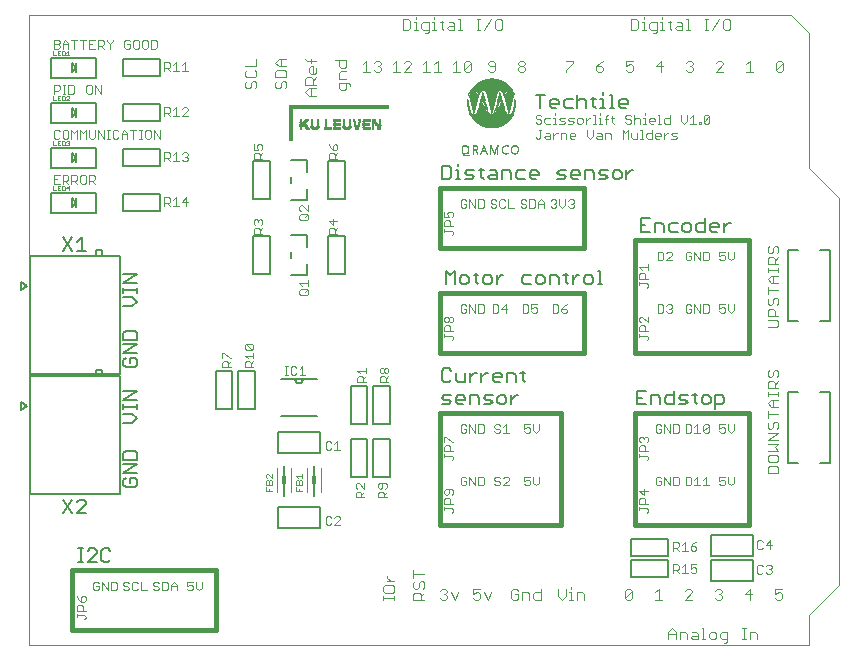
<source format=gto>
G75*
%MOIN*%
%OFA0B0*%
%FSLAX25Y25*%
%IPPOS*%
%LPD*%
%AMOC8*
5,1,8,0,0,1.08239X$1,22.5*
%
%ADD10C,0.01600*%
%ADD11C,0.00500*%
%ADD12C,0.00000*%
%ADD13C,0.00300*%
%ADD14R,0.01250X0.00050*%
%ADD15R,0.00400X0.00050*%
%ADD16R,0.01100X0.00050*%
%ADD17R,0.01000X0.00050*%
%ADD18R,0.00900X0.00050*%
%ADD19R,0.02750X0.00050*%
%ADD20R,0.01450X0.00050*%
%ADD21R,0.02450X0.00050*%
%ADD22R,0.01500X0.00050*%
%ADD23R,0.01200X0.00050*%
%ADD24R,0.00950X0.00050*%
%ADD25R,0.01150X0.00050*%
%ADD26R,0.01750X0.00050*%
%ADD27R,0.01700X0.00050*%
%ADD28R,0.01050X0.00050*%
%ADD29R,0.01950X0.00050*%
%ADD30R,0.02050X0.00050*%
%ADD31R,0.02100X0.00050*%
%ADD32R,0.02200X0.00050*%
%ADD33R,0.02350X0.00050*%
%ADD34R,0.02300X0.00050*%
%ADD35R,0.01300X0.00050*%
%ADD36R,0.02400X0.00050*%
%ADD37R,0.02500X0.00050*%
%ADD38R,0.01350X0.00050*%
%ADD39R,0.02550X0.00050*%
%ADD40R,0.02600X0.00050*%
%ADD41R,0.01400X0.00050*%
%ADD42R,0.02650X0.00050*%
%ADD43R,0.02700X0.00050*%
%ADD44R,0.02800X0.00050*%
%ADD45R,0.02850X0.00050*%
%ADD46R,0.01550X0.00050*%
%ADD47R,0.01600X0.00050*%
%ADD48R,0.01650X0.00050*%
%ADD49R,0.01800X0.00050*%
%ADD50R,0.01850X0.00050*%
%ADD51R,0.00850X0.00050*%
%ADD52R,0.00800X0.00050*%
%ADD53R,0.02250X0.00050*%
%ADD54R,0.02150X0.00050*%
%ADD55R,0.02000X0.00050*%
%ADD56R,0.33050X0.00050*%
%ADD57R,0.00420X0.00020*%
%ADD58R,0.00360X0.00020*%
%ADD59R,0.00720X0.00020*%
%ADD60R,0.00600X0.00020*%
%ADD61R,0.00920X0.00020*%
%ADD62R,0.00200X0.00020*%
%ADD63R,0.00220X0.00020*%
%ADD64R,0.00220X0.00020*%
%ADD65R,0.00240X0.00020*%
%ADD66R,0.00120X0.00020*%
%ADD67R,0.00180X0.00020*%
%ADD68R,0.00920X0.00020*%
%ADD69R,0.00760X0.00020*%
%ADD70R,0.01060X0.00020*%
%ADD71R,0.00240X0.00020*%
%ADD72R,0.00160X0.00020*%
%ADD73R,0.00900X0.00020*%
%ADD74R,0.01160X0.00020*%
%ADD75R,0.00200X0.00020*%
%ADD76R,0.00240X0.00020*%
%ADD77R,0.00220X0.00020*%
%ADD78R,0.00160X0.00020*%
%ADD79R,0.00180X0.00020*%
%ADD80R,0.01200X0.00020*%
%ADD81R,0.01000X0.00020*%
%ADD82R,0.01240X0.00020*%
%ADD83R,0.01260X0.00020*%
%ADD84R,0.01120X0.00020*%
%ADD85R,0.01300X0.00020*%
%ADD86R,0.00240X0.00020*%
%ADD87R,0.00220X0.00020*%
%ADD88R,0.01360X0.00020*%
%ADD89R,0.01340X0.00020*%
%ADD90R,0.01420X0.00020*%
%ADD91R,0.01380X0.00020*%
%ADD92R,0.01320X0.00020*%
%ADD93R,0.01460X0.00020*%
%ADD94R,0.00580X0.00020*%
%ADD95R,0.00440X0.00020*%
%ADD96R,0.01500X0.00020*%
%ADD97R,0.00260X0.00020*%
%ADD98R,0.00500X0.00020*%
%ADD99R,0.00280X0.00020*%
%ADD100R,0.00460X0.00020*%
%ADD101R,0.00280X0.00020*%
%ADD102R,0.00440X0.00020*%
%ADD103R,0.00420X0.00020*%
%ADD104R,0.00300X0.00020*%
%ADD105R,0.00420X0.00020*%
%ADD106R,0.00080X0.00020*%
%ADD107R,0.00380X0.00020*%
%ADD108R,0.00320X0.00020*%
%ADD109R,0.00340X0.00020*%
%ADD110R,0.00420X0.00020*%
%ADD111R,0.00320X0.00020*%
%ADD112R,0.00360X0.00020*%
%ADD113R,0.00320X0.00020*%
%ADD114R,0.00400X0.00020*%
%ADD115R,0.00300X0.00020*%
%ADD116R,0.00320X0.00020*%
%ADD117R,0.00260X0.00020*%
%ADD118R,0.01560X0.00020*%
%ADD119R,0.01520X0.00020*%
%ADD120R,0.01520X0.00020*%
%ADD121R,0.01500X0.00020*%
%ADD122R,0.01480X0.00020*%
%ADD123R,0.01440X0.00020*%
%ADD124R,0.01120X0.00020*%
%ADD125R,0.01100X0.00020*%
%ADD126R,0.01100X0.00020*%
%ADD127R,0.01120X0.00020*%
%ADD128R,0.01180X0.00020*%
%ADD129R,0.01220X0.00020*%
%ADD130R,0.01280X0.00020*%
%ADD131R,0.01320X0.00020*%
%ADD132R,0.01340X0.00020*%
%ADD133R,0.00440X0.00020*%
%ADD134R,0.00340X0.00020*%
%ADD135R,0.00340X0.00020*%
%ADD136R,0.00400X0.00020*%
%ADD137R,0.00020X0.00020*%
%ADD138R,0.00340X0.00020*%
%ADD139R,0.00080X0.00020*%
%ADD140R,0.00480X0.00020*%
%ADD141R,0.00380X0.00020*%
%ADD142R,0.00540X0.00020*%
%ADD143R,0.00480X0.00020*%
%ADD144R,0.00640X0.00020*%
%ADD145R,0.00600X0.00020*%
%ADD146R,0.01400X0.00020*%
%ADD147R,0.00520X0.00020*%
%ADD148R,0.00500X0.00020*%
%ADD149R,0.00560X0.00020*%
%ADD150R,0.01400X0.00020*%
%ADD151R,0.01320X0.00020*%
%ADD152R,0.01420X0.00020*%
%ADD153R,0.01320X0.00020*%
%ADD154R,0.01280X0.00020*%
%ADD155R,0.01340X0.00020*%
%ADD156R,0.01180X0.00020*%
%ADD157R,0.01200X0.00020*%
%ADD158R,0.01000X0.00020*%
%ADD159R,0.01080X0.00020*%
%ADD160R,0.00940X0.00020*%
%ADD161R,0.00900X0.00020*%
%ADD162R,0.00860X0.00020*%
%ADD163R,0.00800X0.00020*%
%ADD164R,0.00140X0.00020*%
%ADD165R,0.01060X0.00020*%
%ADD166R,0.01940X0.00020*%
%ADD167R,0.02240X0.00020*%
%ADD168R,0.02520X0.00020*%
%ADD169R,0.02760X0.00020*%
%ADD170R,0.03000X0.00020*%
%ADD171R,0.03200X0.00020*%
%ADD172R,0.03400X0.00020*%
%ADD173R,0.03580X0.00020*%
%ADD174R,0.03760X0.00020*%
%ADD175R,0.03920X0.00020*%
%ADD176R,0.04080X0.00020*%
%ADD177R,0.04220X0.00020*%
%ADD178R,0.04380X0.00020*%
%ADD179R,0.04520X0.00020*%
%ADD180R,0.04640X0.00020*%
%ADD181R,0.04780X0.00020*%
%ADD182R,0.04920X0.00020*%
%ADD183R,0.05040X0.00020*%
%ADD184R,0.05160X0.00020*%
%ADD185R,0.05280X0.00020*%
%ADD186R,0.05400X0.00020*%
%ADD187R,0.05500X0.00020*%
%ADD188R,0.05620X0.00020*%
%ADD189R,0.05720X0.00020*%
%ADD190R,0.05840X0.00020*%
%ADD191R,0.05940X0.00020*%
%ADD192R,0.06040X0.00020*%
%ADD193R,0.06140X0.00020*%
%ADD194R,0.06240X0.00020*%
%ADD195R,0.06340X0.00020*%
%ADD196R,0.06420X0.00020*%
%ADD197R,0.06520X0.00020*%
%ADD198R,0.06620X0.00020*%
%ADD199R,0.06700X0.00020*%
%ADD200R,0.06800X0.00020*%
%ADD201R,0.06880X0.00020*%
%ADD202R,0.06960X0.00020*%
%ADD203R,0.07040X0.00020*%
%ADD204R,0.07140X0.00020*%
%ADD205R,0.07220X0.00020*%
%ADD206R,0.07300X0.00020*%
%ADD207R,0.07380X0.00020*%
%ADD208R,0.07460X0.00020*%
%ADD209R,0.07520X0.00020*%
%ADD210R,0.07600X0.00020*%
%ADD211R,0.07680X0.00020*%
%ADD212R,0.07760X0.00020*%
%ADD213R,0.07840X0.00020*%
%ADD214R,0.07900X0.00020*%
%ADD215R,0.07980X0.00020*%
%ADD216R,0.08060X0.00020*%
%ADD217R,0.08120X0.00020*%
%ADD218R,0.08180X0.00020*%
%ADD219R,0.08260X0.00020*%
%ADD220R,0.08320X0.00020*%
%ADD221R,0.08400X0.00020*%
%ADD222R,0.08460X0.00020*%
%ADD223R,0.08520X0.00020*%
%ADD224R,0.08600X0.00020*%
%ADD225R,0.08660X0.00020*%
%ADD226R,0.08720X0.00020*%
%ADD227R,0.08780X0.00020*%
%ADD228R,0.08840X0.00020*%
%ADD229R,0.08900X0.00020*%
%ADD230R,0.08960X0.00020*%
%ADD231R,0.09020X0.00020*%
%ADD232R,0.09100X0.00020*%
%ADD233R,0.09140X0.00020*%
%ADD234R,0.09200X0.00020*%
%ADD235R,0.09260X0.00020*%
%ADD236R,0.09320X0.00020*%
%ADD237R,0.09380X0.00020*%
%ADD238R,0.09440X0.00020*%
%ADD239R,0.09500X0.00020*%
%ADD240R,0.09560X0.00020*%
%ADD241R,0.09600X0.00020*%
%ADD242R,0.09660X0.00020*%
%ADD243R,0.09720X0.00020*%
%ADD244R,0.09780X0.00020*%
%ADD245R,0.09820X0.00020*%
%ADD246R,0.09880X0.00020*%
%ADD247R,0.09920X0.00020*%
%ADD248R,0.09980X0.00020*%
%ADD249R,0.10040X0.00020*%
%ADD250R,0.10080X0.00020*%
%ADD251R,0.10140X0.00020*%
%ADD252R,0.10180X0.00020*%
%ADD253R,0.10240X0.00020*%
%ADD254R,0.10280X0.00020*%
%ADD255R,0.10340X0.00020*%
%ADD256R,0.10380X0.00020*%
%ADD257R,0.10440X0.00020*%
%ADD258R,0.10480X0.00020*%
%ADD259R,0.10520X0.00020*%
%ADD260R,0.10580X0.00020*%
%ADD261R,0.10620X0.00020*%
%ADD262R,0.10660X0.00020*%
%ADD263R,0.10720X0.00020*%
%ADD264R,0.10760X0.00020*%
%ADD265R,0.10800X0.00020*%
%ADD266R,0.10860X0.00020*%
%ADD267R,0.10900X0.00020*%
%ADD268R,0.10940X0.00020*%
%ADD269R,0.10980X0.00020*%
%ADD270R,0.11040X0.00020*%
%ADD271R,0.11080X0.00020*%
%ADD272R,0.11120X0.00020*%
%ADD273R,0.11160X0.00020*%
%ADD274R,0.11200X0.00020*%
%ADD275R,0.11240X0.00020*%
%ADD276R,0.11300X0.00020*%
%ADD277R,0.11340X0.00020*%
%ADD278R,0.11380X0.00020*%
%ADD279R,0.11420X0.00020*%
%ADD280R,0.11460X0.00020*%
%ADD281R,0.11500X0.00020*%
%ADD282R,0.11540X0.00020*%
%ADD283R,0.11580X0.00020*%
%ADD284R,0.11620X0.00020*%
%ADD285R,0.11660X0.00020*%
%ADD286R,0.11700X0.00020*%
%ADD287R,0.11740X0.00020*%
%ADD288R,0.11780X0.00020*%
%ADD289R,0.11820X0.00020*%
%ADD290R,0.11860X0.00020*%
%ADD291R,0.11880X0.00020*%
%ADD292R,0.11920X0.00020*%
%ADD293R,0.11960X0.00020*%
%ADD294R,0.12000X0.00020*%
%ADD295R,0.12040X0.00020*%
%ADD296R,0.12080X0.00020*%
%ADD297R,0.12100X0.00020*%
%ADD298R,0.12140X0.00020*%
%ADD299R,0.12180X0.00020*%
%ADD300R,0.12220X0.00020*%
%ADD301R,0.12260X0.00020*%
%ADD302R,0.12280X0.00020*%
%ADD303R,0.12320X0.00020*%
%ADD304R,0.12360X0.00020*%
%ADD305R,0.12400X0.00020*%
%ADD306R,0.12420X0.00020*%
%ADD307R,0.12460X0.00020*%
%ADD308R,0.12500X0.00020*%
%ADD309R,0.12540X0.00020*%
%ADD310R,0.12560X0.00020*%
%ADD311R,0.12600X0.00020*%
%ADD312R,0.12620X0.00020*%
%ADD313R,0.12660X0.00020*%
%ADD314R,0.12700X0.00020*%
%ADD315R,0.12720X0.00020*%
%ADD316R,0.12760X0.00020*%
%ADD317R,0.12780X0.00020*%
%ADD318R,0.12820X0.00020*%
%ADD319R,0.12860X0.00020*%
%ADD320R,0.12880X0.00020*%
%ADD321R,0.12920X0.00020*%
%ADD322R,0.12940X0.00020*%
%ADD323R,0.12980X0.00020*%
%ADD324R,0.13020X0.00020*%
%ADD325R,0.13040X0.00020*%
%ADD326R,0.13060X0.00020*%
%ADD327R,0.13100X0.00020*%
%ADD328R,0.13140X0.00020*%
%ADD329R,0.13160X0.00020*%
%ADD330R,0.13180X0.00020*%
%ADD331R,0.13220X0.00020*%
%ADD332R,0.13260X0.00020*%
%ADD333R,0.13280X0.00020*%
%ADD334R,0.13300X0.00020*%
%ADD335R,0.13340X0.00020*%
%ADD336R,0.13360X0.00020*%
%ADD337R,0.13400X0.00020*%
%ADD338R,0.13420X0.00020*%
%ADD339R,0.13440X0.00020*%
%ADD340R,0.13480X0.00020*%
%ADD341R,0.13500X0.00020*%
%ADD342R,0.13540X0.00020*%
%ADD343R,0.13560X0.00020*%
%ADD344R,0.13580X0.00020*%
%ADD345R,0.13620X0.00020*%
%ADD346R,0.13640X0.00020*%
%ADD347R,0.13660X0.00020*%
%ADD348R,0.13700X0.00020*%
%ADD349R,0.13720X0.00020*%
%ADD350R,0.13740X0.00020*%
%ADD351R,0.13780X0.00020*%
%ADD352R,0.13800X0.00020*%
%ADD353R,0.13820X0.00020*%
%ADD354R,0.13840X0.00020*%
%ADD355R,0.13860X0.00020*%
%ADD356R,0.13900X0.00020*%
%ADD357R,0.13920X0.00020*%
%ADD358R,0.13940X0.00020*%
%ADD359R,0.13980X0.00020*%
%ADD360R,0.14000X0.00020*%
%ADD361R,0.14020X0.00020*%
%ADD362R,0.14040X0.00020*%
%ADD363R,0.14060X0.00020*%
%ADD364R,0.14100X0.00020*%
%ADD365R,0.14120X0.00020*%
%ADD366R,0.14140X0.00020*%
%ADD367R,0.14160X0.00020*%
%ADD368R,0.14180X0.00020*%
%ADD369R,0.14200X0.00020*%
%ADD370R,0.14220X0.00020*%
%ADD371R,0.14260X0.00020*%
%ADD372R,0.14280X0.00020*%
%ADD373R,0.14300X0.00020*%
%ADD374R,0.14320X0.00020*%
%ADD375R,0.14340X0.00020*%
%ADD376R,0.14360X0.00020*%
%ADD377R,0.14380X0.00020*%
%ADD378R,0.14400X0.00020*%
%ADD379R,0.14420X0.00020*%
%ADD380R,0.14460X0.00020*%
%ADD381R,0.01340X0.00020*%
%ADD382R,0.05480X0.00020*%
%ADD383R,0.01360X0.00020*%
%ADD384R,0.01240X0.00020*%
%ADD385R,0.05260X0.00020*%
%ADD386R,0.05100X0.00020*%
%ADD387R,0.05000X0.00020*%
%ADD388R,0.01160X0.00020*%
%ADD389R,0.04920X0.00020*%
%ADD390R,0.04900X0.00020*%
%ADD391R,0.04840X0.00020*%
%ADD392R,0.04840X0.00020*%
%ADD393R,0.01020X0.00020*%
%ADD394R,0.04740X0.00020*%
%ADD395R,0.04720X0.00020*%
%ADD396R,0.01020X0.00020*%
%ADD397R,0.04680X0.00020*%
%ADD398R,0.04660X0.00020*%
%ADD399R,0.01040X0.00020*%
%ADD400R,0.04620X0.00020*%
%ADD401R,0.01020X0.00020*%
%ADD402R,0.04580X0.00020*%
%ADD403R,0.00980X0.00020*%
%ADD404R,0.04540X0.00020*%
%ADD405R,0.04540X0.00020*%
%ADD406R,0.00980X0.00020*%
%ADD407R,0.04500X0.00020*%
%ADD408R,0.00960X0.00020*%
%ADD409R,0.04480X0.00020*%
%ADD410R,0.04460X0.00020*%
%ADD411R,0.04420X0.00020*%
%ADD412R,0.04400X0.00020*%
%ADD413R,0.00960X0.00020*%
%ADD414R,0.04380X0.00020*%
%ADD415R,0.04320X0.00020*%
%ADD416R,0.04320X0.00020*%
%ADD417R,0.04300X0.00020*%
%ADD418R,0.04280X0.00020*%
%ADD419R,0.04240X0.00020*%
%ADD420R,0.04220X0.00020*%
%ADD421R,0.00940X0.00020*%
%ADD422R,0.04200X0.00020*%
%ADD423R,0.00920X0.00020*%
%ADD424R,0.04180X0.00020*%
%ADD425R,0.04160X0.00020*%
%ADD426R,0.00940X0.00020*%
%ADD427R,0.04120X0.00020*%
%ADD428R,0.04080X0.00020*%
%ADD429R,0.04060X0.00020*%
%ADD430R,0.04040X0.00020*%
%ADD431R,0.04020X0.00020*%
%ADD432R,0.04020X0.00020*%
%ADD433R,0.04000X0.00020*%
%ADD434R,0.03980X0.00020*%
%ADD435R,0.00940X0.00020*%
%ADD436R,0.03960X0.00020*%
%ADD437R,0.00920X0.00020*%
%ADD438R,0.00020X0.00020*%
%ADD439R,0.03940X0.00020*%
%ADD440R,0.03920X0.00020*%
%ADD441R,0.00020X0.00020*%
%ADD442R,0.00040X0.00020*%
%ADD443R,0.03900X0.00020*%
%ADD444R,0.00060X0.00020*%
%ADD445R,0.03880X0.00020*%
%ADD446R,0.03860X0.00020*%
%ADD447R,0.03820X0.00020*%
%ADD448R,0.03840X0.00020*%
%ADD449R,0.00100X0.00020*%
%ADD450R,0.03820X0.00020*%
%ADD451R,0.03800X0.00020*%
%ADD452R,0.00120X0.00020*%
%ADD453R,0.03780X0.00020*%
%ADD454R,0.00120X0.00020*%
%ADD455R,0.00140X0.00020*%
%ADD456R,0.03760X0.00020*%
%ADD457R,0.03740X0.00020*%
%ADD458R,0.03720X0.00020*%
%ADD459R,0.03720X0.00020*%
%ADD460R,0.03700X0.00020*%
%ADD461R,0.03680X0.00020*%
%ADD462R,0.03660X0.00020*%
%ADD463R,0.03640X0.00020*%
%ADD464R,0.03620X0.00020*%
%ADD465R,0.03600X0.00020*%
%ADD466R,0.03560X0.00020*%
%ADD467R,0.03540X0.00020*%
%ADD468R,0.03520X0.00020*%
%ADD469R,0.03500X0.00020*%
%ADD470R,0.03480X0.00020*%
%ADD471R,0.03460X0.00020*%
%ADD472R,0.03440X0.00020*%
%ADD473R,0.03420X0.00020*%
%ADD474R,0.03420X0.00020*%
%ADD475R,0.03420X0.00020*%
%ADD476R,0.03380X0.00020*%
%ADD477R,0.03360X0.00020*%
%ADD478R,0.00020X0.00020*%
%ADD479R,0.03340X0.00020*%
%ADD480R,0.00040X0.00020*%
%ADD481R,0.03340X0.00020*%
%ADD482R,0.03340X0.00020*%
%ADD483R,0.00040X0.00020*%
%ADD484R,0.03320X0.00020*%
%ADD485R,0.03300X0.00020*%
%ADD486R,0.00460X0.00020*%
%ADD487R,0.03280X0.00020*%
%ADD488R,0.00060X0.00020*%
%ADD489R,0.03260X0.00020*%
%ADD490R,0.03260X0.00020*%
%ADD491R,0.03240X0.00020*%
%ADD492R,0.03220X0.00020*%
%ADD493R,0.03200X0.00020*%
%ADD494R,0.00520X0.00020*%
%ADD495R,0.03180X0.00020*%
%ADD496R,0.00520X0.00020*%
%ADD497R,0.00540X0.00020*%
%ADD498R,0.03160X0.00020*%
%ADD499R,0.00100X0.00020*%
%ADD500R,0.03180X0.00020*%
%ADD501R,0.03160X0.00020*%
%ADD502R,0.03140X0.00020*%
%ADD503R,0.00580X0.00020*%
%ADD504R,0.03120X0.00020*%
%ADD505R,0.03120X0.00020*%
%ADD506R,0.03100X0.00020*%
%ADD507R,0.03100X0.00020*%
%ADD508R,0.00120X0.00020*%
%ADD509R,0.03080X0.00020*%
%ADD510R,0.00620X0.00020*%
%ADD511R,0.03060X0.00020*%
%ADD512R,0.00620X0.00020*%
%ADD513R,0.03040X0.00020*%
%ADD514R,0.03040X0.00020*%
%ADD515R,0.00620X0.00020*%
%ADD516R,0.03020X0.00020*%
%ADD517R,0.00660X0.00020*%
%ADD518R,0.03000X0.00020*%
%ADD519R,0.00140X0.00020*%
%ADD520R,0.00640X0.00020*%
%ADD521R,0.00660X0.00020*%
%ADD522R,0.02980X0.00020*%
%ADD523R,0.00680X0.00020*%
%ADD524R,0.02980X0.00020*%
%ADD525R,0.02960X0.00020*%
%ADD526R,0.00700X0.00020*%
%ADD527R,0.02940X0.00020*%
%ADD528R,0.00680X0.00020*%
%ADD529R,0.02920X0.00020*%
%ADD530R,0.00720X0.00020*%
%ADD531R,0.02920X0.00020*%
%ADD532R,0.02900X0.00020*%
%ADD533R,0.00740X0.00020*%
%ADD534R,0.02880X0.00020*%
%ADD535R,0.00720X0.00020*%
%ADD536R,0.00740X0.00020*%
%ADD537R,0.02860X0.00020*%
%ADD538R,0.02880X0.00020*%
%ADD539R,0.00880X0.00020*%
%ADD540R,0.02860X0.00020*%
%ADD541R,0.02840X0.00020*%
%ADD542R,0.00780X0.00020*%
%ADD543R,0.02820X0.00020*%
%ADD544R,0.02820X0.00020*%
%ADD545R,0.00780X0.00020*%
%ADD546R,0.02820X0.00020*%
%ADD547R,0.02820X0.00020*%
%ADD548R,0.02800X0.00020*%
%ADD549R,0.02780X0.00020*%
%ADD550R,0.00800X0.00020*%
%ADD551R,0.02780X0.00020*%
%ADD552R,0.00820X0.00020*%
%ADD553R,0.02760X0.00020*%
%ADD554R,0.00820X0.00020*%
%ADD555R,0.02740X0.00020*%
%ADD556R,0.00840X0.00020*%
%ADD557R,0.02720X0.00020*%
%ADD558R,0.00880X0.00020*%
%ADD559R,0.00840X0.00020*%
%ADD560R,0.02720X0.00020*%
%ADD561R,0.02700X0.00020*%
%ADD562R,0.00860X0.00020*%
%ADD563R,0.02680X0.00020*%
%ADD564R,0.02680X0.00020*%
%ADD565R,0.02660X0.00020*%
%ADD566R,0.02640X0.00020*%
%ADD567R,0.02620X0.00020*%
%ADD568R,0.02640X0.00020*%
%ADD569R,0.02620X0.00020*%
%ADD570R,0.02600X0.00020*%
%ADD571R,0.02600X0.00020*%
%ADD572R,0.02580X0.00020*%
%ADD573R,0.02580X0.00020*%
%ADD574R,0.02560X0.00020*%
%ADD575R,0.02560X0.00020*%
%ADD576R,0.02540X0.00020*%
%ADD577R,0.02520X0.00020*%
%ADD578R,0.02500X0.00020*%
%ADD579R,0.02520X0.00020*%
%ADD580R,0.02500X0.00020*%
%ADD581R,0.02480X0.00020*%
%ADD582R,0.02460X0.00020*%
%ADD583R,0.02460X0.00020*%
%ADD584R,0.01020X0.00020*%
%ADD585R,0.02440X0.00020*%
%ADD586R,0.02440X0.00020*%
%ADD587R,0.01040X0.00020*%
%ADD588R,0.02440X0.00020*%
%ADD589R,0.02420X0.00020*%
%ADD590R,0.02400X0.00020*%
%ADD591R,0.02380X0.00020*%
%ADD592R,0.02380X0.00020*%
%ADD593R,0.02360X0.00020*%
%ADD594R,0.02360X0.00020*%
%ADD595R,0.01080X0.00020*%
%ADD596R,0.02340X0.00020*%
%ADD597R,0.02340X0.00020*%
%ADD598R,0.02320X0.00020*%
%ADD599R,0.02300X0.00020*%
%ADD600R,0.01140X0.00020*%
%ADD601R,0.02280X0.00020*%
%ADD602R,0.01140X0.00020*%
%ADD603R,0.02280X0.00020*%
%ADD604R,0.02260X0.00020*%
%ADD605R,0.02260X0.00020*%
%ADD606R,0.02240X0.00020*%
%ADD607R,0.02220X0.00020*%
%ADD608R,0.02220X0.00020*%
%ADD609R,0.02200X0.00020*%
%ADD610R,0.02220X0.00020*%
%ADD611R,0.02200X0.00020*%
%ADD612R,0.02180X0.00020*%
%ADD613R,0.01220X0.00020*%
%ADD614R,0.02180X0.00020*%
%ADD615R,0.02160X0.00020*%
%ADD616R,0.00440X0.00020*%
%ADD617R,0.01220X0.00020*%
%ADD618R,0.02140X0.00020*%
%ADD619R,0.02140X0.00020*%
%ADD620R,0.01240X0.00020*%
%ADD621R,0.02140X0.00020*%
%ADD622R,0.02120X0.00020*%
%ADD623R,0.02120X0.00020*%
%ADD624R,0.02100X0.00020*%
%ADD625R,0.01260X0.00020*%
%ADD626R,0.02100X0.00020*%
%ADD627R,0.02080X0.00020*%
%ADD628R,0.00840X0.00020*%
%ADD629R,0.02060X0.00020*%
%ADD630R,0.02040X0.00020*%
%ADD631R,0.01300X0.00020*%
%ADD632R,0.02040X0.00020*%
%ADD633R,0.02020X0.00020*%
%ADD634R,0.02020X0.00020*%
%ADD635R,0.02000X0.00020*%
%ADD636R,0.01980X0.00020*%
%ADD637R,0.01980X0.00020*%
%ADD638R,0.01960X0.00020*%
%ADD639R,0.01960X0.00020*%
%ADD640R,0.00520X0.00020*%
%ADD641R,0.01940X0.00020*%
%ADD642R,0.01920X0.00020*%
%ADD643R,0.01920X0.00020*%
%ADD644R,0.01900X0.00020*%
%ADD645R,0.01880X0.00020*%
%ADD646R,0.01900X0.00020*%
%ADD647R,0.01880X0.00020*%
%ADD648R,0.00820X0.00020*%
%ADD649R,0.01420X0.00020*%
%ADD650R,0.01860X0.00020*%
%ADD651R,0.00540X0.00020*%
%ADD652R,0.01420X0.00020*%
%ADD653R,0.01860X0.00020*%
%ADD654R,0.00540X0.00020*%
%ADD655R,0.01440X0.00020*%
%ADD656R,0.01840X0.00020*%
%ADD657R,0.01820X0.00020*%
%ADD658R,0.00820X0.00020*%
%ADD659R,0.01840X0.00020*%
%ADD660R,0.00560X0.00020*%
%ADD661R,0.01820X0.00020*%
%ADD662R,0.01460X0.00020*%
%ADD663R,0.01800X0.00020*%
%ADD664R,0.01800X0.00020*%
%ADD665R,0.01780X0.00020*%
%ADD666R,0.01760X0.00020*%
%ADD667R,0.01740X0.00020*%
%ADD668R,0.01740X0.00020*%
%ADD669R,0.01720X0.00020*%
%ADD670R,0.01520X0.00020*%
%ADD671R,0.01700X0.00020*%
%ADD672R,0.01720X0.00020*%
%ADD673R,0.01520X0.00020*%
%ADD674R,0.01700X0.00020*%
%ADD675R,0.01540X0.00020*%
%ADD676R,0.01680X0.00020*%
%ADD677R,0.01540X0.00020*%
%ADD678R,0.01680X0.00020*%
%ADD679R,0.01660X0.00020*%
%ADD680R,0.01640X0.00020*%
%ADD681R,0.01560X0.00020*%
%ADD682R,0.01660X0.00020*%
%ADD683R,0.00620X0.00020*%
%ADD684R,0.01640X0.00020*%
%ADD685R,0.01580X0.00020*%
%ADD686R,0.01620X0.00020*%
%ADD687R,0.01620X0.00020*%
%ADD688R,0.01600X0.00020*%
%ADD689R,0.01600X0.00020*%
%ADD690R,0.01620X0.00020*%
%ADD691R,0.00640X0.00020*%
%ADD692R,0.01620X0.00020*%
%ADD693R,0.00640X0.00020*%
%ADD694R,0.01540X0.00020*%
%ADD695R,0.00760X0.00020*%
%ADD696R,0.01540X0.00020*%
%ADD697R,0.00740X0.00020*%
%ADD698R,0.00700X0.00020*%
%ADD699R,0.01720X0.00020*%
%ADD700R,0.01380X0.00020*%
%ADD701R,0.01760X0.00020*%
%ADD702R,0.00720X0.00020*%
%ADD703R,0.01780X0.00020*%
%ADD704R,0.00740X0.00020*%
%ADD705R,0.01820X0.00020*%
%ADD706R,0.01820X0.00020*%
%ADD707R,0.01840X0.00020*%
%ADD708R,0.01840X0.00020*%
%ADD709R,0.01240X0.00020*%
%ADD710R,0.01220X0.00020*%
%ADD711R,0.01920X0.00020*%
%ADD712R,0.02000X0.00020*%
%ADD713R,0.02020X0.00020*%
%ADD714R,0.00840X0.00020*%
%ADD715R,0.02060X0.00020*%
%ADD716R,0.02080X0.00020*%
%ADD717R,0.02120X0.00020*%
%ADD718R,0.02120X0.00020*%
%ADD719R,0.02140X0.00020*%
%ADD720R,0.02160X0.00020*%
%ADD721R,0.02220X0.00020*%
%ADD722R,0.02320X0.00020*%
%ADD723R,0.02320X0.00020*%
%ADD724R,0.02320X0.00020*%
%ADD725R,0.02420X0.00020*%
%ADD726R,0.02400X0.00020*%
%ADD727R,0.02420X0.00020*%
%ADD728R,0.01040X0.00020*%
%ADD729R,0.02420X0.00020*%
%ADD730R,0.01040X0.00020*%
%ADD731R,0.02440X0.00020*%
%ADD732R,0.02480X0.00020*%
%ADD733R,0.02520X0.00020*%
%ADD734R,0.02540X0.00020*%
%ADD735R,0.01120X0.00020*%
%ADD736R,0.01140X0.00020*%
%ADD737R,0.01140X0.00020*%
%ADD738R,0.02620X0.00020*%
%ADD739R,0.02660X0.00020*%
%ADD740R,0.02700X0.00020*%
%ADD741R,0.02720X0.00020*%
%ADD742R,0.02720X0.00020*%
%ADD743R,0.02740X0.00020*%
%ADD744R,0.02800X0.00020*%
%ADD745R,0.02900X0.00020*%
%ADD746R,0.02920X0.00020*%
%ADD747R,0.02940X0.00020*%
%ADD748R,0.02960X0.00020*%
%ADD749R,0.03020X0.00020*%
%ADD750R,0.03020X0.00020*%
%ADD751R,0.03020X0.00020*%
%ADD752R,0.03040X0.00020*%
%ADD753R,0.03060X0.00020*%
%ADD754R,0.03080X0.00020*%
%ADD755R,0.03120X0.00020*%
%ADD756R,0.03120X0.00020*%
%ADD757R,0.03140X0.00020*%
%ADD758R,0.03220X0.00020*%
%ADD759R,0.03240X0.00020*%
%ADD760R,0.03280X0.00020*%
%ADD761R,0.03300X0.00020*%
%ADD762R,0.03320X0.00020*%
%ADD763R,0.02920X0.00020*%
%ADD764R,0.03320X0.00020*%
%ADD765R,0.02840X0.00020*%
%ADD766R,0.03360X0.00020*%
%ADD767R,0.03380X0.00020*%
%ADD768R,0.03400X0.00020*%
%ADD769R,0.03420X0.00020*%
%ADD770R,0.03440X0.00020*%
%ADD771R,0.00040X0.00020*%
%ADD772R,0.02620X0.00020*%
%ADD773R,0.03480X0.00020*%
%ADD774R,0.03500X0.00020*%
%ADD775R,0.00140X0.00020*%
%ADD776R,0.03520X0.00020*%
%ADD777R,0.03560X0.00020*%
%ADD778R,0.03580X0.00020*%
%ADD779R,0.03620X0.00020*%
%ADD780R,0.02300X0.00020*%
%ADD781R,0.03620X0.00020*%
%ADD782R,0.03640X0.00020*%
%ADD783R,0.03660X0.00020*%
%ADD784R,0.03680X0.00020*%
%ADD785R,0.03720X0.00020*%
%ADD786R,0.03780X0.00020*%
%ADD787R,0.03800X0.00020*%
%ADD788R,0.03840X0.00020*%
%ADD789R,0.03860X0.00020*%
%ADD790R,0.03880X0.00020*%
%ADD791R,0.03920X0.00020*%
%ADD792R,0.03940X0.00020*%
%ADD793R,0.01580X0.00020*%
%ADD794R,0.04000X0.00020*%
%ADD795R,0.01480X0.00020*%
%ADD796R,0.04020X0.00020*%
%ADD797R,0.04060X0.00020*%
%ADD798R,0.04100X0.00020*%
%ADD799R,0.04140X0.00020*%
%ADD800R,0.04160X0.00020*%
%ADD801R,0.04220X0.00020*%
%ADD802R,0.04240X0.00020*%
%ADD803R,0.04260X0.00020*%
%ADD804R,0.04340X0.00020*%
%ADD805R,0.04440X0.00020*%
%ADD806R,0.04500X0.00020*%
%ADD807R,0.04540X0.00020*%
%ADD808R,0.04580X0.00020*%
%ADD809R,0.04620X0.00020*%
%ADD810R,0.04700X0.00020*%
%ADD811R,0.04760X0.00020*%
%ADD812R,0.04820X0.00020*%
%ADD813R,0.02340X0.00020*%
%ADD814R,0.04900X0.00020*%
%ADD815R,0.04980X0.00020*%
%ADD816R,0.03820X0.00020*%
%ADD817R,0.05080X0.00020*%
%ADD818R,0.05200X0.00020*%
%ADD819R,0.03940X0.00020*%
%ADD820R,0.03980X0.00020*%
%ADD821R,0.14020X0.00020*%
%ADD822R,0.13980X0.00020*%
%ADD823R,0.13940X0.00020*%
%ADD824R,0.13920X0.00020*%
%ADD825R,0.13900X0.00020*%
%ADD826R,0.13880X0.00020*%
%ADD827R,0.13820X0.00020*%
%ADD828R,0.13800X0.00020*%
%ADD829R,0.13780X0.00020*%
%ADD830R,0.13720X0.00020*%
%ADD831R,0.13700X0.00020*%
%ADD832R,0.13660X0.00020*%
%ADD833R,0.13640X0.00020*%
%ADD834R,0.13580X0.00020*%
%ADD835R,0.13560X0.00020*%
%ADD836R,0.13540X0.00020*%
%ADD837R,0.13500X0.00020*%
%ADD838R,0.13460X0.00020*%
%ADD839R,0.13420X0.00020*%
%ADD840R,0.13400X0.00020*%
%ADD841R,0.13380X0.00020*%
%ADD842R,0.13300X0.00020*%
%ADD843R,0.13280X0.00020*%
%ADD844R,0.13260X0.00020*%
%ADD845R,0.13220X0.00020*%
%ADD846R,0.13200X0.00020*%
%ADD847R,0.13160X0.00020*%
%ADD848R,0.13140X0.00020*%
%ADD849R,0.13100X0.00020*%
%ADD850R,0.13080X0.00020*%
%ADD851R,0.13020X0.00020*%
%ADD852R,0.12980X0.00020*%
%ADD853R,0.12960X0.00020*%
%ADD854R,0.12920X0.00020*%
%ADD855R,0.12900X0.00020*%
%ADD856R,0.12860X0.00020*%
%ADD857R,0.12820X0.00020*%
%ADD858R,0.12800X0.00020*%
%ADD859R,0.12760X0.00020*%
%ADD860R,0.12740X0.00020*%
%ADD861R,0.12700X0.00020*%
%ADD862R,0.12660X0.00020*%
%ADD863R,0.12640X0.00020*%
%ADD864R,0.12600X0.00020*%
%ADD865R,0.12580X0.00020*%
%ADD866R,0.12540X0.00020*%
%ADD867R,0.12500X0.00020*%
%ADD868R,0.12460X0.00020*%
%ADD869R,0.12440X0.00020*%
%ADD870R,0.12380X0.00020*%
%ADD871R,0.12340X0.00020*%
%ADD872R,0.12300X0.00020*%
%ADD873R,0.12260X0.00020*%
%ADD874R,0.12180X0.00020*%
%ADD875R,0.12160X0.00020*%
%ADD876R,0.12120X0.00020*%
%ADD877R,0.12080X0.00020*%
%ADD878R,0.12020X0.00020*%
%ADD879R,0.11980X0.00020*%
%ADD880R,0.11940X0.00020*%
%ADD881R,0.11900X0.00020*%
%ADD882R,0.11820X0.00020*%
%ADD883R,0.11780X0.00020*%
%ADD884R,0.11740X0.00020*%
%ADD885R,0.11700X0.00020*%
%ADD886R,0.11620X0.00020*%
%ADD887R,0.11580X0.00020*%
%ADD888R,0.11540X0.00020*%
%ADD889R,0.11500X0.00020*%
%ADD890R,0.11420X0.00020*%
%ADD891R,0.11380X0.00020*%
%ADD892R,0.11340X0.00020*%
%ADD893R,0.11300X0.00020*%
%ADD894R,0.11260X0.00020*%
%ADD895R,0.11220X0.00020*%
%ADD896R,0.11180X0.00020*%
%ADD897R,0.11140X0.00020*%
%ADD898R,0.11100X0.00020*%
%ADD899R,0.11000X0.00020*%
%ADD900R,0.10960X0.00020*%
%ADD901R,0.10920X0.00020*%
%ADD902R,0.10860X0.00020*%
%ADD903R,0.10820X0.00020*%
%ADD904R,0.10780X0.00020*%
%ADD905R,0.10740X0.00020*%
%ADD906R,0.10680X0.00020*%
%ADD907R,0.10640X0.00020*%
%ADD908R,0.10600X0.00020*%
%ADD909R,0.10540X0.00020*%
%ADD910R,0.10500X0.00020*%
%ADD911R,0.10440X0.00020*%
%ADD912R,0.10400X0.00020*%
%ADD913R,0.10360X0.00020*%
%ADD914R,0.10300X0.00020*%
%ADD915R,0.10260X0.00020*%
%ADD916R,0.10200X0.00020*%
%ADD917R,0.10160X0.00020*%
%ADD918R,0.10100X0.00020*%
%ADD919R,0.10060X0.00020*%
%ADD920R,0.10000X0.00020*%
%ADD921R,0.09940X0.00020*%
%ADD922R,0.09900X0.00020*%
%ADD923R,0.09840X0.00020*%
%ADD924R,0.09780X0.00020*%
%ADD925R,0.09740X0.00020*%
%ADD926R,0.09680X0.00020*%
%ADD927R,0.09620X0.00020*%
%ADD928R,0.09580X0.00020*%
%ADD929R,0.09520X0.00020*%
%ADD930R,0.09460X0.00020*%
%ADD931R,0.09400X0.00020*%
%ADD932R,0.09340X0.00020*%
%ADD933R,0.09280X0.00020*%
%ADD934R,0.09240X0.00020*%
%ADD935R,0.09180X0.00020*%
%ADD936R,0.09120X0.00020*%
%ADD937R,0.09060X0.00020*%
%ADD938R,0.09000X0.00020*%
%ADD939R,0.08920X0.00020*%
%ADD940R,0.08860X0.00020*%
%ADD941R,0.08800X0.00020*%
%ADD942R,0.08740X0.00020*%
%ADD943R,0.08680X0.00020*%
%ADD944R,0.08620X0.00020*%
%ADD945R,0.08560X0.00020*%
%ADD946R,0.08480X0.00020*%
%ADD947R,0.08420X0.00020*%
%ADD948R,0.08360X0.00020*%
%ADD949R,0.08280X0.00020*%
%ADD950R,0.08220X0.00020*%
%ADD951R,0.08160X0.00020*%
%ADD952R,0.08080X0.00020*%
%ADD953R,0.08000X0.00020*%
%ADD954R,0.07940X0.00020*%
%ADD955R,0.07860X0.00020*%
%ADD956R,0.07780X0.00020*%
%ADD957R,0.07720X0.00020*%
%ADD958R,0.07640X0.00020*%
%ADD959R,0.07580X0.00020*%
%ADD960R,0.07480X0.00020*%
%ADD961R,0.07400X0.00020*%
%ADD962R,0.07320X0.00020*%
%ADD963R,0.07240X0.00020*%
%ADD964R,0.07160X0.00020*%
%ADD965R,0.07080X0.00020*%
%ADD966R,0.07000X0.00020*%
%ADD967R,0.06920X0.00020*%
%ADD968R,0.06840X0.00020*%
%ADD969R,0.06740X0.00020*%
%ADD970R,0.06660X0.00020*%
%ADD971R,0.06560X0.00020*%
%ADD972R,0.06480X0.00020*%
%ADD973R,0.06380X0.00020*%
%ADD974R,0.06280X0.00020*%
%ADD975R,0.06180X0.00020*%
%ADD976R,0.06080X0.00020*%
%ADD977R,0.05980X0.00020*%
%ADD978R,0.05880X0.00020*%
%ADD979R,0.05780X0.00020*%
%ADD980R,0.05680X0.00020*%
%ADD981R,0.05560X0.00020*%
%ADD982R,0.05460X0.00020*%
%ADD983R,0.05340X0.00020*%
%ADD984R,0.05220X0.00020*%
%ADD985R,0.04860X0.00020*%
%ADD986R,0.04720X0.00020*%
%ADD987R,0.04300X0.00020*%
%ADD988C,0.00800*%
%ADD989C,0.00276*%
%ADD990R,0.01181X0.02756*%
%ADD991C,0.00200*%
%ADD992C,0.00600*%
%ADD993C,0.00400*%
D10*
X0063675Y0081800D02*
X0111800Y0081800D01*
X0111800Y0101800D01*
X0063675Y0101800D01*
X0063675Y0081800D01*
X0186175Y0116800D02*
X0186175Y0154300D01*
X0226800Y0154300D01*
X0226800Y0116800D01*
X0186175Y0116800D01*
X0186175Y0174300D02*
X0186175Y0194300D01*
X0234300Y0194300D01*
X0234300Y0174300D01*
X0186175Y0174300D01*
X0186175Y0209300D02*
X0186175Y0229300D01*
X0234300Y0229300D01*
X0234300Y0209300D01*
X0186175Y0209300D01*
X0251175Y0211800D02*
X0251175Y0174300D01*
X0289300Y0174300D01*
X0289300Y0211800D01*
X0251175Y0211800D01*
X0251175Y0154300D02*
X0289300Y0154300D01*
X0289300Y0116800D01*
X0251175Y0116800D01*
X0251175Y0154300D01*
D11*
X0252050Y0157050D02*
X0255053Y0157050D01*
X0256654Y0157050D02*
X0256654Y0160053D01*
X0258906Y0160053D01*
X0259656Y0159302D01*
X0259656Y0157050D01*
X0261258Y0157801D02*
X0261258Y0159302D01*
X0262008Y0160053D01*
X0264260Y0160053D01*
X0264260Y0161554D02*
X0264260Y0157050D01*
X0262008Y0157050D01*
X0261258Y0157801D01*
X0253551Y0159302D02*
X0252050Y0159302D01*
X0252050Y0161554D02*
X0252050Y0157050D01*
X0252050Y0161554D02*
X0255053Y0161554D01*
X0265862Y0159302D02*
X0266612Y0160053D01*
X0268864Y0160053D01*
X0270466Y0160053D02*
X0271967Y0160053D01*
X0271216Y0160803D02*
X0271216Y0157801D01*
X0271967Y0157050D01*
X0273535Y0157801D02*
X0273535Y0159302D01*
X0274286Y0160053D01*
X0275787Y0160053D01*
X0276538Y0159302D01*
X0276538Y0157801D01*
X0275787Y0157050D01*
X0274286Y0157050D01*
X0273535Y0157801D01*
X0278139Y0157050D02*
X0280391Y0157050D01*
X0281141Y0157801D01*
X0281141Y0159302D01*
X0280391Y0160053D01*
X0278139Y0160053D01*
X0278139Y0155549D01*
X0268864Y0157801D02*
X0268114Y0158551D01*
X0266612Y0158551D01*
X0265862Y0159302D01*
X0265862Y0157050D02*
X0268114Y0157050D01*
X0268864Y0157801D01*
X0302410Y0161111D02*
X0302410Y0137489D01*
X0305520Y0137489D01*
X0313040Y0137489D02*
X0316150Y0137489D01*
X0316190Y0137489D02*
X0316190Y0161111D01*
X0313080Y0161111D01*
X0305560Y0161111D02*
X0302450Y0161111D01*
X0302410Y0184989D02*
X0305520Y0184989D01*
X0302410Y0184989D02*
X0302410Y0208611D01*
X0302450Y0208611D02*
X0305560Y0208611D01*
X0313080Y0208611D02*
X0316190Y0208611D01*
X0316190Y0184989D01*
X0316150Y0184989D02*
X0313040Y0184989D01*
X0280924Y0214550D02*
X0280924Y0217553D01*
X0282425Y0217553D02*
X0280924Y0216051D01*
X0279322Y0216051D02*
X0276320Y0216051D01*
X0276320Y0215301D02*
X0276320Y0216802D01*
X0277070Y0217553D01*
X0278572Y0217553D01*
X0279322Y0216802D01*
X0279322Y0216051D01*
X0278572Y0214550D02*
X0277070Y0214550D01*
X0276320Y0215301D01*
X0274718Y0214550D02*
X0272466Y0214550D01*
X0271716Y0215301D01*
X0271716Y0216802D01*
X0272466Y0217553D01*
X0274718Y0217553D01*
X0274718Y0219054D02*
X0274718Y0214550D01*
X0270114Y0215301D02*
X0270114Y0216802D01*
X0269364Y0217553D01*
X0267862Y0217553D01*
X0267112Y0216802D01*
X0267112Y0215301D01*
X0267862Y0214550D01*
X0269364Y0214550D01*
X0270114Y0215301D01*
X0265510Y0214550D02*
X0263258Y0214550D01*
X0262508Y0215301D01*
X0262508Y0216802D01*
X0263258Y0217553D01*
X0265510Y0217553D01*
X0260906Y0216802D02*
X0260906Y0214550D01*
X0260906Y0216802D02*
X0260156Y0217553D01*
X0257904Y0217553D01*
X0257904Y0214550D01*
X0256303Y0214550D02*
X0253300Y0214550D01*
X0253300Y0219054D01*
X0256303Y0219054D01*
X0254801Y0216802D02*
X0253300Y0216802D01*
X0239694Y0201554D02*
X0239694Y0197050D01*
X0240444Y0197050D02*
X0238943Y0197050D01*
X0237342Y0197801D02*
X0237342Y0199302D01*
X0236591Y0200053D01*
X0235090Y0200053D01*
X0234339Y0199302D01*
X0234339Y0197801D01*
X0235090Y0197050D01*
X0236591Y0197050D01*
X0237342Y0197801D01*
X0238943Y0201554D02*
X0239694Y0201554D01*
X0232755Y0200053D02*
X0232004Y0200053D01*
X0230503Y0198551D01*
X0230503Y0197050D02*
X0230503Y0200053D01*
X0228935Y0200053D02*
X0227433Y0200053D01*
X0228184Y0200803D02*
X0228184Y0197801D01*
X0228935Y0197050D01*
X0225832Y0197050D02*
X0225832Y0199302D01*
X0225081Y0200053D01*
X0222829Y0200053D01*
X0222829Y0197050D01*
X0221228Y0197801D02*
X0221228Y0199302D01*
X0220477Y0200053D01*
X0218976Y0200053D01*
X0218226Y0199302D01*
X0218226Y0197801D01*
X0218976Y0197050D01*
X0220477Y0197050D01*
X0221228Y0197801D01*
X0216624Y0197050D02*
X0214372Y0197050D01*
X0213622Y0197801D01*
X0213622Y0199302D01*
X0214372Y0200053D01*
X0216624Y0200053D01*
X0207433Y0200053D02*
X0206682Y0200053D01*
X0205181Y0198551D01*
X0205181Y0197050D02*
X0205181Y0200053D01*
X0203580Y0199302D02*
X0202829Y0200053D01*
X0201328Y0200053D01*
X0200577Y0199302D01*
X0200577Y0197801D01*
X0201328Y0197050D01*
X0202829Y0197050D01*
X0203580Y0197801D01*
X0203580Y0199302D01*
X0199009Y0200053D02*
X0197508Y0200053D01*
X0198258Y0200803D02*
X0198258Y0197801D01*
X0199009Y0197050D01*
X0195906Y0197801D02*
X0195906Y0199302D01*
X0195156Y0200053D01*
X0193655Y0200053D01*
X0192904Y0199302D01*
X0192904Y0197801D01*
X0193655Y0197050D01*
X0195156Y0197050D01*
X0195906Y0197801D01*
X0191303Y0197050D02*
X0191303Y0201554D01*
X0189801Y0200053D01*
X0188300Y0201554D01*
X0188300Y0197050D01*
X0187801Y0169054D02*
X0187050Y0168303D01*
X0187050Y0165301D01*
X0187801Y0164550D01*
X0189302Y0164550D01*
X0190053Y0165301D01*
X0191654Y0165301D02*
X0192405Y0164550D01*
X0194656Y0164550D01*
X0194656Y0167553D01*
X0196258Y0167553D02*
X0196258Y0164550D01*
X0196258Y0166051D02*
X0197759Y0167553D01*
X0198510Y0167553D01*
X0200094Y0167553D02*
X0200094Y0164550D01*
X0200094Y0166051D02*
X0201596Y0167553D01*
X0202346Y0167553D01*
X0203931Y0166802D02*
X0204682Y0167553D01*
X0206183Y0167553D01*
X0206934Y0166802D01*
X0206934Y0166051D01*
X0203931Y0166051D01*
X0203931Y0165301D02*
X0203931Y0166802D01*
X0203931Y0165301D02*
X0204682Y0164550D01*
X0206183Y0164550D01*
X0208535Y0164550D02*
X0208535Y0167553D01*
X0210787Y0167553D01*
X0211538Y0166802D01*
X0211538Y0164550D01*
X0213890Y0165301D02*
X0214640Y0164550D01*
X0213890Y0165301D02*
X0213890Y0168303D01*
X0214640Y0167553D02*
X0213139Y0167553D01*
X0212322Y0160053D02*
X0211571Y0160053D01*
X0210070Y0158551D01*
X0210070Y0157050D02*
X0210070Y0160053D01*
X0208468Y0159302D02*
X0208468Y0157801D01*
X0207718Y0157050D01*
X0206216Y0157050D01*
X0205466Y0157801D01*
X0205466Y0159302D01*
X0206216Y0160053D01*
X0207718Y0160053D01*
X0208468Y0159302D01*
X0203864Y0160053D02*
X0201612Y0160053D01*
X0200862Y0159302D01*
X0201612Y0158551D01*
X0203114Y0158551D01*
X0203864Y0157801D01*
X0203114Y0157050D01*
X0200862Y0157050D01*
X0199260Y0157050D02*
X0199260Y0159302D01*
X0198510Y0160053D01*
X0196258Y0160053D01*
X0196258Y0157050D01*
X0194656Y0158551D02*
X0191654Y0158551D01*
X0191654Y0157801D02*
X0191654Y0159302D01*
X0192405Y0160053D01*
X0193906Y0160053D01*
X0194656Y0159302D01*
X0194656Y0158551D01*
X0193906Y0157050D02*
X0192405Y0157050D01*
X0191654Y0157801D01*
X0190053Y0157801D02*
X0189302Y0158551D01*
X0187801Y0158551D01*
X0187050Y0159302D01*
X0187801Y0160053D01*
X0190053Y0160053D01*
X0190053Y0157801D02*
X0189302Y0157050D01*
X0187050Y0157050D01*
X0191654Y0165301D02*
X0191654Y0167553D01*
X0190053Y0168303D02*
X0189302Y0169054D01*
X0187801Y0169054D01*
X0144300Y0136524D02*
X0144300Y0126682D01*
X0134300Y0126682D02*
X0134300Y0136524D01*
X0085300Y0137095D02*
X0080796Y0137095D01*
X0080796Y0138696D02*
X0080796Y0140948D01*
X0081547Y0141699D01*
X0084549Y0141699D01*
X0085300Y0140948D01*
X0085300Y0138696D01*
X0080796Y0138696D01*
X0080796Y0134092D02*
X0085300Y0137095D01*
X0085300Y0134092D02*
X0080796Y0134092D01*
X0081547Y0132491D02*
X0080796Y0131740D01*
X0080796Y0130239D01*
X0081547Y0129488D01*
X0084549Y0129488D01*
X0085300Y0130239D01*
X0085300Y0131740D01*
X0084549Y0132491D01*
X0083048Y0132491D01*
X0083048Y0130989D01*
X0079517Y0127115D02*
X0049595Y0127115D01*
X0049595Y0166485D01*
X0071643Y0166485D01*
X0071643Y0168454D01*
X0073611Y0168454D01*
X0073611Y0166485D01*
X0079517Y0166485D01*
X0079517Y0127115D01*
X0068406Y0124553D02*
X0067656Y0125304D01*
X0066155Y0125304D01*
X0065404Y0124553D01*
X0063803Y0125304D02*
X0060800Y0120800D01*
X0063803Y0120800D02*
X0060800Y0125304D01*
X0065404Y0120800D02*
X0068406Y0123803D01*
X0068406Y0124553D01*
X0068406Y0120800D02*
X0065404Y0120800D01*
X0065800Y0109054D02*
X0067301Y0109054D01*
X0066551Y0109054D02*
X0066551Y0104550D01*
X0067301Y0104550D02*
X0065800Y0104550D01*
X0068869Y0104550D02*
X0071872Y0107553D01*
X0071872Y0108303D01*
X0071121Y0109054D01*
X0069620Y0109054D01*
X0068869Y0108303D01*
X0068869Y0104550D02*
X0071872Y0104550D01*
X0073473Y0105301D02*
X0074224Y0104550D01*
X0075725Y0104550D01*
X0076476Y0105301D01*
X0076476Y0108303D02*
X0075725Y0109054D01*
X0074224Y0109054D01*
X0073473Y0108303D01*
X0073473Y0105301D01*
X0080796Y0151023D02*
X0083799Y0151023D01*
X0085300Y0152524D01*
X0083799Y0154025D01*
X0080796Y0154025D01*
X0080796Y0155627D02*
X0080796Y0157128D01*
X0080796Y0156377D02*
X0085300Y0156377D01*
X0085300Y0155627D02*
X0085300Y0157128D01*
X0085300Y0158696D02*
X0080796Y0158696D01*
X0085300Y0161699D01*
X0080796Y0161699D01*
X0079517Y0167115D02*
X0049595Y0167115D01*
X0049595Y0206485D01*
X0071643Y0206485D01*
X0071643Y0208454D01*
X0073611Y0208454D01*
X0073611Y0206485D01*
X0079517Y0206485D01*
X0079517Y0167115D01*
X0081547Y0169488D02*
X0084549Y0169488D01*
X0085300Y0170239D01*
X0085300Y0171740D01*
X0084549Y0172491D01*
X0083048Y0172491D01*
X0083048Y0170989D01*
X0081547Y0169488D02*
X0080796Y0170239D01*
X0080796Y0171740D01*
X0081547Y0172491D01*
X0080796Y0174092D02*
X0085300Y0177095D01*
X0080796Y0177095D01*
X0080796Y0178696D02*
X0080796Y0180948D01*
X0081547Y0181699D01*
X0084549Y0181699D01*
X0085300Y0180948D01*
X0085300Y0178696D01*
X0080796Y0178696D01*
X0080796Y0174092D02*
X0085300Y0174092D01*
X0073611Y0166485D02*
X0071643Y0166485D01*
X0048606Y0156628D02*
X0046731Y0155378D01*
X0046731Y0157878D01*
X0048606Y0156628D01*
X0080796Y0189773D02*
X0083799Y0189773D01*
X0085300Y0191274D01*
X0083799Y0192775D01*
X0080796Y0192775D01*
X0080796Y0194377D02*
X0080796Y0195878D01*
X0080796Y0195127D02*
X0085300Y0195127D01*
X0085300Y0194377D02*
X0085300Y0195878D01*
X0085300Y0197446D02*
X0080796Y0197446D01*
X0085300Y0200449D01*
X0080796Y0200449D01*
X0073611Y0206485D02*
X0071643Y0206485D01*
X0068406Y0208300D02*
X0065404Y0208300D01*
X0066905Y0208300D02*
X0066905Y0212804D01*
X0065404Y0211303D01*
X0063803Y0212804D02*
X0060800Y0208300D01*
X0063803Y0208300D02*
X0060800Y0212804D01*
X0048606Y0196628D02*
X0046731Y0197878D01*
X0046731Y0195378D01*
X0048606Y0196628D01*
X0187050Y0232050D02*
X0189302Y0232050D01*
X0190053Y0232801D01*
X0190053Y0235803D01*
X0189302Y0236554D01*
X0187050Y0236554D01*
X0187050Y0232050D01*
X0191654Y0232050D02*
X0193155Y0232050D01*
X0192405Y0232050D02*
X0192405Y0235053D01*
X0191654Y0235053D01*
X0192405Y0236554D02*
X0192405Y0237304D01*
X0194723Y0234302D02*
X0195474Y0235053D01*
X0197726Y0235053D01*
X0199327Y0235053D02*
X0200828Y0235053D01*
X0200078Y0235803D02*
X0200078Y0232801D01*
X0200828Y0232050D01*
X0202396Y0232801D02*
X0203147Y0233551D01*
X0205399Y0233551D01*
X0205399Y0234302D02*
X0205399Y0232050D01*
X0203147Y0232050D01*
X0202396Y0232801D01*
X0203147Y0235053D02*
X0204648Y0235053D01*
X0205399Y0234302D01*
X0207000Y0235053D02*
X0209252Y0235053D01*
X0210003Y0234302D01*
X0210003Y0232050D01*
X0211604Y0232801D02*
X0212355Y0232050D01*
X0214607Y0232050D01*
X0216208Y0232801D02*
X0216208Y0234302D01*
X0216959Y0235053D01*
X0218460Y0235053D01*
X0219211Y0234302D01*
X0219211Y0233551D01*
X0216208Y0233551D01*
X0216208Y0232801D02*
X0216959Y0232050D01*
X0218460Y0232050D01*
X0214607Y0235053D02*
X0212355Y0235053D01*
X0211604Y0234302D01*
X0211604Y0232801D01*
X0207000Y0232050D02*
X0207000Y0235053D01*
X0197726Y0232801D02*
X0196975Y0233551D01*
X0195474Y0233551D01*
X0194723Y0234302D01*
X0194723Y0232050D02*
X0196975Y0232050D01*
X0197726Y0232801D01*
X0219801Y0255800D02*
X0219801Y0260304D01*
X0218300Y0260304D02*
X0221303Y0260304D01*
X0222904Y0258052D02*
X0223655Y0258803D01*
X0225156Y0258803D01*
X0225906Y0258052D01*
X0225906Y0257301D01*
X0222904Y0257301D01*
X0222904Y0256551D02*
X0222904Y0258052D01*
X0222904Y0256551D02*
X0223655Y0255800D01*
X0225156Y0255800D01*
X0227508Y0256551D02*
X0228258Y0255800D01*
X0230510Y0255800D01*
X0232112Y0255800D02*
X0232112Y0260304D01*
X0232862Y0258803D02*
X0234364Y0258803D01*
X0235114Y0258052D01*
X0235114Y0255800D01*
X0237466Y0256551D02*
X0238217Y0255800D01*
X0237466Y0256551D02*
X0237466Y0259553D01*
X0236716Y0258803D02*
X0238217Y0258803D01*
X0239785Y0258803D02*
X0240536Y0258803D01*
X0240536Y0255800D01*
X0241286Y0255800D02*
X0239785Y0255800D01*
X0242854Y0255800D02*
X0244356Y0255800D01*
X0243605Y0255800D02*
X0243605Y0260304D01*
X0242854Y0260304D01*
X0240536Y0260304D02*
X0240536Y0261054D01*
X0245924Y0258052D02*
X0246674Y0258803D01*
X0248175Y0258803D01*
X0248926Y0258052D01*
X0248926Y0257301D01*
X0245924Y0257301D01*
X0245924Y0256551D02*
X0245924Y0258052D01*
X0245924Y0256551D02*
X0246674Y0255800D01*
X0248175Y0255800D01*
X0232862Y0258803D02*
X0232112Y0258052D01*
X0230510Y0258803D02*
X0228258Y0258803D01*
X0227508Y0258052D01*
X0227508Y0256551D01*
X0228419Y0235053D02*
X0226167Y0235053D01*
X0225416Y0234302D01*
X0226167Y0233551D01*
X0227668Y0233551D01*
X0228419Y0232801D01*
X0227668Y0232050D01*
X0225416Y0232050D01*
X0230020Y0232801D02*
X0230020Y0234302D01*
X0230771Y0235053D01*
X0232272Y0235053D01*
X0233023Y0234302D01*
X0233023Y0233551D01*
X0230020Y0233551D01*
X0230020Y0232801D02*
X0230771Y0232050D01*
X0232272Y0232050D01*
X0234624Y0232050D02*
X0234624Y0235053D01*
X0236876Y0235053D01*
X0237626Y0234302D01*
X0237626Y0232050D01*
X0239228Y0232050D02*
X0241480Y0232050D01*
X0242230Y0232801D01*
X0241480Y0233551D01*
X0239978Y0233551D01*
X0239228Y0234302D01*
X0239978Y0235053D01*
X0242230Y0235053D01*
X0243832Y0234302D02*
X0243832Y0232801D01*
X0244582Y0232050D01*
X0246084Y0232050D01*
X0246834Y0232801D01*
X0246834Y0234302D01*
X0246084Y0235053D01*
X0244582Y0235053D01*
X0243832Y0234302D01*
X0248436Y0235053D02*
X0248436Y0232050D01*
X0248436Y0233551D02*
X0249937Y0235053D01*
X0250688Y0235053D01*
X0282425Y0217553D02*
X0283175Y0217553D01*
D12*
X0049300Y0286800D02*
X0049300Y0076800D01*
X0309300Y0076800D01*
X0309300Y0086800D01*
X0319300Y0096800D01*
X0319300Y0225800D01*
X0309300Y0235800D01*
X0309300Y0280800D01*
X0303300Y0286800D01*
X0049300Y0286800D01*
X0194040Y0240273D02*
X0194040Y0240247D01*
X0194047Y0240240D01*
X0194060Y0240240D01*
X0194067Y0240247D01*
X0194077Y0240247D02*
X0194077Y0240240D01*
X0194083Y0240240D01*
X0194083Y0240247D01*
X0194077Y0240247D01*
X0194077Y0240260D02*
X0194077Y0240267D01*
X0194083Y0240267D01*
X0194083Y0240260D01*
X0194077Y0240260D01*
X0194067Y0240273D02*
X0194060Y0240280D01*
X0194047Y0240280D01*
X0194040Y0240273D01*
X0194095Y0240240D02*
X0194122Y0240280D01*
X0194132Y0240280D02*
X0194132Y0240247D01*
X0194139Y0240240D01*
X0194152Y0240240D01*
X0194159Y0240247D01*
X0194159Y0240280D01*
X0194176Y0240267D02*
X0194196Y0240267D01*
X0194206Y0240260D02*
X0194212Y0240267D01*
X0194226Y0240267D01*
X0194232Y0240260D01*
X0194232Y0240253D01*
X0194206Y0240253D01*
X0194206Y0240247D02*
X0194206Y0240260D01*
X0194206Y0240247D02*
X0194212Y0240240D01*
X0194226Y0240240D01*
X0194243Y0240240D02*
X0194243Y0240267D01*
X0194256Y0240267D02*
X0194263Y0240267D01*
X0194256Y0240267D02*
X0194243Y0240253D01*
X0194273Y0240260D02*
X0194280Y0240267D01*
X0194300Y0240267D01*
X0194293Y0240253D02*
X0194280Y0240253D01*
X0194273Y0240260D01*
X0194273Y0240240D02*
X0194293Y0240240D01*
X0194300Y0240247D01*
X0194293Y0240253D01*
X0194310Y0240240D02*
X0194337Y0240280D01*
X0194360Y0240280D02*
X0194374Y0240280D01*
X0194367Y0240280D02*
X0194367Y0240247D01*
X0194360Y0240240D01*
X0194354Y0240240D01*
X0194347Y0240247D01*
X0194384Y0240247D02*
X0194390Y0240253D01*
X0194410Y0240253D01*
X0194410Y0240260D02*
X0194410Y0240240D01*
X0194390Y0240240D01*
X0194384Y0240247D01*
X0194390Y0240267D02*
X0194404Y0240267D01*
X0194410Y0240260D01*
X0194420Y0240253D02*
X0194434Y0240267D01*
X0194441Y0240267D01*
X0194451Y0240267D02*
X0194471Y0240267D01*
X0194478Y0240260D01*
X0194478Y0240240D01*
X0194488Y0240247D02*
X0194488Y0240260D01*
X0194495Y0240267D01*
X0194508Y0240267D01*
X0194515Y0240260D01*
X0194515Y0240253D01*
X0194488Y0240253D01*
X0194488Y0240247D02*
X0194495Y0240240D01*
X0194508Y0240240D01*
X0194525Y0240240D02*
X0194552Y0240280D01*
X0194562Y0240280D02*
X0194582Y0240280D01*
X0194588Y0240273D01*
X0194588Y0240267D01*
X0194582Y0240260D01*
X0194562Y0240260D01*
X0194582Y0240260D02*
X0194588Y0240253D01*
X0194588Y0240247D01*
X0194582Y0240240D01*
X0194562Y0240240D01*
X0194562Y0240280D01*
X0194598Y0240260D02*
X0194598Y0240247D01*
X0194605Y0240240D01*
X0194618Y0240240D01*
X0194625Y0240247D01*
X0194625Y0240260D01*
X0194618Y0240267D01*
X0194605Y0240267D01*
X0194598Y0240260D01*
X0194635Y0240267D02*
X0194662Y0240240D01*
X0194672Y0240240D02*
X0194699Y0240280D01*
X0194709Y0240280D02*
X0194709Y0240240D01*
X0194722Y0240253D01*
X0194736Y0240240D01*
X0194736Y0240280D01*
X0194752Y0240267D02*
X0194766Y0240267D01*
X0194772Y0240260D01*
X0194772Y0240253D01*
X0194746Y0240253D01*
X0194746Y0240247D02*
X0194746Y0240260D01*
X0194752Y0240267D01*
X0194746Y0240247D02*
X0194752Y0240240D01*
X0194766Y0240240D01*
X0194783Y0240240D02*
X0194783Y0240267D01*
X0194796Y0240267D02*
X0194803Y0240267D01*
X0194796Y0240267D02*
X0194783Y0240253D01*
X0194813Y0240253D02*
X0194833Y0240267D01*
X0194813Y0240280D02*
X0194813Y0240240D01*
X0194813Y0240253D02*
X0194833Y0240240D01*
X0194844Y0240240D02*
X0194871Y0240280D01*
X0194881Y0240280D02*
X0194907Y0240280D01*
X0194894Y0240280D02*
X0194894Y0240240D01*
X0194918Y0240247D02*
X0194918Y0240260D01*
X0194924Y0240267D01*
X0194938Y0240267D01*
X0194944Y0240260D01*
X0194944Y0240253D01*
X0194918Y0240253D01*
X0194918Y0240247D02*
X0194924Y0240240D01*
X0194938Y0240240D01*
X0194954Y0240240D02*
X0194954Y0240267D01*
X0194961Y0240267D01*
X0194968Y0240260D01*
X0194974Y0240267D01*
X0194981Y0240260D01*
X0194981Y0240240D01*
X0194991Y0240240D02*
X0195011Y0240240D01*
X0195018Y0240247D01*
X0195018Y0240260D01*
X0195011Y0240267D01*
X0194991Y0240267D01*
X0194991Y0240227D01*
X0194968Y0240240D02*
X0194968Y0240260D01*
X0195028Y0240240D02*
X0195041Y0240240D01*
X0195035Y0240240D02*
X0195035Y0240280D01*
X0195028Y0240280D01*
X0195059Y0240267D02*
X0195073Y0240267D01*
X0195079Y0240260D01*
X0195079Y0240240D01*
X0195059Y0240240D01*
X0195053Y0240247D01*
X0195059Y0240253D01*
X0195079Y0240253D01*
X0195089Y0240267D02*
X0195103Y0240267D01*
X0195096Y0240273D02*
X0195096Y0240247D01*
X0195103Y0240240D01*
X0195114Y0240247D02*
X0195114Y0240260D01*
X0195121Y0240267D01*
X0195134Y0240267D01*
X0195141Y0240260D01*
X0195141Y0240253D01*
X0195114Y0240253D01*
X0195114Y0240247D02*
X0195121Y0240240D01*
X0195134Y0240240D01*
X0195151Y0240240D02*
X0195171Y0240240D01*
X0195177Y0240247D01*
X0195171Y0240253D01*
X0195157Y0240253D01*
X0195151Y0240260D01*
X0195157Y0240267D01*
X0195177Y0240267D01*
X0195188Y0240240D02*
X0195214Y0240280D01*
X0195224Y0240280D02*
X0195231Y0240280D01*
X0195231Y0240240D01*
X0195224Y0240240D02*
X0195238Y0240240D01*
X0195249Y0240247D02*
X0195256Y0240240D01*
X0195269Y0240240D01*
X0195276Y0240247D01*
X0195276Y0240260D01*
X0195269Y0240267D01*
X0195256Y0240267D01*
X0195249Y0240260D01*
X0195249Y0240247D01*
X0195286Y0240247D02*
X0195292Y0240240D01*
X0195313Y0240240D01*
X0195313Y0240233D02*
X0195313Y0240267D01*
X0195292Y0240267D01*
X0195286Y0240260D01*
X0195286Y0240247D01*
X0195299Y0240227D02*
X0195306Y0240227D01*
X0195313Y0240233D01*
X0195323Y0240247D02*
X0195329Y0240240D01*
X0195343Y0240240D01*
X0195349Y0240247D01*
X0195349Y0240260D01*
X0195343Y0240267D01*
X0195329Y0240267D01*
X0195323Y0240260D01*
X0195323Y0240247D01*
X0195396Y0240240D02*
X0195416Y0240240D01*
X0195423Y0240247D01*
X0195416Y0240253D01*
X0195403Y0240253D01*
X0195396Y0240260D01*
X0195403Y0240267D01*
X0195423Y0240267D01*
X0195433Y0240240D02*
X0195460Y0240280D01*
X0195470Y0240280D02*
X0195477Y0240280D01*
X0195477Y0240240D01*
X0195483Y0240240D02*
X0195470Y0240240D01*
X0195494Y0240247D02*
X0195501Y0240240D01*
X0195514Y0240240D01*
X0195521Y0240247D01*
X0195521Y0240260D01*
X0195514Y0240267D01*
X0195501Y0240267D01*
X0195494Y0240260D01*
X0195494Y0240247D01*
X0195531Y0240247D02*
X0195538Y0240240D01*
X0195558Y0240240D01*
X0195558Y0240233D02*
X0195558Y0240267D01*
X0195538Y0240267D01*
X0195531Y0240260D01*
X0195531Y0240247D01*
X0195545Y0240227D02*
X0195551Y0240227D01*
X0195558Y0240233D01*
X0195568Y0240247D02*
X0195575Y0240240D01*
X0195588Y0240240D01*
X0195595Y0240247D01*
X0195595Y0240260D01*
X0195588Y0240267D01*
X0195575Y0240267D01*
X0195568Y0240260D01*
X0195568Y0240247D01*
X0195605Y0240260D02*
X0195632Y0240260D01*
X0195642Y0240267D02*
X0195655Y0240267D01*
X0195648Y0240273D02*
X0195648Y0240247D01*
X0195655Y0240240D01*
X0195666Y0240247D02*
X0195666Y0240260D01*
X0195673Y0240267D01*
X0195686Y0240267D01*
X0195693Y0240260D01*
X0195693Y0240253D01*
X0195666Y0240253D01*
X0195666Y0240247D02*
X0195673Y0240240D01*
X0195686Y0240240D01*
X0195703Y0240240D02*
X0195730Y0240267D01*
X0195740Y0240267D02*
X0195753Y0240267D01*
X0195747Y0240273D02*
X0195747Y0240247D01*
X0195753Y0240240D01*
X0195765Y0240260D02*
X0195791Y0240260D01*
X0195801Y0240267D02*
X0195821Y0240267D01*
X0195828Y0240260D01*
X0195828Y0240247D01*
X0195821Y0240240D01*
X0195801Y0240240D01*
X0195801Y0240280D01*
X0195838Y0240280D02*
X0195845Y0240280D01*
X0195845Y0240240D01*
X0195838Y0240240D02*
X0195852Y0240240D01*
X0195863Y0240247D02*
X0195869Y0240253D01*
X0195889Y0240253D01*
X0195889Y0240260D02*
X0195889Y0240240D01*
X0195869Y0240240D01*
X0195863Y0240247D01*
X0195869Y0240267D02*
X0195883Y0240267D01*
X0195889Y0240260D01*
X0195900Y0240260D02*
X0195900Y0240247D01*
X0195906Y0240240D01*
X0195926Y0240240D01*
X0195936Y0240240D02*
X0195936Y0240280D01*
X0195926Y0240267D02*
X0195906Y0240267D01*
X0195900Y0240260D01*
X0195936Y0240253D02*
X0195956Y0240267D01*
X0195967Y0240247D02*
X0195974Y0240247D01*
X0195974Y0240240D01*
X0195967Y0240240D01*
X0195967Y0240247D01*
X0195956Y0240240D02*
X0195936Y0240253D01*
X0195985Y0240240D02*
X0196005Y0240240D01*
X0196012Y0240247D01*
X0196012Y0240260D01*
X0196005Y0240267D01*
X0195985Y0240267D01*
X0195985Y0240280D02*
X0195985Y0240240D01*
X0196022Y0240240D02*
X0196022Y0240267D01*
X0196029Y0240267D01*
X0196036Y0240260D01*
X0196042Y0240267D01*
X0196049Y0240260D01*
X0196049Y0240240D01*
X0196059Y0240240D02*
X0196079Y0240240D01*
X0196086Y0240247D01*
X0196086Y0240260D01*
X0196079Y0240267D01*
X0196059Y0240267D01*
X0196059Y0240227D01*
X0196036Y0240240D02*
X0196036Y0240260D01*
X0196096Y0240267D02*
X0196103Y0240273D01*
X0196103Y0240287D01*
X0195730Y0240240D02*
X0195703Y0240267D01*
X0194662Y0240267D02*
X0194635Y0240240D01*
X0194451Y0240240D02*
X0194451Y0240267D01*
X0194420Y0240267D02*
X0194420Y0240240D01*
X0194196Y0240247D02*
X0194189Y0240253D01*
X0194176Y0240253D01*
X0194169Y0240260D01*
X0194176Y0240267D01*
X0194169Y0240240D02*
X0194189Y0240240D01*
X0194196Y0240247D01*
D13*
X0194651Y0225477D02*
X0193684Y0225477D01*
X0193200Y0224994D01*
X0193200Y0223059D01*
X0193684Y0222575D01*
X0194651Y0222575D01*
X0195135Y0223059D01*
X0195135Y0224026D01*
X0194167Y0224026D01*
X0195135Y0224994D02*
X0194651Y0225477D01*
X0196147Y0225477D02*
X0198081Y0222575D01*
X0198081Y0225477D01*
X0199093Y0225477D02*
X0200544Y0225477D01*
X0201028Y0224994D01*
X0201028Y0223059D01*
X0200544Y0222575D01*
X0199093Y0222575D01*
X0199093Y0225477D01*
X0196147Y0225477D02*
X0196147Y0222575D01*
X0190700Y0220869D02*
X0190700Y0219902D01*
X0190216Y0219418D01*
X0189249Y0219418D02*
X0188765Y0220386D01*
X0188765Y0220869D01*
X0189249Y0221353D01*
X0190216Y0221353D01*
X0190700Y0220869D01*
X0189249Y0219418D02*
X0187798Y0219418D01*
X0187798Y0221353D01*
X0188281Y0218406D02*
X0189249Y0218406D01*
X0189733Y0217923D01*
X0189733Y0216472D01*
X0190700Y0216472D02*
X0187798Y0216472D01*
X0187798Y0217923D01*
X0188281Y0218406D01*
X0187798Y0215460D02*
X0187798Y0214492D01*
X0187798Y0214976D02*
X0190216Y0214976D01*
X0190700Y0214492D01*
X0190700Y0214009D01*
X0190216Y0213525D01*
X0203200Y0223059D02*
X0203684Y0222575D01*
X0204651Y0222575D01*
X0205135Y0223059D01*
X0205135Y0223542D01*
X0204651Y0224026D01*
X0203684Y0224026D01*
X0203200Y0224510D01*
X0203200Y0224994D01*
X0203684Y0225477D01*
X0204651Y0225477D01*
X0205135Y0224994D01*
X0206147Y0224994D02*
X0206147Y0223059D01*
X0206630Y0222575D01*
X0207598Y0222575D01*
X0208081Y0223059D01*
X0209093Y0222575D02*
X0211028Y0222575D01*
X0209093Y0222575D02*
X0209093Y0225477D01*
X0208081Y0224994D02*
X0207598Y0225477D01*
X0206630Y0225477D01*
X0206147Y0224994D01*
X0213200Y0224994D02*
X0213200Y0224510D01*
X0213684Y0224026D01*
X0214651Y0224026D01*
X0215135Y0223542D01*
X0215135Y0223059D01*
X0214651Y0222575D01*
X0213684Y0222575D01*
X0213200Y0223059D01*
X0213200Y0224994D02*
X0213684Y0225477D01*
X0214651Y0225477D01*
X0215135Y0224994D01*
X0216147Y0225477D02*
X0217598Y0225477D01*
X0218081Y0224994D01*
X0218081Y0223059D01*
X0217598Y0222575D01*
X0216147Y0222575D01*
X0216147Y0225477D01*
X0219093Y0224510D02*
X0220061Y0225477D01*
X0221028Y0224510D01*
X0221028Y0222575D01*
X0221028Y0224026D02*
X0219093Y0224026D01*
X0219093Y0224510D02*
X0219093Y0222575D01*
X0223200Y0223059D02*
X0223684Y0222575D01*
X0224651Y0222575D01*
X0225135Y0223059D01*
X0225135Y0223542D01*
X0224651Y0224026D01*
X0224167Y0224026D01*
X0224651Y0224026D02*
X0225135Y0224510D01*
X0225135Y0224994D01*
X0224651Y0225477D01*
X0223684Y0225477D01*
X0223200Y0224994D01*
X0226147Y0225477D02*
X0226147Y0223542D01*
X0227114Y0222575D01*
X0228081Y0223542D01*
X0228081Y0225477D01*
X0229093Y0224994D02*
X0229577Y0225477D01*
X0230544Y0225477D01*
X0231028Y0224994D01*
X0231028Y0224510D01*
X0230544Y0224026D01*
X0231028Y0223542D01*
X0231028Y0223059D01*
X0230544Y0222575D01*
X0229577Y0222575D01*
X0229093Y0223059D01*
X0230061Y0224026D02*
X0230544Y0224026D01*
X0230946Y0245700D02*
X0229979Y0245700D01*
X0229495Y0246184D01*
X0229495Y0247151D01*
X0229979Y0247635D01*
X0230946Y0247635D01*
X0231430Y0247151D01*
X0231430Y0246667D01*
X0229495Y0246667D01*
X0228483Y0247151D02*
X0228483Y0245700D01*
X0228483Y0247151D02*
X0228000Y0247635D01*
X0226548Y0247635D01*
X0226548Y0245700D01*
X0225544Y0247635D02*
X0225061Y0247635D01*
X0224093Y0246667D01*
X0224093Y0245700D02*
X0224093Y0247635D01*
X0223081Y0247151D02*
X0223081Y0245700D01*
X0221630Y0245700D01*
X0221147Y0246184D01*
X0221630Y0246667D01*
X0223081Y0246667D01*
X0223081Y0247151D02*
X0222598Y0247635D01*
X0221630Y0247635D01*
X0220135Y0248602D02*
X0219167Y0248602D01*
X0219651Y0248602D02*
X0219651Y0246184D01*
X0219167Y0245700D01*
X0218684Y0245700D01*
X0218200Y0246184D01*
X0218684Y0250700D02*
X0218200Y0251184D01*
X0218684Y0250700D02*
X0219651Y0250700D01*
X0220135Y0251184D01*
X0220135Y0251667D01*
X0219651Y0252151D01*
X0218684Y0252151D01*
X0218200Y0252635D01*
X0218200Y0253119D01*
X0218684Y0253602D01*
X0219651Y0253602D01*
X0220135Y0253119D01*
X0221147Y0252151D02*
X0221147Y0251184D01*
X0221630Y0250700D01*
X0223081Y0250700D01*
X0224093Y0250700D02*
X0225061Y0250700D01*
X0224577Y0250700D02*
X0224577Y0252635D01*
X0224093Y0252635D01*
X0223081Y0252635D02*
X0221630Y0252635D01*
X0221147Y0252151D01*
X0224577Y0253602D02*
X0224577Y0254086D01*
X0226057Y0252151D02*
X0226541Y0252635D01*
X0227992Y0252635D01*
X0227509Y0251667D02*
X0226541Y0251667D01*
X0226057Y0252151D01*
X0226057Y0250700D02*
X0227509Y0250700D01*
X0227992Y0251184D01*
X0227509Y0251667D01*
X0229004Y0252151D02*
X0229488Y0252635D01*
X0230939Y0252635D01*
X0230455Y0251667D02*
X0229488Y0251667D01*
X0229004Y0252151D01*
X0229004Y0250700D02*
X0230455Y0250700D01*
X0230939Y0251184D01*
X0230455Y0251667D01*
X0231950Y0251184D02*
X0232434Y0250700D01*
X0233402Y0250700D01*
X0233885Y0251184D01*
X0233885Y0252151D01*
X0233402Y0252635D01*
X0232434Y0252635D01*
X0231950Y0252151D01*
X0231950Y0251184D01*
X0234897Y0251667D02*
X0235864Y0252635D01*
X0236348Y0252635D01*
X0237352Y0253602D02*
X0237836Y0253602D01*
X0237836Y0250700D01*
X0237352Y0250700D02*
X0238320Y0250700D01*
X0239317Y0250700D02*
X0240284Y0250700D01*
X0239800Y0250700D02*
X0239800Y0252635D01*
X0239317Y0252635D01*
X0239800Y0253602D02*
X0239800Y0254086D01*
X0241765Y0253119D02*
X0241765Y0250700D01*
X0241281Y0252151D02*
X0242249Y0252151D01*
X0241765Y0253119D02*
X0242249Y0253602D01*
X0243245Y0252635D02*
X0244213Y0252635D01*
X0243729Y0253119D02*
X0243729Y0251184D01*
X0244213Y0250700D01*
X0242732Y0247635D02*
X0241281Y0247635D01*
X0241281Y0245700D01*
X0240270Y0245700D02*
X0238818Y0245700D01*
X0238335Y0246184D01*
X0238818Y0246667D01*
X0240270Y0246667D01*
X0240270Y0247151D02*
X0240270Y0245700D01*
X0240270Y0247151D02*
X0239786Y0247635D01*
X0238818Y0247635D01*
X0237323Y0248602D02*
X0237323Y0246667D01*
X0236355Y0245700D01*
X0235388Y0246667D01*
X0235388Y0248602D01*
X0234897Y0250700D02*
X0234897Y0252635D01*
X0242732Y0247635D02*
X0243216Y0247151D01*
X0243216Y0245700D01*
X0247174Y0245700D02*
X0247174Y0248602D01*
X0248142Y0247635D01*
X0249109Y0248602D01*
X0249109Y0245700D01*
X0250121Y0246184D02*
X0250604Y0245700D01*
X0252056Y0245700D01*
X0252056Y0247635D01*
X0253067Y0248602D02*
X0253551Y0248602D01*
X0253551Y0245700D01*
X0253067Y0245700D02*
X0254035Y0245700D01*
X0255031Y0246184D02*
X0255515Y0245700D01*
X0256966Y0245700D01*
X0256966Y0248602D01*
X0256966Y0247635D02*
X0255515Y0247635D01*
X0255031Y0247151D01*
X0255031Y0246184D01*
X0257978Y0246184D02*
X0258462Y0245700D01*
X0259429Y0245700D01*
X0259913Y0246667D02*
X0257978Y0246667D01*
X0257978Y0246184D02*
X0257978Y0247151D01*
X0258462Y0247635D01*
X0259429Y0247635D01*
X0259913Y0247151D01*
X0259913Y0246667D01*
X0260925Y0246667D02*
X0261892Y0247635D01*
X0262376Y0247635D01*
X0263380Y0247151D02*
X0263864Y0247635D01*
X0265315Y0247635D01*
X0264831Y0246667D02*
X0263864Y0246667D01*
X0263380Y0247151D01*
X0263380Y0245700D02*
X0264831Y0245700D01*
X0265315Y0246184D01*
X0264831Y0246667D01*
X0260925Y0245700D02*
X0260925Y0247635D01*
X0261408Y0250700D02*
X0260925Y0251184D01*
X0260925Y0252151D01*
X0261408Y0252635D01*
X0262859Y0252635D01*
X0262859Y0253602D02*
X0262859Y0250700D01*
X0261408Y0250700D01*
X0259928Y0250700D02*
X0258960Y0250700D01*
X0259444Y0250700D02*
X0259444Y0253602D01*
X0258960Y0253602D01*
X0257949Y0252151D02*
X0257465Y0252635D01*
X0256497Y0252635D01*
X0256014Y0252151D01*
X0256014Y0251184D01*
X0256497Y0250700D01*
X0257465Y0250700D01*
X0257949Y0251667D02*
X0256014Y0251667D01*
X0255017Y0250700D02*
X0254049Y0250700D01*
X0254533Y0250700D02*
X0254533Y0252635D01*
X0254049Y0252635D01*
X0254533Y0253602D02*
X0254533Y0254086D01*
X0253038Y0252151D02*
X0253038Y0250700D01*
X0253038Y0252151D02*
X0252554Y0252635D01*
X0251587Y0252635D01*
X0251103Y0252151D01*
X0250091Y0251667D02*
X0250091Y0251184D01*
X0249607Y0250700D01*
X0248640Y0250700D01*
X0248156Y0251184D01*
X0248640Y0252151D02*
X0249607Y0252151D01*
X0250091Y0251667D01*
X0251103Y0250700D02*
X0251103Y0253602D01*
X0250091Y0253119D02*
X0249607Y0253602D01*
X0248640Y0253602D01*
X0248156Y0253119D01*
X0248156Y0252635D01*
X0248640Y0252151D01*
X0250121Y0247635D02*
X0250121Y0246184D01*
X0257949Y0251667D02*
X0257949Y0252151D01*
X0266818Y0251667D02*
X0267785Y0250700D01*
X0268753Y0251667D01*
X0268753Y0253602D01*
X0269764Y0252635D02*
X0270732Y0253602D01*
X0270732Y0250700D01*
X0271699Y0250700D02*
X0269764Y0250700D01*
X0272711Y0250700D02*
X0273194Y0250700D01*
X0273194Y0251184D01*
X0272711Y0251184D01*
X0272711Y0250700D01*
X0274184Y0251184D02*
X0276119Y0253119D01*
X0276119Y0251184D01*
X0275635Y0250700D01*
X0274668Y0250700D01*
X0274184Y0251184D01*
X0274184Y0253119D01*
X0274668Y0253602D01*
X0275635Y0253602D01*
X0276119Y0253119D01*
X0266818Y0253602D02*
X0266818Y0251667D01*
X0268884Y0267950D02*
X0268267Y0268567D01*
X0268884Y0267950D02*
X0270118Y0267950D01*
X0270736Y0268567D01*
X0270736Y0269184D01*
X0270118Y0269802D01*
X0269501Y0269802D01*
X0270118Y0269802D02*
X0270736Y0270419D01*
X0270736Y0271036D01*
X0270118Y0271653D01*
X0268884Y0271653D01*
X0268267Y0271036D01*
X0260736Y0269802D02*
X0258267Y0269802D01*
X0260118Y0271653D01*
X0260118Y0267950D01*
X0250736Y0268567D02*
X0250118Y0267950D01*
X0248884Y0267950D01*
X0248267Y0268567D01*
X0248267Y0269802D02*
X0249501Y0270419D01*
X0250118Y0270419D01*
X0250736Y0269802D01*
X0250736Y0268567D01*
X0248267Y0269802D02*
X0248267Y0271653D01*
X0250736Y0271653D01*
X0257323Y0280716D02*
X0257940Y0280716D01*
X0258557Y0281333D01*
X0258557Y0284419D01*
X0256706Y0284419D01*
X0256089Y0283802D01*
X0256089Y0282567D01*
X0256706Y0281950D01*
X0258557Y0281950D01*
X0259772Y0281950D02*
X0261006Y0281950D01*
X0260389Y0281950D02*
X0260389Y0284419D01*
X0259772Y0284419D01*
X0260389Y0285653D02*
X0260389Y0286270D01*
X0262227Y0284419D02*
X0263462Y0284419D01*
X0262844Y0285036D02*
X0262844Y0282567D01*
X0263462Y0281950D01*
X0264683Y0282567D02*
X0265300Y0283184D01*
X0267151Y0283184D01*
X0267151Y0283802D02*
X0267151Y0281950D01*
X0265300Y0281950D01*
X0264683Y0282567D01*
X0265300Y0284419D02*
X0266534Y0284419D01*
X0267151Y0283802D01*
X0268366Y0285653D02*
X0268983Y0285653D01*
X0268983Y0281950D01*
X0268366Y0281950D02*
X0269600Y0281950D01*
X0274504Y0281950D02*
X0275739Y0281950D01*
X0275121Y0281950D02*
X0275121Y0285653D01*
X0274504Y0285653D02*
X0275739Y0285653D01*
X0279428Y0285653D02*
X0276960Y0281950D01*
X0280643Y0282567D02*
X0280643Y0285036D01*
X0281260Y0285653D01*
X0282494Y0285653D01*
X0283112Y0285036D01*
X0283112Y0282567D01*
X0282494Y0281950D01*
X0281260Y0281950D01*
X0280643Y0282567D01*
X0280118Y0271653D02*
X0278884Y0271653D01*
X0278267Y0271036D01*
X0280118Y0271653D02*
X0280736Y0271036D01*
X0280736Y0270419D01*
X0278267Y0267950D01*
X0280736Y0267950D01*
X0288267Y0267950D02*
X0290736Y0267950D01*
X0289501Y0267950D02*
X0289501Y0271653D01*
X0288267Y0270419D01*
X0298267Y0271036D02*
X0298267Y0268567D01*
X0300736Y0271036D01*
X0300736Y0268567D01*
X0300118Y0267950D01*
X0298884Y0267950D01*
X0298267Y0268567D01*
X0298267Y0271036D02*
X0298884Y0271653D01*
X0300118Y0271653D01*
X0300736Y0271036D01*
X0254868Y0281950D02*
X0253633Y0281950D01*
X0254250Y0281950D02*
X0254250Y0284419D01*
X0253633Y0284419D01*
X0252419Y0285036D02*
X0252419Y0282567D01*
X0251802Y0281950D01*
X0249950Y0281950D01*
X0249950Y0285653D01*
X0251802Y0285653D01*
X0252419Y0285036D01*
X0254250Y0285653D02*
X0254250Y0286270D01*
X0240736Y0271653D02*
X0239501Y0271036D01*
X0238267Y0269802D01*
X0240118Y0269802D01*
X0240736Y0269184D01*
X0240736Y0268567D01*
X0240118Y0267950D01*
X0238884Y0267950D01*
X0238267Y0268567D01*
X0238267Y0269802D01*
X0230736Y0271036D02*
X0228267Y0268567D01*
X0228267Y0267950D01*
X0228267Y0271653D02*
X0230736Y0271653D01*
X0230736Y0271036D01*
X0214736Y0271036D02*
X0214736Y0270419D01*
X0214118Y0269802D01*
X0212884Y0269802D01*
X0212267Y0270419D01*
X0212267Y0271036D01*
X0212884Y0271653D01*
X0214118Y0271653D01*
X0214736Y0271036D01*
X0214118Y0269802D02*
X0214736Y0269184D01*
X0214736Y0268567D01*
X0214118Y0267950D01*
X0212884Y0267950D01*
X0212267Y0268567D01*
X0212267Y0269184D01*
X0212884Y0269802D01*
X0204736Y0269802D02*
X0202884Y0269802D01*
X0202267Y0270419D01*
X0202267Y0271036D01*
X0202884Y0271653D01*
X0204118Y0271653D01*
X0204736Y0271036D01*
X0204736Y0268567D01*
X0204118Y0267950D01*
X0202884Y0267950D01*
X0202267Y0268567D01*
X0196736Y0268567D02*
X0196118Y0267950D01*
X0194884Y0267950D01*
X0194267Y0268567D01*
X0196736Y0271036D01*
X0196736Y0268567D01*
X0196736Y0271036D02*
X0196118Y0271653D01*
X0194884Y0271653D01*
X0194267Y0271036D01*
X0194267Y0268567D01*
X0193052Y0267950D02*
X0190584Y0267950D01*
X0191818Y0267950D02*
X0191818Y0271653D01*
X0190584Y0270419D01*
X0186736Y0267950D02*
X0184267Y0267950D01*
X0183052Y0267950D02*
X0180584Y0267950D01*
X0181818Y0267950D02*
X0181818Y0271653D01*
X0180584Y0270419D01*
X0184267Y0270419D02*
X0185501Y0271653D01*
X0185501Y0267950D01*
X0176736Y0267950D02*
X0174267Y0267950D01*
X0176736Y0270419D01*
X0176736Y0271036D01*
X0176118Y0271653D01*
X0174884Y0271653D01*
X0174267Y0271036D01*
X0171818Y0271653D02*
X0171818Y0267950D01*
X0170584Y0267950D02*
X0173052Y0267950D01*
X0170584Y0270419D02*
X0171818Y0271653D01*
X0166736Y0271036D02*
X0166736Y0270419D01*
X0166118Y0269802D01*
X0166736Y0269184D01*
X0166736Y0268567D01*
X0166118Y0267950D01*
X0164884Y0267950D01*
X0164267Y0268567D01*
X0163052Y0267950D02*
X0160584Y0267950D01*
X0161818Y0267950D02*
X0161818Y0271653D01*
X0160584Y0270419D01*
X0164267Y0271036D02*
X0164884Y0271653D01*
X0166118Y0271653D01*
X0166736Y0271036D01*
X0166118Y0269802D02*
X0165501Y0269802D01*
X0155150Y0269884D02*
X0154533Y0269267D01*
X0153298Y0269267D01*
X0152681Y0269884D01*
X0152681Y0271736D01*
X0151447Y0271736D02*
X0155150Y0271736D01*
X0155150Y0269884D01*
X0155150Y0268052D02*
X0153298Y0268052D01*
X0152681Y0267435D01*
X0152681Y0265584D01*
X0155150Y0265584D01*
X0155150Y0264369D02*
X0155150Y0262518D01*
X0154533Y0261901D01*
X0153298Y0261901D01*
X0152681Y0262518D01*
X0152681Y0264369D01*
X0155767Y0264369D01*
X0156384Y0263752D01*
X0156384Y0263135D01*
X0145150Y0263628D02*
X0141447Y0263628D01*
X0141447Y0265480D01*
X0142064Y0266097D01*
X0143298Y0266097D01*
X0143916Y0265480D01*
X0143916Y0263628D01*
X0143916Y0264863D02*
X0145150Y0266097D01*
X0144533Y0267311D02*
X0143298Y0267311D01*
X0142681Y0267929D01*
X0142681Y0269163D01*
X0143298Y0269780D01*
X0143916Y0269780D01*
X0143916Y0267311D01*
X0144533Y0267311D02*
X0145150Y0267929D01*
X0145150Y0269163D01*
X0145150Y0271612D02*
X0142064Y0271612D01*
X0141447Y0272229D01*
X0143298Y0272229D02*
X0143298Y0270995D01*
X0135150Y0269767D02*
X0132681Y0269767D01*
X0131447Y0271001D01*
X0132681Y0272236D01*
X0135150Y0272236D01*
X0133298Y0272236D02*
X0133298Y0269767D01*
X0132064Y0268552D02*
X0131447Y0267935D01*
X0131447Y0266084D01*
X0135150Y0266084D01*
X0135150Y0267935D01*
X0134533Y0268552D01*
X0132064Y0268552D01*
X0132064Y0264869D02*
X0131447Y0264252D01*
X0131447Y0263018D01*
X0132064Y0262401D01*
X0132681Y0262401D01*
X0133298Y0263018D01*
X0133298Y0264252D01*
X0133916Y0264869D01*
X0134533Y0264869D01*
X0135150Y0264252D01*
X0135150Y0263018D01*
X0134533Y0262401D01*
X0141447Y0261180D02*
X0142681Y0262414D01*
X0145150Y0262414D01*
X0143298Y0262414D02*
X0143298Y0259945D01*
X0142681Y0259945D02*
X0141447Y0261180D01*
X0142681Y0259945D02*
X0145150Y0259945D01*
X0149248Y0243831D02*
X0149731Y0242864D01*
X0150699Y0241897D01*
X0150699Y0243348D01*
X0151183Y0243831D01*
X0151666Y0243831D01*
X0152150Y0243348D01*
X0152150Y0242380D01*
X0151666Y0241897D01*
X0150699Y0241897D01*
X0150699Y0240885D02*
X0151183Y0240401D01*
X0151183Y0238950D01*
X0152150Y0238950D02*
X0149248Y0238950D01*
X0149248Y0240401D01*
X0149731Y0240885D01*
X0150699Y0240885D01*
X0151183Y0239917D02*
X0152150Y0240885D01*
X0142350Y0223438D02*
X0142350Y0221503D01*
X0140415Y0223438D01*
X0139931Y0223438D01*
X0139448Y0222955D01*
X0139448Y0221987D01*
X0139931Y0221503D01*
X0139931Y0220492D02*
X0141866Y0220492D01*
X0142350Y0220008D01*
X0142350Y0219041D01*
X0141866Y0218557D01*
X0139931Y0218557D01*
X0139448Y0219041D01*
X0139448Y0220008D01*
X0139931Y0220492D01*
X0141383Y0219524D02*
X0142350Y0220492D01*
X0149248Y0218348D02*
X0150699Y0216897D01*
X0150699Y0218831D01*
X0152150Y0218348D02*
X0149248Y0218348D01*
X0149731Y0215885D02*
X0150699Y0215885D01*
X0151183Y0215401D01*
X0151183Y0213950D01*
X0152150Y0213950D02*
X0149248Y0213950D01*
X0149248Y0215401D01*
X0149731Y0215885D01*
X0151183Y0214917D02*
X0152150Y0215885D01*
X0142350Y0198438D02*
X0142350Y0196503D01*
X0142350Y0197471D02*
X0139448Y0197471D01*
X0140415Y0196503D01*
X0139931Y0195492D02*
X0141866Y0195492D01*
X0142350Y0195008D01*
X0142350Y0194041D01*
X0141866Y0193557D01*
X0139931Y0193557D01*
X0139448Y0194041D01*
X0139448Y0195008D01*
X0139931Y0195492D01*
X0141383Y0194524D02*
X0142350Y0195492D01*
X0127150Y0213950D02*
X0124248Y0213950D01*
X0124248Y0215401D01*
X0124731Y0215885D01*
X0125699Y0215885D01*
X0126183Y0215401D01*
X0126183Y0213950D01*
X0126183Y0214917D02*
X0127150Y0215885D01*
X0126666Y0216897D02*
X0127150Y0217380D01*
X0127150Y0218348D01*
X0126666Y0218831D01*
X0126183Y0218831D01*
X0125699Y0218348D01*
X0125699Y0217864D01*
X0125699Y0218348D02*
X0125215Y0218831D01*
X0124731Y0218831D01*
X0124248Y0218348D01*
X0124248Y0217380D01*
X0124731Y0216897D01*
X0102278Y0224651D02*
X0100343Y0224651D01*
X0101794Y0226102D01*
X0101794Y0223200D01*
X0099331Y0223200D02*
X0097397Y0223200D01*
X0098364Y0223200D02*
X0098364Y0226102D01*
X0097397Y0225135D01*
X0096385Y0225619D02*
X0096385Y0224651D01*
X0095901Y0224167D01*
X0094450Y0224167D01*
X0094450Y0223200D02*
X0094450Y0226102D01*
X0095901Y0226102D01*
X0096385Y0225619D01*
X0095417Y0224167D02*
X0096385Y0223200D01*
X0096385Y0238200D02*
X0095417Y0239167D01*
X0095901Y0239167D02*
X0094450Y0239167D01*
X0094450Y0238200D02*
X0094450Y0241102D01*
X0095901Y0241102D01*
X0096385Y0240619D01*
X0096385Y0239651D01*
X0095901Y0239167D01*
X0097397Y0238200D02*
X0099331Y0238200D01*
X0098364Y0238200D02*
X0098364Y0241102D01*
X0097397Y0240135D01*
X0100343Y0240619D02*
X0100827Y0241102D01*
X0101794Y0241102D01*
X0102278Y0240619D01*
X0102278Y0240135D01*
X0101794Y0239651D01*
X0102278Y0239167D01*
X0102278Y0238684D01*
X0101794Y0238200D01*
X0100827Y0238200D01*
X0100343Y0238684D01*
X0101311Y0239651D02*
X0101794Y0239651D01*
X0092904Y0245700D02*
X0092904Y0248602D01*
X0090969Y0248602D02*
X0090969Y0245700D01*
X0089957Y0246184D02*
X0089474Y0245700D01*
X0088506Y0245700D01*
X0088022Y0246184D01*
X0088022Y0248119D01*
X0088506Y0248602D01*
X0089474Y0248602D01*
X0089957Y0248119D01*
X0089957Y0246184D01*
X0090969Y0248602D02*
X0092904Y0245700D01*
X0087025Y0245700D02*
X0086058Y0245700D01*
X0086542Y0245700D02*
X0086542Y0248602D01*
X0087025Y0248602D02*
X0086058Y0248602D01*
X0085046Y0248602D02*
X0083111Y0248602D01*
X0084079Y0248602D02*
X0084079Y0245700D01*
X0082100Y0245700D02*
X0082100Y0247635D01*
X0081132Y0248602D01*
X0080165Y0247635D01*
X0080165Y0245700D01*
X0079153Y0246184D02*
X0078670Y0245700D01*
X0077702Y0245700D01*
X0077218Y0246184D01*
X0077218Y0248119D01*
X0077702Y0248602D01*
X0078670Y0248602D01*
X0079153Y0248119D01*
X0080165Y0247151D02*
X0082100Y0247151D01*
X0076222Y0245700D02*
X0075254Y0245700D01*
X0075738Y0245700D02*
X0075738Y0248602D01*
X0075254Y0248602D02*
X0076222Y0248602D01*
X0074243Y0248602D02*
X0074243Y0245700D01*
X0072308Y0248602D01*
X0072308Y0245700D01*
X0071296Y0246184D02*
X0071296Y0248602D01*
X0069361Y0248602D02*
X0069361Y0246184D01*
X0069845Y0245700D01*
X0070812Y0245700D01*
X0071296Y0246184D01*
X0068350Y0245700D02*
X0068350Y0248602D01*
X0067382Y0247635D01*
X0066415Y0248602D01*
X0066415Y0245700D01*
X0065403Y0245700D02*
X0065403Y0248602D01*
X0064436Y0247635D01*
X0063468Y0248602D01*
X0063468Y0245700D01*
X0062456Y0246184D02*
X0062456Y0248119D01*
X0061973Y0248602D01*
X0061005Y0248602D01*
X0060522Y0248119D01*
X0060522Y0246184D01*
X0061005Y0245700D01*
X0061973Y0245700D01*
X0062456Y0246184D01*
X0059510Y0246184D02*
X0059026Y0245700D01*
X0058059Y0245700D01*
X0057575Y0246184D01*
X0057575Y0248119D01*
X0058059Y0248602D01*
X0059026Y0248602D01*
X0059510Y0248119D01*
X0060522Y0260700D02*
X0061489Y0260700D01*
X0061005Y0260700D02*
X0061005Y0263602D01*
X0060522Y0263602D02*
X0061489Y0263602D01*
X0062486Y0263602D02*
X0063937Y0263602D01*
X0064421Y0263119D01*
X0064421Y0261184D01*
X0063937Y0260700D01*
X0062486Y0260700D01*
X0062486Y0263602D01*
X0059510Y0263119D02*
X0059510Y0262151D01*
X0059026Y0261667D01*
X0057575Y0261667D01*
X0057575Y0260700D02*
X0057575Y0263602D01*
X0059026Y0263602D01*
X0059510Y0263119D01*
X0068379Y0263119D02*
X0068379Y0261184D01*
X0068863Y0260700D01*
X0069830Y0260700D01*
X0070314Y0261184D01*
X0070314Y0263119D01*
X0069830Y0263602D01*
X0068863Y0263602D01*
X0068379Y0263119D01*
X0071325Y0263602D02*
X0073260Y0260700D01*
X0073260Y0263602D01*
X0071325Y0263602D02*
X0071325Y0260700D01*
X0071296Y0275700D02*
X0069361Y0275700D01*
X0069361Y0278602D01*
X0071296Y0278602D01*
X0072308Y0278602D02*
X0072308Y0275700D01*
X0072308Y0276667D02*
X0073759Y0276667D01*
X0074243Y0277151D01*
X0074243Y0278119D01*
X0073759Y0278602D01*
X0072308Y0278602D01*
X0073275Y0276667D02*
X0074243Y0275700D01*
X0076222Y0275700D02*
X0076222Y0277151D01*
X0077189Y0278119D01*
X0077189Y0278602D01*
X0076222Y0277151D02*
X0075254Y0278119D01*
X0075254Y0278602D01*
X0070329Y0277151D02*
X0069361Y0277151D01*
X0068350Y0278602D02*
X0066415Y0278602D01*
X0067382Y0278602D02*
X0067382Y0275700D01*
X0064436Y0275700D02*
X0064436Y0278602D01*
X0065403Y0278602D02*
X0063468Y0278602D01*
X0062456Y0277635D02*
X0062456Y0275700D01*
X0062456Y0277151D02*
X0060522Y0277151D01*
X0060522Y0277635D02*
X0060522Y0275700D01*
X0059510Y0276184D02*
X0059026Y0275700D01*
X0057575Y0275700D01*
X0057575Y0278602D01*
X0059026Y0278602D01*
X0059510Y0278119D01*
X0059510Y0277635D01*
X0059026Y0277151D01*
X0057575Y0277151D01*
X0059026Y0277151D02*
X0059510Y0276667D01*
X0059510Y0276184D01*
X0060522Y0277635D02*
X0061489Y0278602D01*
X0062456Y0277635D01*
X0081147Y0278119D02*
X0081147Y0276184D01*
X0081631Y0275700D01*
X0082598Y0275700D01*
X0083082Y0276184D01*
X0083082Y0277151D01*
X0082115Y0277151D01*
X0083082Y0278119D02*
X0082598Y0278602D01*
X0081631Y0278602D01*
X0081147Y0278119D01*
X0084094Y0278119D02*
X0084094Y0276184D01*
X0084577Y0275700D01*
X0085545Y0275700D01*
X0086029Y0276184D01*
X0086029Y0278119D01*
X0085545Y0278602D01*
X0084577Y0278602D01*
X0084094Y0278119D01*
X0087040Y0278119D02*
X0087040Y0276184D01*
X0087524Y0275700D01*
X0088491Y0275700D01*
X0088975Y0276184D01*
X0088975Y0278119D01*
X0088491Y0278602D01*
X0087524Y0278602D01*
X0087040Y0278119D01*
X0089987Y0278602D02*
X0089987Y0275700D01*
X0091438Y0275700D01*
X0091922Y0276184D01*
X0091922Y0278119D01*
X0091438Y0278602D01*
X0089987Y0278602D01*
X0094450Y0271102D02*
X0095901Y0271102D01*
X0096385Y0270619D01*
X0096385Y0269651D01*
X0095901Y0269167D01*
X0094450Y0269167D01*
X0094450Y0268200D02*
X0094450Y0271102D01*
X0095417Y0269167D02*
X0096385Y0268200D01*
X0097397Y0268200D02*
X0099331Y0268200D01*
X0098364Y0268200D02*
X0098364Y0271102D01*
X0097397Y0270135D01*
X0100343Y0270135D02*
X0101311Y0271102D01*
X0101311Y0268200D01*
X0102278Y0268200D02*
X0100343Y0268200D01*
X0100827Y0256102D02*
X0100343Y0255619D01*
X0100827Y0256102D02*
X0101794Y0256102D01*
X0102278Y0255619D01*
X0102278Y0255135D01*
X0100343Y0253200D01*
X0102278Y0253200D01*
X0099331Y0253200D02*
X0097397Y0253200D01*
X0098364Y0253200D02*
X0098364Y0256102D01*
X0097397Y0255135D01*
X0096385Y0255619D02*
X0096385Y0254651D01*
X0095901Y0254167D01*
X0094450Y0254167D01*
X0094450Y0253200D02*
X0094450Y0256102D01*
X0095901Y0256102D01*
X0096385Y0255619D01*
X0095417Y0254167D02*
X0096385Y0253200D01*
X0121447Y0263018D02*
X0122064Y0262401D01*
X0122681Y0262401D01*
X0123298Y0263018D01*
X0123298Y0264252D01*
X0123916Y0264869D01*
X0124533Y0264869D01*
X0125150Y0264252D01*
X0125150Y0263018D01*
X0124533Y0262401D01*
X0121447Y0263018D02*
X0121447Y0264252D01*
X0122064Y0264869D01*
X0122064Y0266084D02*
X0124533Y0266084D01*
X0125150Y0266701D01*
X0125150Y0267935D01*
X0124533Y0268552D01*
X0125150Y0269767D02*
X0125150Y0272236D01*
X0125150Y0269767D02*
X0121447Y0269767D01*
X0122064Y0268552D02*
X0121447Y0267935D01*
X0121447Y0266701D01*
X0122064Y0266084D01*
X0124248Y0243831D02*
X0124248Y0241897D01*
X0125699Y0241897D01*
X0125215Y0242864D01*
X0125215Y0243348D01*
X0125699Y0243831D01*
X0126666Y0243831D01*
X0127150Y0243348D01*
X0127150Y0242380D01*
X0126666Y0241897D01*
X0127150Y0240885D02*
X0126183Y0239917D01*
X0126183Y0240401D02*
X0126183Y0238950D01*
X0127150Y0238950D02*
X0124248Y0238950D01*
X0124248Y0240401D01*
X0124731Y0240885D01*
X0125699Y0240885D01*
X0126183Y0240401D01*
X0173950Y0281950D02*
X0175802Y0281950D01*
X0176419Y0282567D01*
X0176419Y0285036D01*
X0175802Y0285653D01*
X0173950Y0285653D01*
X0173950Y0281950D01*
X0177633Y0281950D02*
X0178868Y0281950D01*
X0178250Y0281950D02*
X0178250Y0284419D01*
X0177633Y0284419D01*
X0178250Y0285653D02*
X0178250Y0286270D01*
X0180706Y0284419D02*
X0180089Y0283802D01*
X0180089Y0282567D01*
X0180706Y0281950D01*
X0182557Y0281950D01*
X0182557Y0281333D02*
X0182557Y0284419D01*
X0180706Y0284419D01*
X0183772Y0284419D02*
X0184389Y0284419D01*
X0184389Y0281950D01*
X0183772Y0281950D02*
X0185006Y0281950D01*
X0186844Y0282567D02*
X0186844Y0285036D01*
X0186227Y0284419D02*
X0187462Y0284419D01*
X0189300Y0284419D02*
X0190534Y0284419D01*
X0191151Y0283802D01*
X0191151Y0281950D01*
X0189300Y0281950D01*
X0188683Y0282567D01*
X0189300Y0283184D01*
X0191151Y0283184D01*
X0192366Y0281950D02*
X0193600Y0281950D01*
X0192983Y0281950D02*
X0192983Y0285653D01*
X0192366Y0285653D01*
X0187462Y0281950D02*
X0186844Y0282567D01*
X0184389Y0285653D02*
X0184389Y0286270D01*
X0182557Y0281333D02*
X0181940Y0280716D01*
X0181323Y0280716D01*
X0198504Y0281950D02*
X0199739Y0281950D01*
X0199121Y0281950D02*
X0199121Y0285653D01*
X0198504Y0285653D02*
X0199739Y0285653D01*
X0203428Y0285653D02*
X0200960Y0281950D01*
X0204643Y0282567D02*
X0204643Y0285036D01*
X0205260Y0285653D01*
X0206494Y0285653D01*
X0207112Y0285036D01*
X0207112Y0282567D01*
X0206494Y0281950D01*
X0205260Y0281950D01*
X0204643Y0282567D01*
X0258825Y0207977D02*
X0260276Y0207977D01*
X0260760Y0207494D01*
X0260760Y0205559D01*
X0260276Y0205075D01*
X0258825Y0205075D01*
X0258825Y0207977D01*
X0261772Y0207494D02*
X0262255Y0207977D01*
X0263223Y0207977D01*
X0263706Y0207494D01*
X0263706Y0207010D01*
X0261772Y0205075D01*
X0263706Y0205075D01*
X0268200Y0205559D02*
X0268200Y0207494D01*
X0268684Y0207977D01*
X0269651Y0207977D01*
X0270135Y0207494D01*
X0270135Y0206526D02*
X0269167Y0206526D01*
X0270135Y0206526D02*
X0270135Y0205559D01*
X0269651Y0205075D01*
X0268684Y0205075D01*
X0268200Y0205559D01*
X0271147Y0205075D02*
X0271147Y0207977D01*
X0273081Y0205075D01*
X0273081Y0207977D01*
X0274093Y0207977D02*
X0274093Y0205075D01*
X0275544Y0205075D01*
X0276028Y0205559D01*
X0276028Y0207494D01*
X0275544Y0207977D01*
X0274093Y0207977D01*
X0279450Y0207977D02*
X0279450Y0206526D01*
X0280417Y0207010D01*
X0280901Y0207010D01*
X0281385Y0206526D01*
X0281385Y0205559D01*
X0280901Y0205075D01*
X0279934Y0205075D01*
X0279450Y0205559D01*
X0279450Y0207977D02*
X0281385Y0207977D01*
X0282397Y0207977D02*
X0282397Y0206042D01*
X0283364Y0205075D01*
X0284331Y0206042D01*
X0284331Y0207977D01*
X0284331Y0190477D02*
X0284331Y0188542D01*
X0283364Y0187575D01*
X0282397Y0188542D01*
X0282397Y0190477D01*
X0281385Y0190477D02*
X0279450Y0190477D01*
X0279450Y0189026D01*
X0280417Y0189510D01*
X0280901Y0189510D01*
X0281385Y0189026D01*
X0281385Y0188059D01*
X0280901Y0187575D01*
X0279934Y0187575D01*
X0279450Y0188059D01*
X0276028Y0188059D02*
X0276028Y0189994D01*
X0275544Y0190477D01*
X0274093Y0190477D01*
X0274093Y0187575D01*
X0275544Y0187575D01*
X0276028Y0188059D01*
X0273081Y0187575D02*
X0273081Y0190477D01*
X0271147Y0190477D02*
X0273081Y0187575D01*
X0271147Y0187575D02*
X0271147Y0190477D01*
X0270135Y0189994D02*
X0269651Y0190477D01*
X0268684Y0190477D01*
X0268200Y0189994D01*
X0268200Y0188059D01*
X0268684Y0187575D01*
X0269651Y0187575D01*
X0270135Y0188059D01*
X0270135Y0189026D01*
X0269167Y0189026D01*
X0263706Y0188542D02*
X0263706Y0188059D01*
X0263223Y0187575D01*
X0262255Y0187575D01*
X0261772Y0188059D01*
X0260760Y0188059D02*
X0260760Y0189994D01*
X0260276Y0190477D01*
X0258825Y0190477D01*
X0258825Y0187575D01*
X0260276Y0187575D01*
X0260760Y0188059D01*
X0261772Y0189994D02*
X0262255Y0190477D01*
X0263223Y0190477D01*
X0263706Y0189994D01*
X0263706Y0189510D01*
X0263223Y0189026D01*
X0263706Y0188542D01*
X0263223Y0189026D02*
X0262739Y0189026D01*
X0255700Y0186353D02*
X0255700Y0184418D01*
X0253765Y0186353D01*
X0253281Y0186353D01*
X0252798Y0185869D01*
X0252798Y0184902D01*
X0253281Y0184418D01*
X0253281Y0183406D02*
X0254249Y0183406D01*
X0254733Y0182923D01*
X0254733Y0181472D01*
X0255700Y0181472D02*
X0252798Y0181472D01*
X0252798Y0182923D01*
X0253281Y0183406D01*
X0252798Y0180460D02*
X0252798Y0179492D01*
X0252798Y0179976D02*
X0255216Y0179976D01*
X0255700Y0179492D01*
X0255700Y0179009D01*
X0255216Y0178525D01*
X0255216Y0196025D02*
X0255700Y0196509D01*
X0255700Y0196992D01*
X0255216Y0197476D01*
X0252798Y0197476D01*
X0252798Y0196992D02*
X0252798Y0197960D01*
X0252798Y0198972D02*
X0252798Y0200423D01*
X0253281Y0200906D01*
X0254249Y0200906D01*
X0254733Y0200423D01*
X0254733Y0198972D01*
X0255700Y0198972D02*
X0252798Y0198972D01*
X0253765Y0201918D02*
X0252798Y0202886D01*
X0255700Y0202886D01*
X0255700Y0203853D02*
X0255700Y0201918D01*
X0228706Y0190477D02*
X0227739Y0189994D01*
X0226772Y0189026D01*
X0228223Y0189026D01*
X0228706Y0188542D01*
X0228706Y0188059D01*
X0228223Y0187575D01*
X0227255Y0187575D01*
X0226772Y0188059D01*
X0226772Y0189026D01*
X0225760Y0188059D02*
X0225760Y0189994D01*
X0225276Y0190477D01*
X0223825Y0190477D01*
X0223825Y0187575D01*
X0225276Y0187575D01*
X0225760Y0188059D01*
X0218706Y0188059D02*
X0218223Y0187575D01*
X0217255Y0187575D01*
X0216772Y0188059D01*
X0216772Y0189026D02*
X0217739Y0189510D01*
X0218223Y0189510D01*
X0218706Y0189026D01*
X0218706Y0188059D01*
X0216772Y0189026D02*
X0216772Y0190477D01*
X0218706Y0190477D01*
X0215760Y0189994D02*
X0215760Y0188059D01*
X0215276Y0187575D01*
X0213825Y0187575D01*
X0213825Y0190477D01*
X0215276Y0190477D01*
X0215760Y0189994D01*
X0208706Y0189026D02*
X0206772Y0189026D01*
X0208223Y0190477D01*
X0208223Y0187575D01*
X0205760Y0188059D02*
X0205760Y0189994D01*
X0205276Y0190477D01*
X0203825Y0190477D01*
X0203825Y0187575D01*
X0205276Y0187575D01*
X0205760Y0188059D01*
X0201028Y0188059D02*
X0201028Y0189994D01*
X0200544Y0190477D01*
X0199093Y0190477D01*
X0199093Y0187575D01*
X0200544Y0187575D01*
X0201028Y0188059D01*
X0198081Y0187575D02*
X0198081Y0190477D01*
X0196147Y0190477D02*
X0196147Y0187575D01*
X0195135Y0188059D02*
X0195135Y0189026D01*
X0194167Y0189026D01*
X0193200Y0188059D02*
X0193200Y0189994D01*
X0193684Y0190477D01*
X0194651Y0190477D01*
X0195135Y0189994D01*
X0196147Y0190477D02*
X0198081Y0187575D01*
X0195135Y0188059D02*
X0194651Y0187575D01*
X0193684Y0187575D01*
X0193200Y0188059D01*
X0190700Y0185869D02*
X0190216Y0186353D01*
X0189733Y0186353D01*
X0189249Y0185869D01*
X0189249Y0184902D01*
X0188765Y0184418D01*
X0188281Y0184418D01*
X0187798Y0184902D01*
X0187798Y0185869D01*
X0188281Y0186353D01*
X0188765Y0186353D01*
X0189249Y0185869D01*
X0189249Y0184902D02*
X0189733Y0184418D01*
X0190216Y0184418D01*
X0190700Y0184902D01*
X0190700Y0185869D01*
X0189249Y0183406D02*
X0189733Y0182923D01*
X0189733Y0181472D01*
X0190700Y0181472D02*
X0187798Y0181472D01*
X0187798Y0182923D01*
X0188281Y0183406D01*
X0189249Y0183406D01*
X0187798Y0180460D02*
X0187798Y0179492D01*
X0187798Y0179976D02*
X0190216Y0179976D01*
X0190700Y0179492D01*
X0190700Y0179009D01*
X0190216Y0178525D01*
X0169150Y0168848D02*
X0169150Y0167880D01*
X0168666Y0167397D01*
X0168183Y0167397D01*
X0167699Y0167880D01*
X0167699Y0168848D01*
X0168183Y0169331D01*
X0168666Y0169331D01*
X0169150Y0168848D01*
X0167699Y0168848D02*
X0167215Y0169331D01*
X0166731Y0169331D01*
X0166248Y0168848D01*
X0166248Y0167880D01*
X0166731Y0167397D01*
X0167215Y0167397D01*
X0167699Y0167880D01*
X0167699Y0166385D02*
X0168183Y0165901D01*
X0168183Y0164450D01*
X0169150Y0164450D02*
X0166248Y0164450D01*
X0166248Y0165901D01*
X0166731Y0166385D01*
X0167699Y0166385D01*
X0168183Y0165417D02*
X0169150Y0166385D01*
X0161650Y0166385D02*
X0160683Y0165417D01*
X0160683Y0165901D02*
X0160683Y0164450D01*
X0161650Y0164450D02*
X0158748Y0164450D01*
X0158748Y0165901D01*
X0159231Y0166385D01*
X0160199Y0166385D01*
X0160683Y0165901D01*
X0161650Y0167397D02*
X0161650Y0169331D01*
X0161650Y0168364D02*
X0158748Y0168364D01*
X0159715Y0167397D01*
X0141431Y0166961D02*
X0139496Y0166961D01*
X0140463Y0166961D02*
X0140463Y0169864D01*
X0139496Y0168896D01*
X0138484Y0169380D02*
X0138001Y0169864D01*
X0137033Y0169864D01*
X0136549Y0169380D01*
X0136549Y0167445D01*
X0137033Y0166961D01*
X0138001Y0166961D01*
X0138484Y0167445D01*
X0135552Y0166961D02*
X0134585Y0166961D01*
X0135069Y0166961D02*
X0135069Y0169864D01*
X0135552Y0169864D02*
X0134585Y0169864D01*
X0124150Y0169450D02*
X0121248Y0169450D01*
X0121248Y0170901D01*
X0121731Y0171385D01*
X0122699Y0171385D01*
X0123183Y0170901D01*
X0123183Y0169450D01*
X0123183Y0170417D02*
X0124150Y0171385D01*
X0124150Y0172397D02*
X0124150Y0174331D01*
X0124150Y0173364D02*
X0121248Y0173364D01*
X0122215Y0172397D01*
X0121731Y0175343D02*
X0121248Y0175827D01*
X0121248Y0176794D01*
X0121731Y0177278D01*
X0123666Y0175343D01*
X0124150Y0175827D01*
X0124150Y0176794D01*
X0123666Y0177278D01*
X0121731Y0177278D01*
X0121731Y0175343D02*
X0123666Y0175343D01*
X0116650Y0172397D02*
X0116166Y0172397D01*
X0114231Y0174331D01*
X0113748Y0174331D01*
X0113748Y0172397D01*
X0114231Y0171385D02*
X0115199Y0171385D01*
X0115683Y0170901D01*
X0115683Y0169450D01*
X0116650Y0169450D02*
X0113748Y0169450D01*
X0113748Y0170901D01*
X0114231Y0171385D01*
X0115683Y0170417D02*
X0116650Y0171385D01*
X0148200Y0144369D02*
X0148200Y0142434D01*
X0148684Y0141950D01*
X0149651Y0141950D01*
X0150135Y0142434D01*
X0151147Y0141950D02*
X0153081Y0141950D01*
X0152114Y0141950D02*
X0152114Y0144852D01*
X0151147Y0143885D01*
X0150135Y0144369D02*
X0149651Y0144852D01*
X0148684Y0144852D01*
X0148200Y0144369D01*
X0158681Y0130938D02*
X0158198Y0130455D01*
X0158198Y0129487D01*
X0158681Y0129003D01*
X0158681Y0127992D02*
X0159649Y0127992D01*
X0160133Y0127508D01*
X0160133Y0126057D01*
X0161100Y0126057D02*
X0158198Y0126057D01*
X0158198Y0127508D01*
X0158681Y0127992D01*
X0160133Y0127024D02*
X0161100Y0127992D01*
X0161100Y0129003D02*
X0159165Y0130938D01*
X0158681Y0130938D01*
X0161100Y0130938D02*
X0161100Y0129003D01*
X0165698Y0129487D02*
X0165698Y0130455D01*
X0166181Y0130938D01*
X0168116Y0130938D01*
X0168600Y0130455D01*
X0168600Y0129487D01*
X0168116Y0129003D01*
X0167149Y0129487D02*
X0167149Y0130938D01*
X0167149Y0129487D02*
X0166665Y0129003D01*
X0166181Y0129003D01*
X0165698Y0129487D01*
X0166181Y0127992D02*
X0167149Y0127992D01*
X0167633Y0127508D01*
X0167633Y0126057D01*
X0168600Y0126057D02*
X0165698Y0126057D01*
X0165698Y0127508D01*
X0166181Y0127992D01*
X0167633Y0127024D02*
X0168600Y0127992D01*
X0153081Y0119369D02*
X0152598Y0119852D01*
X0151630Y0119852D01*
X0151147Y0119369D01*
X0150135Y0119369D02*
X0149651Y0119852D01*
X0148684Y0119852D01*
X0148200Y0119369D01*
X0148200Y0117434D01*
X0148684Y0116950D01*
X0149651Y0116950D01*
X0150135Y0117434D01*
X0151147Y0116950D02*
X0153081Y0118885D01*
X0153081Y0119369D01*
X0153081Y0116950D02*
X0151147Y0116950D01*
X0168681Y0099900D02*
X0168681Y0099283D01*
X0169916Y0098049D01*
X0171150Y0098049D02*
X0168681Y0098049D01*
X0168064Y0096834D02*
X0167447Y0096217D01*
X0167447Y0094983D01*
X0168064Y0094366D01*
X0170533Y0094366D01*
X0171150Y0094983D01*
X0171150Y0096217D01*
X0170533Y0096834D01*
X0168064Y0096834D01*
X0167447Y0093145D02*
X0167447Y0091910D01*
X0167447Y0092527D02*
X0171150Y0092527D01*
X0171150Y0091910D02*
X0171150Y0093145D01*
X0177447Y0093762D02*
X0178064Y0094379D01*
X0179298Y0094379D01*
X0179916Y0093762D01*
X0179916Y0091910D01*
X0181150Y0091910D02*
X0177447Y0091910D01*
X0177447Y0093762D01*
X0178064Y0095593D02*
X0178681Y0095593D01*
X0179298Y0096211D01*
X0179298Y0097445D01*
X0179916Y0098062D01*
X0180533Y0098062D01*
X0181150Y0097445D01*
X0181150Y0096211D01*
X0180533Y0095593D01*
X0181150Y0094379D02*
X0179916Y0093145D01*
X0178064Y0095593D02*
X0177447Y0096211D01*
X0177447Y0097445D01*
X0178064Y0098062D01*
X0177447Y0099277D02*
X0177447Y0101745D01*
X0177447Y0100511D02*
X0181150Y0100511D01*
X0186270Y0095036D02*
X0186887Y0095653D01*
X0188122Y0095653D01*
X0188739Y0095036D01*
X0188739Y0094419D01*
X0188122Y0093802D01*
X0188739Y0093184D01*
X0188739Y0092567D01*
X0188122Y0091950D01*
X0186887Y0091950D01*
X0186270Y0092567D01*
X0187504Y0093802D02*
X0188122Y0093802D01*
X0189953Y0094419D02*
X0191188Y0091950D01*
X0192422Y0094419D01*
X0197270Y0093802D02*
X0197270Y0095653D01*
X0199739Y0095653D01*
X0199122Y0094419D02*
X0199739Y0093802D01*
X0199739Y0092567D01*
X0199122Y0091950D01*
X0197887Y0091950D01*
X0197270Y0092567D01*
X0197270Y0093802D02*
X0198504Y0094419D01*
X0199122Y0094419D01*
X0200953Y0094419D02*
X0202188Y0091950D01*
X0203422Y0094419D01*
X0209990Y0095036D02*
X0209990Y0092567D01*
X0210607Y0091950D01*
X0211841Y0091950D01*
X0212459Y0092567D01*
X0212459Y0093802D01*
X0211224Y0093802D01*
X0209990Y0095036D02*
X0210607Y0095653D01*
X0211841Y0095653D01*
X0212459Y0095036D01*
X0213673Y0094419D02*
X0215524Y0094419D01*
X0216142Y0093802D01*
X0216142Y0091950D01*
X0217356Y0092567D02*
X0217356Y0093802D01*
X0217973Y0094419D01*
X0219825Y0094419D01*
X0219825Y0095653D02*
X0219825Y0091950D01*
X0217973Y0091950D01*
X0217356Y0092567D01*
X0213673Y0091950D02*
X0213673Y0094419D01*
X0225770Y0095653D02*
X0225770Y0093184D01*
X0227004Y0091950D01*
X0228239Y0093184D01*
X0228239Y0095653D01*
X0229453Y0094419D02*
X0230070Y0094419D01*
X0230070Y0091950D01*
X0229453Y0091950D02*
X0230688Y0091950D01*
X0231909Y0091950D02*
X0231909Y0094419D01*
X0233760Y0094419D01*
X0234377Y0093802D01*
X0234377Y0091950D01*
X0230070Y0095653D02*
X0230070Y0096270D01*
X0247950Y0095036D02*
X0247950Y0092567D01*
X0250419Y0095036D01*
X0250419Y0092567D01*
X0249802Y0091950D01*
X0248567Y0091950D01*
X0247950Y0092567D01*
X0247950Y0095036D02*
X0248567Y0095653D01*
X0249802Y0095653D01*
X0250419Y0095036D01*
X0257950Y0094419D02*
X0259184Y0095653D01*
X0259184Y0091950D01*
X0257950Y0091950D02*
X0260419Y0091950D01*
X0267950Y0091950D02*
X0270419Y0094419D01*
X0270419Y0095036D01*
X0269802Y0095653D01*
X0268567Y0095653D01*
X0267950Y0095036D01*
X0267950Y0091950D02*
X0270419Y0091950D01*
X0277950Y0092567D02*
X0278567Y0091950D01*
X0279802Y0091950D01*
X0280419Y0092567D01*
X0280419Y0093184D01*
X0279802Y0093802D01*
X0279184Y0093802D01*
X0279802Y0093802D02*
X0280419Y0094419D01*
X0280419Y0095036D01*
X0279802Y0095653D01*
X0278567Y0095653D01*
X0277950Y0095036D01*
X0271778Y0101309D02*
X0271778Y0102276D01*
X0271294Y0102760D01*
X0270811Y0102760D01*
X0269843Y0102276D01*
X0269843Y0103727D01*
X0271778Y0103727D01*
X0271778Y0101309D02*
X0271294Y0100825D01*
X0270327Y0100825D01*
X0269843Y0101309D01*
X0268831Y0100825D02*
X0266897Y0100825D01*
X0267864Y0100825D02*
X0267864Y0103727D01*
X0266897Y0102760D01*
X0265885Y0103244D02*
X0265885Y0102276D01*
X0265401Y0101792D01*
X0263950Y0101792D01*
X0263950Y0100825D02*
X0263950Y0103727D01*
X0265401Y0103727D01*
X0265885Y0103244D01*
X0264917Y0101792D02*
X0265885Y0100825D01*
X0265885Y0108325D02*
X0264917Y0109292D01*
X0265401Y0109292D02*
X0263950Y0109292D01*
X0263950Y0108325D02*
X0263950Y0111227D01*
X0265401Y0111227D01*
X0265885Y0110744D01*
X0265885Y0109776D01*
X0265401Y0109292D01*
X0266897Y0108325D02*
X0268831Y0108325D01*
X0267864Y0108325D02*
X0267864Y0111227D01*
X0266897Y0110260D01*
X0269843Y0109776D02*
X0269843Y0108809D01*
X0270327Y0108325D01*
X0271294Y0108325D01*
X0271778Y0108809D01*
X0271778Y0109292D01*
X0271294Y0109776D01*
X0269843Y0109776D01*
X0270811Y0110744D01*
X0271778Y0111227D01*
X0255700Y0121509D02*
X0255700Y0121992D01*
X0255216Y0122476D01*
X0252798Y0122476D01*
X0252798Y0121992D02*
X0252798Y0122960D01*
X0252798Y0123972D02*
X0252798Y0125423D01*
X0253281Y0125906D01*
X0254249Y0125906D01*
X0254733Y0125423D01*
X0254733Y0123972D01*
X0255700Y0123972D02*
X0252798Y0123972D01*
X0254249Y0126918D02*
X0252798Y0128369D01*
X0255700Y0128369D01*
X0254249Y0128853D02*
X0254249Y0126918D01*
X0258200Y0130559D02*
X0258684Y0130075D01*
X0259651Y0130075D01*
X0260135Y0130559D01*
X0260135Y0131526D01*
X0259167Y0131526D01*
X0258200Y0130559D02*
X0258200Y0132494D01*
X0258684Y0132977D01*
X0259651Y0132977D01*
X0260135Y0132494D01*
X0261147Y0132977D02*
X0263081Y0130075D01*
X0263081Y0132977D01*
X0264093Y0132977D02*
X0265544Y0132977D01*
X0266028Y0132494D01*
X0266028Y0130559D01*
X0265544Y0130075D01*
X0264093Y0130075D01*
X0264093Y0132977D01*
X0261147Y0132977D02*
X0261147Y0130075D01*
X0268200Y0130075D02*
X0269651Y0130075D01*
X0270135Y0130559D01*
X0270135Y0132494D01*
X0269651Y0132977D01*
X0268200Y0132977D01*
X0268200Y0130075D01*
X0271147Y0130075D02*
X0273081Y0130075D01*
X0272114Y0130075D02*
X0272114Y0132977D01*
X0271147Y0132010D01*
X0274093Y0132010D02*
X0275061Y0132977D01*
X0275061Y0130075D01*
X0276028Y0130075D02*
X0274093Y0130075D01*
X0279450Y0130559D02*
X0279934Y0130075D01*
X0280901Y0130075D01*
X0281385Y0130559D01*
X0281385Y0131526D01*
X0280901Y0132010D01*
X0280417Y0132010D01*
X0279450Y0131526D01*
X0279450Y0132977D01*
X0281385Y0132977D01*
X0282397Y0132977D02*
X0282397Y0131042D01*
X0283364Y0130075D01*
X0284331Y0131042D01*
X0284331Y0132977D01*
X0283364Y0147575D02*
X0284331Y0148542D01*
X0284331Y0150477D01*
X0282397Y0150477D02*
X0282397Y0148542D01*
X0283364Y0147575D01*
X0281385Y0148059D02*
X0280901Y0147575D01*
X0279934Y0147575D01*
X0279450Y0148059D01*
X0279450Y0149026D02*
X0280417Y0149510D01*
X0280901Y0149510D01*
X0281385Y0149026D01*
X0281385Y0148059D01*
X0279450Y0149026D02*
X0279450Y0150477D01*
X0281385Y0150477D01*
X0276028Y0149994D02*
X0274093Y0148059D01*
X0274577Y0147575D01*
X0275544Y0147575D01*
X0276028Y0148059D01*
X0276028Y0149994D01*
X0275544Y0150477D01*
X0274577Y0150477D01*
X0274093Y0149994D01*
X0274093Y0148059D01*
X0273081Y0147575D02*
X0271147Y0147575D01*
X0272114Y0147575D02*
X0272114Y0150477D01*
X0271147Y0149510D01*
X0270135Y0149994D02*
X0269651Y0150477D01*
X0268200Y0150477D01*
X0268200Y0147575D01*
X0269651Y0147575D01*
X0270135Y0148059D01*
X0270135Y0149994D01*
X0266028Y0149994D02*
X0265544Y0150477D01*
X0264093Y0150477D01*
X0264093Y0147575D01*
X0265544Y0147575D01*
X0266028Y0148059D01*
X0266028Y0149994D01*
X0263081Y0150477D02*
X0263081Y0147575D01*
X0261147Y0150477D01*
X0261147Y0147575D01*
X0260135Y0148059D02*
X0260135Y0149026D01*
X0259167Y0149026D01*
X0258200Y0148059D02*
X0258684Y0147575D01*
X0259651Y0147575D01*
X0260135Y0148059D01*
X0260135Y0149994D02*
X0259651Y0150477D01*
X0258684Y0150477D01*
X0258200Y0149994D01*
X0258200Y0148059D01*
X0255700Y0145869D02*
X0255700Y0144902D01*
X0255216Y0144418D01*
X0254249Y0145386D02*
X0254249Y0145869D01*
X0254733Y0146353D01*
X0255216Y0146353D01*
X0255700Y0145869D01*
X0254249Y0145869D02*
X0253765Y0146353D01*
X0253281Y0146353D01*
X0252798Y0145869D01*
X0252798Y0144902D01*
X0253281Y0144418D01*
X0253281Y0143406D02*
X0254249Y0143406D01*
X0254733Y0142923D01*
X0254733Y0141472D01*
X0255700Y0141472D02*
X0252798Y0141472D01*
X0252798Y0142923D01*
X0253281Y0143406D01*
X0252798Y0140460D02*
X0252798Y0139492D01*
X0252798Y0139976D02*
X0255216Y0139976D01*
X0255700Y0139492D01*
X0255700Y0139009D01*
X0255216Y0138525D01*
X0255700Y0121509D02*
X0255216Y0121025D01*
X0287950Y0093802D02*
X0290419Y0093802D01*
X0289802Y0095653D02*
X0289802Y0091950D01*
X0287950Y0093802D02*
X0289802Y0095653D01*
X0292434Y0100700D02*
X0293401Y0100700D01*
X0293885Y0101184D01*
X0294897Y0101184D02*
X0295380Y0100700D01*
X0296348Y0100700D01*
X0296831Y0101184D01*
X0296831Y0101667D01*
X0296348Y0102151D01*
X0295864Y0102151D01*
X0296348Y0102151D02*
X0296831Y0102635D01*
X0296831Y0103119D01*
X0296348Y0103602D01*
X0295380Y0103602D01*
X0294897Y0103119D01*
X0293885Y0103119D02*
X0293401Y0103602D01*
X0292434Y0103602D01*
X0291950Y0103119D01*
X0291950Y0101184D01*
X0292434Y0100700D01*
X0297950Y0095653D02*
X0297950Y0093802D01*
X0299184Y0094419D01*
X0299802Y0094419D01*
X0300419Y0093802D01*
X0300419Y0092567D01*
X0299802Y0091950D01*
X0298567Y0091950D01*
X0297950Y0092567D01*
X0297950Y0095653D02*
X0300419Y0095653D01*
X0296348Y0108825D02*
X0296348Y0111727D01*
X0294897Y0110276D01*
X0296831Y0110276D01*
X0293885Y0109309D02*
X0293401Y0108825D01*
X0292434Y0108825D01*
X0291950Y0109309D01*
X0291950Y0111244D01*
X0292434Y0111727D01*
X0293401Y0111727D01*
X0293885Y0111244D01*
X0288278Y0082473D02*
X0287044Y0082473D01*
X0287661Y0082473D02*
X0287661Y0078770D01*
X0287044Y0078770D02*
X0288278Y0078770D01*
X0289499Y0078770D02*
X0289499Y0081239D01*
X0291351Y0081239D01*
X0291968Y0080622D01*
X0291968Y0078770D01*
X0282147Y0078770D02*
X0280295Y0078770D01*
X0279678Y0079387D01*
X0279678Y0080622D01*
X0280295Y0081239D01*
X0282147Y0081239D01*
X0282147Y0078153D01*
X0281529Y0077536D01*
X0280912Y0077536D01*
X0278463Y0079387D02*
X0278463Y0080622D01*
X0277846Y0081239D01*
X0276612Y0081239D01*
X0275995Y0080622D01*
X0275995Y0079387D01*
X0276612Y0078770D01*
X0277846Y0078770D01*
X0278463Y0079387D01*
X0274774Y0078770D02*
X0273539Y0078770D01*
X0274156Y0078770D02*
X0274156Y0082473D01*
X0273539Y0082473D01*
X0271708Y0081239D02*
X0272325Y0080622D01*
X0272325Y0078770D01*
X0270473Y0078770D01*
X0269856Y0079387D01*
X0270473Y0080004D01*
X0272325Y0080004D01*
X0271708Y0081239D02*
X0270473Y0081239D01*
X0268642Y0080622D02*
X0268642Y0078770D01*
X0268642Y0080622D02*
X0268024Y0081239D01*
X0266173Y0081239D01*
X0266173Y0078770D01*
X0264959Y0078770D02*
X0264959Y0081239D01*
X0263724Y0082473D01*
X0262490Y0081239D01*
X0262490Y0078770D01*
X0262490Y0080622D02*
X0264959Y0080622D01*
X0218364Y0130075D02*
X0217397Y0131042D01*
X0217397Y0132977D01*
X0216385Y0132977D02*
X0214450Y0132977D01*
X0214450Y0131526D01*
X0215417Y0132010D01*
X0215901Y0132010D01*
X0216385Y0131526D01*
X0216385Y0130559D01*
X0215901Y0130075D01*
X0214934Y0130075D01*
X0214450Y0130559D01*
X0218364Y0130075D02*
X0219331Y0131042D01*
X0219331Y0132977D01*
X0209331Y0132494D02*
X0208848Y0132977D01*
X0207880Y0132977D01*
X0207397Y0132494D01*
X0206385Y0132494D02*
X0205901Y0132977D01*
X0204934Y0132977D01*
X0204450Y0132494D01*
X0204450Y0132010D01*
X0204934Y0131526D01*
X0205901Y0131526D01*
X0206385Y0131042D01*
X0206385Y0130559D01*
X0205901Y0130075D01*
X0204934Y0130075D01*
X0204450Y0130559D01*
X0207397Y0130075D02*
X0209331Y0132010D01*
X0209331Y0132494D01*
X0209331Y0130075D02*
X0207397Y0130075D01*
X0201028Y0130559D02*
X0201028Y0132494D01*
X0200544Y0132977D01*
X0199093Y0132977D01*
X0199093Y0130075D01*
X0200544Y0130075D01*
X0201028Y0130559D01*
X0198081Y0130075D02*
X0198081Y0132977D01*
X0196147Y0132977D02*
X0198081Y0130075D01*
X0196147Y0130075D02*
X0196147Y0132977D01*
X0195135Y0132494D02*
X0194651Y0132977D01*
X0193684Y0132977D01*
X0193200Y0132494D01*
X0193200Y0130559D01*
X0193684Y0130075D01*
X0194651Y0130075D01*
X0195135Y0130559D01*
X0195135Y0131526D01*
X0194167Y0131526D01*
X0190700Y0128369D02*
X0190216Y0128853D01*
X0188281Y0128853D01*
X0187798Y0128369D01*
X0187798Y0127402D01*
X0188281Y0126918D01*
X0188765Y0126918D01*
X0189249Y0127402D01*
X0189249Y0128853D01*
X0190700Y0128369D02*
X0190700Y0127402D01*
X0190216Y0126918D01*
X0189249Y0125906D02*
X0189733Y0125423D01*
X0189733Y0123972D01*
X0190700Y0123972D02*
X0187798Y0123972D01*
X0187798Y0125423D01*
X0188281Y0125906D01*
X0189249Y0125906D01*
X0187798Y0122960D02*
X0187798Y0121992D01*
X0187798Y0122476D02*
X0190216Y0122476D01*
X0190700Y0121992D01*
X0190700Y0121509D01*
X0190216Y0121025D01*
X0190216Y0138525D02*
X0190700Y0139009D01*
X0190700Y0139492D01*
X0190216Y0139976D01*
X0187798Y0139976D01*
X0187798Y0139492D02*
X0187798Y0140460D01*
X0187798Y0141472D02*
X0187798Y0142923D01*
X0188281Y0143406D01*
X0189249Y0143406D01*
X0189733Y0142923D01*
X0189733Y0141472D01*
X0190700Y0141472D02*
X0187798Y0141472D01*
X0187798Y0144418D02*
X0187798Y0146353D01*
X0188281Y0146353D01*
X0190216Y0144418D01*
X0190700Y0144418D01*
X0193684Y0147575D02*
X0194651Y0147575D01*
X0195135Y0148059D01*
X0195135Y0149026D01*
X0194167Y0149026D01*
X0193200Y0148059D02*
X0193684Y0147575D01*
X0193200Y0148059D02*
X0193200Y0149994D01*
X0193684Y0150477D01*
X0194651Y0150477D01*
X0195135Y0149994D01*
X0196147Y0150477D02*
X0198081Y0147575D01*
X0198081Y0150477D01*
X0199093Y0150477D02*
X0200544Y0150477D01*
X0201028Y0149994D01*
X0201028Y0148059D01*
X0200544Y0147575D01*
X0199093Y0147575D01*
X0199093Y0150477D01*
X0196147Y0150477D02*
X0196147Y0147575D01*
X0204450Y0148059D02*
X0204934Y0147575D01*
X0205901Y0147575D01*
X0206385Y0148059D01*
X0206385Y0148542D01*
X0205901Y0149026D01*
X0204934Y0149026D01*
X0204450Y0149510D01*
X0204450Y0149994D01*
X0204934Y0150477D01*
X0205901Y0150477D01*
X0206385Y0149994D01*
X0207397Y0149510D02*
X0208364Y0150477D01*
X0208364Y0147575D01*
X0207397Y0147575D02*
X0209331Y0147575D01*
X0214450Y0148059D02*
X0214934Y0147575D01*
X0215901Y0147575D01*
X0216385Y0148059D01*
X0216385Y0149026D01*
X0215901Y0149510D01*
X0215417Y0149510D01*
X0214450Y0149026D01*
X0214450Y0150477D01*
X0216385Y0150477D01*
X0217397Y0150477D02*
X0217397Y0148542D01*
X0218364Y0147575D01*
X0219331Y0148542D01*
X0219331Y0150477D01*
X0106831Y0097977D02*
X0106831Y0096042D01*
X0105864Y0095075D01*
X0104897Y0096042D01*
X0104897Y0097977D01*
X0103885Y0097977D02*
X0101950Y0097977D01*
X0101950Y0096526D01*
X0102917Y0097010D01*
X0103401Y0097010D01*
X0103885Y0096526D01*
X0103885Y0095559D01*
X0103401Y0095075D01*
X0102434Y0095075D01*
X0101950Y0095559D01*
X0098528Y0095075D02*
X0098528Y0097010D01*
X0097561Y0097977D01*
X0096593Y0097010D01*
X0096593Y0095075D01*
X0095581Y0095559D02*
X0095581Y0097494D01*
X0095098Y0097977D01*
X0093647Y0097977D01*
X0093647Y0095075D01*
X0095098Y0095075D01*
X0095581Y0095559D01*
X0096593Y0096526D02*
X0098528Y0096526D01*
X0092635Y0096042D02*
X0092635Y0095559D01*
X0092151Y0095075D01*
X0091184Y0095075D01*
X0090700Y0095559D01*
X0091184Y0096526D02*
X0090700Y0097010D01*
X0090700Y0097494D01*
X0091184Y0097977D01*
X0092151Y0097977D01*
X0092635Y0097494D01*
X0092151Y0096526D02*
X0092635Y0096042D01*
X0092151Y0096526D02*
X0091184Y0096526D01*
X0088528Y0095075D02*
X0086593Y0095075D01*
X0086593Y0097977D01*
X0085581Y0097494D02*
X0085098Y0097977D01*
X0084130Y0097977D01*
X0083647Y0097494D01*
X0083647Y0095559D01*
X0084130Y0095075D01*
X0085098Y0095075D01*
X0085581Y0095559D01*
X0082635Y0095559D02*
X0082151Y0095075D01*
X0081184Y0095075D01*
X0080700Y0095559D01*
X0081184Y0096526D02*
X0082151Y0096526D01*
X0082635Y0096042D01*
X0082635Y0095559D01*
X0081184Y0096526D02*
X0080700Y0097010D01*
X0080700Y0097494D01*
X0081184Y0097977D01*
X0082151Y0097977D01*
X0082635Y0097494D01*
X0078528Y0097494D02*
X0078044Y0097977D01*
X0076593Y0097977D01*
X0076593Y0095075D01*
X0078044Y0095075D01*
X0078528Y0095559D01*
X0078528Y0097494D01*
X0075581Y0097977D02*
X0075581Y0095075D01*
X0073647Y0097977D01*
X0073647Y0095075D01*
X0072635Y0095559D02*
X0072635Y0096526D01*
X0071667Y0096526D01*
X0070700Y0095559D02*
X0071184Y0095075D01*
X0072151Y0095075D01*
X0072635Y0095559D01*
X0072635Y0097494D02*
X0072151Y0097977D01*
X0071184Y0097977D01*
X0070700Y0097494D01*
X0070700Y0095559D01*
X0068200Y0092744D02*
X0067716Y0093228D01*
X0067233Y0093228D01*
X0066749Y0092744D01*
X0066749Y0091293D01*
X0067716Y0091293D01*
X0068200Y0091777D01*
X0068200Y0092744D01*
X0066749Y0091293D02*
X0065781Y0092261D01*
X0065298Y0093228D01*
X0065781Y0090281D02*
X0066749Y0090281D01*
X0067233Y0089798D01*
X0067233Y0088347D01*
X0068200Y0088347D02*
X0065298Y0088347D01*
X0065298Y0089798D01*
X0065781Y0090281D01*
X0065298Y0087335D02*
X0065298Y0086367D01*
X0065298Y0086851D02*
X0067716Y0086851D01*
X0068200Y0086367D01*
X0068200Y0085884D01*
X0067716Y0085400D01*
X0067866Y0230700D02*
X0066898Y0230700D01*
X0066415Y0231184D01*
X0066415Y0233119D01*
X0066898Y0233602D01*
X0067866Y0233602D01*
X0068350Y0233119D01*
X0068350Y0231184D01*
X0067866Y0230700D01*
X0069361Y0230700D02*
X0069361Y0233602D01*
X0070812Y0233602D01*
X0071296Y0233119D01*
X0071296Y0232151D01*
X0070812Y0231667D01*
X0069361Y0231667D01*
X0070329Y0231667D02*
X0071296Y0230700D01*
X0065403Y0230700D02*
X0064436Y0231667D01*
X0064919Y0231667D02*
X0063468Y0231667D01*
X0063468Y0230700D02*
X0063468Y0233602D01*
X0064919Y0233602D01*
X0065403Y0233119D01*
X0065403Y0232151D01*
X0064919Y0231667D01*
X0062456Y0232151D02*
X0061973Y0231667D01*
X0060522Y0231667D01*
X0061489Y0231667D02*
X0062456Y0230700D01*
X0062456Y0232151D02*
X0062456Y0233119D01*
X0061973Y0233602D01*
X0060522Y0233602D01*
X0060522Y0230700D01*
X0059510Y0230700D02*
X0057575Y0230700D01*
X0057575Y0233602D01*
X0059510Y0233602D01*
X0058542Y0232151D02*
X0057575Y0232151D01*
D14*
X0136650Y0244950D03*
X0136650Y0245000D03*
X0136650Y0245050D03*
X0136650Y0245100D03*
X0136650Y0245150D03*
X0136650Y0245200D03*
X0136650Y0245250D03*
X0136650Y0245300D03*
X0136650Y0245350D03*
X0136650Y0245400D03*
X0136650Y0245450D03*
X0136650Y0245500D03*
X0136650Y0245550D03*
X0136650Y0245600D03*
X0136650Y0245650D03*
X0136650Y0245700D03*
X0136650Y0245750D03*
X0136650Y0245800D03*
X0136650Y0245850D03*
X0136650Y0245900D03*
X0136650Y0245950D03*
X0136650Y0246000D03*
X0136650Y0246050D03*
X0136650Y0246100D03*
X0136650Y0246150D03*
X0136650Y0246200D03*
X0136650Y0246250D03*
X0136650Y0246300D03*
X0136650Y0246350D03*
X0136650Y0246400D03*
X0136650Y0246450D03*
X0136650Y0246500D03*
X0136650Y0246550D03*
X0136650Y0246600D03*
X0136650Y0246650D03*
X0136650Y0246700D03*
X0136650Y0246750D03*
X0136650Y0246800D03*
X0136650Y0246850D03*
X0136650Y0246900D03*
X0136650Y0246950D03*
X0136650Y0247000D03*
X0136650Y0247050D03*
X0136650Y0247100D03*
X0136650Y0247150D03*
X0136650Y0247200D03*
X0136650Y0247250D03*
X0136650Y0247300D03*
X0136650Y0247350D03*
X0136650Y0247400D03*
X0136650Y0247450D03*
X0136650Y0247500D03*
X0136650Y0247550D03*
X0136650Y0247600D03*
X0136650Y0247650D03*
X0136650Y0247700D03*
X0136650Y0247750D03*
X0136650Y0247800D03*
X0136650Y0247850D03*
X0136650Y0247900D03*
X0136650Y0247950D03*
X0136650Y0248000D03*
X0136650Y0248050D03*
X0136650Y0248100D03*
X0136650Y0248150D03*
X0136650Y0248200D03*
X0136650Y0248250D03*
X0136650Y0248300D03*
X0136650Y0248350D03*
X0136650Y0248400D03*
X0136650Y0248450D03*
X0136650Y0248500D03*
X0136650Y0248550D03*
X0136650Y0248600D03*
X0136650Y0248650D03*
X0136650Y0248700D03*
X0136650Y0248750D03*
X0136650Y0248800D03*
X0136650Y0248850D03*
X0136650Y0248900D03*
X0136650Y0248950D03*
X0136650Y0249000D03*
X0136650Y0249050D03*
X0136650Y0249100D03*
X0136650Y0249150D03*
X0136650Y0249200D03*
X0136650Y0249250D03*
X0136650Y0249300D03*
X0136650Y0249350D03*
X0136650Y0249400D03*
X0136650Y0249450D03*
X0136650Y0249500D03*
X0136650Y0249550D03*
X0136650Y0249600D03*
X0136650Y0249650D03*
X0136650Y0249700D03*
X0136650Y0249750D03*
X0136650Y0249800D03*
X0136650Y0249850D03*
X0136650Y0249900D03*
X0136650Y0249950D03*
X0136650Y0250000D03*
X0136650Y0250050D03*
X0136650Y0250100D03*
X0136650Y0250150D03*
X0136650Y0250200D03*
X0136650Y0250250D03*
X0136650Y0250300D03*
X0136650Y0250350D03*
X0136650Y0250400D03*
X0136650Y0250450D03*
X0136650Y0250500D03*
X0136650Y0250550D03*
X0136650Y0250600D03*
X0136650Y0250650D03*
X0136650Y0250700D03*
X0136650Y0250750D03*
X0136650Y0250800D03*
X0136650Y0250850D03*
X0136650Y0250900D03*
X0136650Y0250950D03*
X0136650Y0251000D03*
X0136650Y0251050D03*
X0136650Y0251100D03*
X0136650Y0251150D03*
X0136650Y0251200D03*
X0136650Y0251250D03*
X0136650Y0251300D03*
X0136650Y0251350D03*
X0136650Y0251400D03*
X0136650Y0251450D03*
X0136650Y0251500D03*
X0136650Y0251550D03*
X0136650Y0251600D03*
X0136650Y0251650D03*
X0136650Y0251700D03*
X0136650Y0251750D03*
X0136650Y0251800D03*
X0136650Y0251850D03*
X0136650Y0251900D03*
X0136650Y0251950D03*
X0136650Y0252000D03*
X0136650Y0252050D03*
X0136650Y0252100D03*
X0136650Y0252150D03*
X0136650Y0252200D03*
X0136650Y0252250D03*
X0136650Y0252300D03*
X0136650Y0252350D03*
X0136650Y0252400D03*
X0136650Y0252450D03*
X0136650Y0252500D03*
X0136650Y0252550D03*
X0136650Y0252600D03*
X0136650Y0252650D03*
X0136650Y0252700D03*
X0136650Y0252750D03*
X0136650Y0252800D03*
X0136650Y0252850D03*
X0136650Y0252900D03*
X0136650Y0252950D03*
X0136650Y0253000D03*
X0136650Y0253050D03*
X0136650Y0253100D03*
X0136650Y0253150D03*
X0136650Y0253200D03*
X0136650Y0253250D03*
X0136650Y0253300D03*
X0136650Y0253350D03*
X0136650Y0253400D03*
X0136650Y0253450D03*
X0136650Y0253500D03*
X0136650Y0253550D03*
X0136650Y0253600D03*
X0136650Y0253650D03*
X0136650Y0253700D03*
X0136650Y0253750D03*
X0136650Y0253800D03*
X0136650Y0253850D03*
X0136650Y0253900D03*
X0136650Y0253950D03*
X0136650Y0254000D03*
X0136650Y0254050D03*
X0136650Y0254100D03*
X0136650Y0254150D03*
X0136650Y0254200D03*
X0136650Y0254250D03*
X0136650Y0254300D03*
X0136650Y0254350D03*
X0136650Y0254400D03*
X0136650Y0254450D03*
X0136650Y0254500D03*
X0136650Y0254550D03*
X0136650Y0254600D03*
X0136650Y0254650D03*
X0136650Y0254700D03*
X0136650Y0254750D03*
X0136650Y0254800D03*
X0136650Y0254850D03*
X0136650Y0254900D03*
X0136650Y0254950D03*
X0136650Y0255000D03*
X0136650Y0255050D03*
X0136650Y0255100D03*
X0136650Y0255150D03*
X0136650Y0255200D03*
X0136650Y0255250D03*
X0136650Y0255300D03*
X0136650Y0255350D03*
X0136650Y0255400D03*
X0136650Y0255450D03*
X0140250Y0249850D03*
X0145500Y0249250D03*
X0158700Y0248800D03*
X0158700Y0248750D03*
X0164300Y0251450D03*
X0164300Y0251500D03*
X0166050Y0249050D03*
D15*
X0155375Y0248450D03*
X0144675Y0248450D03*
D16*
X0144675Y0248500D03*
X0143775Y0249350D03*
X0145575Y0249350D03*
X0141625Y0249700D03*
X0141425Y0251050D03*
X0141475Y0251100D03*
X0141575Y0251250D03*
X0141625Y0251300D03*
X0141675Y0251350D03*
X0141725Y0251400D03*
X0141925Y0251650D03*
X0140175Y0249700D03*
X0155375Y0248500D03*
X0156225Y0249300D03*
X0156275Y0249350D03*
X0158675Y0248550D03*
X0164225Y0251750D03*
X0164225Y0251800D03*
X0166125Y0248800D03*
X0166125Y0248750D03*
D17*
X0166175Y0248600D03*
X0166175Y0248550D03*
X0161025Y0249350D03*
X0161025Y0249850D03*
X0161025Y0250650D03*
X0161025Y0251100D03*
X0159675Y0251550D03*
X0159725Y0251750D03*
X0159775Y0251900D03*
X0156375Y0249700D03*
X0156375Y0249650D03*
X0156325Y0249500D03*
X0156325Y0249450D03*
X0154375Y0249500D03*
X0154375Y0249550D03*
X0151225Y0249350D03*
X0151225Y0249850D03*
X0151225Y0250650D03*
X0151225Y0251150D03*
X0148325Y0249350D03*
X0145675Y0249500D03*
X0145675Y0249550D03*
X0145675Y0249600D03*
X0143725Y0249450D03*
X0143675Y0249550D03*
X0143675Y0249600D03*
X0143675Y0249650D03*
X0140125Y0249600D03*
X0140125Y0250800D03*
D18*
X0154325Y0250800D03*
X0154325Y0250850D03*
X0154325Y0250900D03*
X0154325Y0250950D03*
X0154325Y0251000D03*
X0154325Y0251050D03*
X0154325Y0251100D03*
X0154325Y0251150D03*
X0154325Y0251200D03*
X0154325Y0251250D03*
X0154325Y0251300D03*
X0154325Y0251350D03*
X0154325Y0251400D03*
X0154325Y0251450D03*
X0154325Y0251500D03*
X0154325Y0251550D03*
X0154325Y0251600D03*
X0154325Y0251650D03*
X0154325Y0251700D03*
X0154325Y0251750D03*
X0154325Y0251800D03*
X0154325Y0251850D03*
X0154325Y0251900D03*
X0154325Y0250750D03*
X0154325Y0250700D03*
X0154325Y0250650D03*
X0154325Y0250600D03*
X0154325Y0250550D03*
X0154325Y0250500D03*
X0154325Y0250450D03*
X0154325Y0250400D03*
X0154325Y0250350D03*
X0154325Y0250300D03*
X0154325Y0250250D03*
X0154325Y0250200D03*
X0154325Y0250150D03*
X0154325Y0250100D03*
X0154325Y0250050D03*
X0154325Y0250000D03*
X0154325Y0249950D03*
X0157925Y0250800D03*
X0157925Y0250850D03*
X0157875Y0251000D03*
X0157875Y0251050D03*
X0157825Y0251200D03*
X0157775Y0251400D03*
X0157725Y0251550D03*
X0157975Y0250700D03*
X0157975Y0250650D03*
X0157975Y0250600D03*
X0158025Y0250500D03*
X0158025Y0250450D03*
X0158025Y0250400D03*
X0158075Y0250350D03*
X0158075Y0250300D03*
X0158075Y0250250D03*
X0158125Y0250150D03*
X0158125Y0250100D03*
X0158125Y0250050D03*
X0158175Y0250000D03*
X0158175Y0249950D03*
X0158175Y0249900D03*
X0159175Y0249850D03*
X0159225Y0249900D03*
X0159225Y0249950D03*
X0159225Y0250000D03*
X0159275Y0250100D03*
X0159275Y0250150D03*
X0159325Y0250250D03*
X0159325Y0250300D03*
X0159325Y0250350D03*
X0159375Y0250400D03*
X0159375Y0250450D03*
X0159375Y0250500D03*
X0159375Y0250550D03*
X0159425Y0250600D03*
X0159425Y0250650D03*
X0159425Y0250700D03*
X0159475Y0250800D03*
X0159475Y0250850D03*
X0159525Y0251000D03*
X0159525Y0251050D03*
X0159575Y0251200D03*
X0164125Y0250350D03*
X0164125Y0250300D03*
X0164125Y0250250D03*
X0164125Y0250200D03*
X0164125Y0250150D03*
X0164125Y0250100D03*
X0164125Y0250050D03*
X0164125Y0250000D03*
X0164125Y0249950D03*
X0164125Y0249900D03*
X0164125Y0249850D03*
X0164125Y0249800D03*
X0164125Y0249750D03*
X0164125Y0249700D03*
X0164125Y0249650D03*
X0164125Y0249600D03*
X0164125Y0249550D03*
X0164125Y0249500D03*
X0164125Y0249450D03*
X0164125Y0249400D03*
X0164125Y0249350D03*
X0164125Y0249300D03*
X0164125Y0249250D03*
X0164125Y0249200D03*
X0164125Y0249150D03*
X0164125Y0249100D03*
X0164125Y0249050D03*
X0164125Y0249000D03*
X0164125Y0248950D03*
X0164125Y0248900D03*
X0164125Y0248850D03*
X0164125Y0248800D03*
X0164125Y0248750D03*
X0164125Y0248700D03*
X0164125Y0248650D03*
X0164125Y0248600D03*
X0164125Y0248550D03*
X0166225Y0250150D03*
X0166225Y0250200D03*
X0166225Y0250250D03*
X0166225Y0250300D03*
X0166225Y0250350D03*
X0166225Y0250400D03*
X0166225Y0250450D03*
X0166225Y0250500D03*
X0166225Y0250550D03*
X0166225Y0250600D03*
X0166225Y0250650D03*
X0166225Y0250700D03*
X0166225Y0250750D03*
X0166225Y0250800D03*
X0166225Y0250850D03*
X0166225Y0250900D03*
X0166225Y0250950D03*
X0166225Y0251000D03*
X0166225Y0251050D03*
X0166225Y0251100D03*
X0166225Y0251150D03*
X0166225Y0251200D03*
X0166225Y0251250D03*
X0166225Y0251300D03*
X0166225Y0251350D03*
X0166225Y0251400D03*
X0166225Y0251450D03*
X0166225Y0251500D03*
X0166225Y0251550D03*
X0166225Y0251600D03*
X0166225Y0251650D03*
X0166225Y0251700D03*
X0166225Y0251750D03*
X0166225Y0251800D03*
X0166225Y0251850D03*
X0166225Y0251900D03*
D19*
X0161900Y0249300D03*
X0161900Y0249250D03*
X0161900Y0249200D03*
X0161900Y0249150D03*
X0161900Y0249100D03*
X0161900Y0249050D03*
X0161900Y0249000D03*
X0161900Y0248950D03*
X0161900Y0248900D03*
X0161900Y0248850D03*
X0161900Y0248800D03*
X0161900Y0248750D03*
X0161900Y0248700D03*
X0161900Y0248650D03*
X0161900Y0248600D03*
X0161900Y0248550D03*
X0155350Y0249100D03*
X0155350Y0249150D03*
X0152100Y0249150D03*
X0152100Y0249200D03*
X0152100Y0249250D03*
X0152100Y0249300D03*
X0152100Y0249100D03*
X0152100Y0249050D03*
X0152100Y0249000D03*
X0152100Y0248950D03*
X0152100Y0248900D03*
X0152100Y0248850D03*
X0152100Y0248800D03*
X0152100Y0248750D03*
X0152100Y0248700D03*
X0152100Y0248650D03*
X0152100Y0248600D03*
X0152100Y0248550D03*
D20*
X0155350Y0248550D03*
X0158700Y0249100D03*
X0158700Y0249150D03*
X0164400Y0251100D03*
X0164400Y0251150D03*
X0165950Y0249450D03*
X0165950Y0249400D03*
D21*
X0155350Y0248850D03*
X0149050Y0248850D03*
X0149050Y0248900D03*
X0149050Y0248950D03*
X0149050Y0249000D03*
X0149050Y0249050D03*
X0149050Y0249100D03*
X0149050Y0249150D03*
X0149050Y0249200D03*
X0149050Y0249250D03*
X0149050Y0249300D03*
X0149050Y0248800D03*
X0149050Y0248750D03*
X0149050Y0248700D03*
X0149050Y0248650D03*
X0149050Y0248600D03*
X0149050Y0248550D03*
X0140850Y0249900D03*
D22*
X0144675Y0248550D03*
X0158675Y0249200D03*
X0164425Y0251000D03*
X0164425Y0251050D03*
X0165925Y0249550D03*
X0165925Y0249500D03*
D23*
X0166075Y0249000D03*
X0166075Y0248950D03*
X0164275Y0251550D03*
X0164275Y0251600D03*
X0158675Y0248700D03*
X0158675Y0248650D03*
X0156175Y0249250D03*
X0154525Y0249250D03*
X0143875Y0249250D03*
X0142375Y0248550D03*
X0142325Y0248600D03*
X0142275Y0248700D03*
X0142225Y0248750D03*
X0142175Y0248850D03*
X0142125Y0248900D03*
X0142075Y0249000D03*
X0141975Y0249150D03*
X0140225Y0249800D03*
X0142125Y0251900D03*
D24*
X0143650Y0251900D03*
X0143650Y0251850D03*
X0143650Y0251800D03*
X0143650Y0251750D03*
X0143650Y0251700D03*
X0143650Y0251650D03*
X0143650Y0251600D03*
X0143650Y0251550D03*
X0143650Y0251500D03*
X0143650Y0251450D03*
X0143650Y0251400D03*
X0143650Y0251350D03*
X0143650Y0251300D03*
X0143650Y0251250D03*
X0143650Y0251200D03*
X0143650Y0251150D03*
X0143650Y0251100D03*
X0143650Y0251050D03*
X0143650Y0251000D03*
X0143650Y0250950D03*
X0143650Y0250900D03*
X0143650Y0250850D03*
X0143650Y0250800D03*
X0143650Y0250750D03*
X0143650Y0250700D03*
X0143650Y0250650D03*
X0143650Y0250600D03*
X0143650Y0250550D03*
X0143650Y0250500D03*
X0143650Y0250450D03*
X0143650Y0250400D03*
X0143650Y0250350D03*
X0143650Y0250300D03*
X0143650Y0250250D03*
X0143650Y0250200D03*
X0143650Y0250150D03*
X0143650Y0250100D03*
X0143650Y0250050D03*
X0143650Y0250000D03*
X0143650Y0249950D03*
X0143650Y0249900D03*
X0143650Y0249850D03*
X0143650Y0249800D03*
X0143650Y0249750D03*
X0143650Y0249700D03*
X0145700Y0249700D03*
X0145700Y0249750D03*
X0145700Y0249800D03*
X0145700Y0249850D03*
X0145700Y0249900D03*
X0145700Y0249950D03*
X0145700Y0250000D03*
X0145700Y0250050D03*
X0145700Y0250100D03*
X0145700Y0250150D03*
X0145700Y0250200D03*
X0145700Y0250250D03*
X0145700Y0250300D03*
X0145700Y0250350D03*
X0145700Y0250400D03*
X0145700Y0250450D03*
X0145700Y0250500D03*
X0145700Y0250550D03*
X0145700Y0250600D03*
X0145700Y0250650D03*
X0145700Y0250700D03*
X0145700Y0250750D03*
X0145700Y0250800D03*
X0145700Y0250850D03*
X0145700Y0250900D03*
X0145700Y0250950D03*
X0145700Y0251000D03*
X0145700Y0251050D03*
X0145700Y0251100D03*
X0145700Y0251150D03*
X0145700Y0251200D03*
X0145700Y0251250D03*
X0145700Y0251300D03*
X0145700Y0251350D03*
X0145700Y0251400D03*
X0145700Y0251450D03*
X0145700Y0251500D03*
X0145700Y0251550D03*
X0145700Y0251600D03*
X0145700Y0251650D03*
X0145700Y0251700D03*
X0145700Y0251750D03*
X0145700Y0251800D03*
X0145700Y0251850D03*
X0145700Y0251900D03*
X0145700Y0249650D03*
X0148300Y0249650D03*
X0148300Y0249700D03*
X0148300Y0249750D03*
X0148300Y0249800D03*
X0148300Y0249850D03*
X0148300Y0249900D03*
X0148300Y0249950D03*
X0148300Y0250000D03*
X0148300Y0250050D03*
X0148300Y0250100D03*
X0148300Y0250150D03*
X0148300Y0250200D03*
X0148300Y0250250D03*
X0148300Y0250300D03*
X0148300Y0250350D03*
X0148300Y0250400D03*
X0148300Y0250450D03*
X0148300Y0250500D03*
X0148300Y0250550D03*
X0148300Y0250600D03*
X0148300Y0250650D03*
X0148300Y0250700D03*
X0148300Y0250750D03*
X0148300Y0250800D03*
X0148300Y0250850D03*
X0148300Y0250900D03*
X0148300Y0250950D03*
X0148300Y0251000D03*
X0148300Y0251050D03*
X0148300Y0251100D03*
X0148300Y0251150D03*
X0148300Y0251200D03*
X0148300Y0251250D03*
X0148300Y0251300D03*
X0148300Y0251350D03*
X0148300Y0251400D03*
X0148300Y0251450D03*
X0148300Y0251500D03*
X0148300Y0251550D03*
X0148300Y0251600D03*
X0148300Y0251650D03*
X0148300Y0251700D03*
X0148300Y0251750D03*
X0148300Y0251800D03*
X0148300Y0251850D03*
X0148300Y0251900D03*
X0148300Y0249600D03*
X0148300Y0249550D03*
X0148300Y0249500D03*
X0148300Y0249450D03*
X0148300Y0249400D03*
X0151200Y0249400D03*
X0151200Y0249450D03*
X0151200Y0249500D03*
X0151200Y0249550D03*
X0151200Y0249600D03*
X0151200Y0249650D03*
X0151200Y0249700D03*
X0151200Y0249750D03*
X0151200Y0249800D03*
X0151200Y0250700D03*
X0151200Y0250750D03*
X0151200Y0250800D03*
X0151200Y0250850D03*
X0151200Y0250900D03*
X0151200Y0250950D03*
X0151200Y0251000D03*
X0151200Y0251050D03*
X0151200Y0251100D03*
X0154350Y0249900D03*
X0154350Y0249850D03*
X0154350Y0249800D03*
X0154350Y0249750D03*
X0154350Y0249700D03*
X0154350Y0249650D03*
X0154350Y0249600D03*
X0156350Y0249600D03*
X0156350Y0249550D03*
X0156400Y0249750D03*
X0156400Y0249800D03*
X0156400Y0249850D03*
X0156400Y0249900D03*
X0156400Y0249950D03*
X0156400Y0250000D03*
X0156400Y0250050D03*
X0156400Y0250100D03*
X0156400Y0250150D03*
X0156400Y0250200D03*
X0156400Y0250250D03*
X0156400Y0250300D03*
X0156400Y0250350D03*
X0156400Y0250400D03*
X0156400Y0250450D03*
X0156400Y0250500D03*
X0156400Y0250550D03*
X0156400Y0250600D03*
X0156400Y0250650D03*
X0156400Y0250700D03*
X0156400Y0250750D03*
X0156400Y0250800D03*
X0156400Y0250850D03*
X0156400Y0250900D03*
X0156400Y0250950D03*
X0156400Y0251000D03*
X0156400Y0251050D03*
X0156400Y0251100D03*
X0156400Y0251150D03*
X0156400Y0251200D03*
X0156400Y0251250D03*
X0156400Y0251300D03*
X0156400Y0251350D03*
X0156400Y0251400D03*
X0156400Y0251450D03*
X0156400Y0251500D03*
X0156400Y0251550D03*
X0156400Y0251600D03*
X0156400Y0251650D03*
X0156400Y0251700D03*
X0156400Y0251750D03*
X0156400Y0251800D03*
X0156400Y0251850D03*
X0156400Y0251900D03*
X0157650Y0251900D03*
X0157650Y0251850D03*
X0157650Y0251800D03*
X0157650Y0251750D03*
X0157700Y0251700D03*
X0157700Y0251650D03*
X0157700Y0251600D03*
X0157750Y0251500D03*
X0157750Y0251450D03*
X0157800Y0251350D03*
X0157800Y0251300D03*
X0157800Y0251250D03*
X0157850Y0251150D03*
X0157850Y0251100D03*
X0157900Y0250950D03*
X0157900Y0250900D03*
X0157950Y0250750D03*
X0158000Y0250550D03*
X0158100Y0250200D03*
X0158200Y0249850D03*
X0159450Y0250750D03*
X0159500Y0250900D03*
X0159500Y0250950D03*
X0159550Y0251100D03*
X0159550Y0251150D03*
X0159600Y0251250D03*
X0159600Y0251300D03*
X0159600Y0251350D03*
X0159650Y0251400D03*
X0159650Y0251450D03*
X0159650Y0251500D03*
X0159700Y0251600D03*
X0159700Y0251650D03*
X0159700Y0251700D03*
X0159750Y0251800D03*
X0159750Y0251850D03*
X0161000Y0251050D03*
X0161000Y0251000D03*
X0161000Y0250950D03*
X0161000Y0250900D03*
X0161000Y0250850D03*
X0161000Y0250800D03*
X0161000Y0250750D03*
X0161000Y0250700D03*
X0161000Y0249800D03*
X0161000Y0249750D03*
X0161000Y0249700D03*
X0161000Y0249650D03*
X0161000Y0249600D03*
X0161000Y0249550D03*
X0161000Y0249500D03*
X0161000Y0249450D03*
X0161000Y0249400D03*
X0164150Y0250400D03*
X0166200Y0250100D03*
X0140100Y0249550D03*
X0140100Y0249500D03*
X0140100Y0249450D03*
X0140100Y0249400D03*
X0140100Y0249350D03*
X0140100Y0249300D03*
X0140100Y0249250D03*
X0140100Y0249200D03*
X0140100Y0249150D03*
X0140100Y0249100D03*
X0140100Y0249050D03*
X0140100Y0249000D03*
X0140100Y0248950D03*
X0140100Y0248900D03*
X0140100Y0248850D03*
X0140100Y0248800D03*
X0140100Y0248750D03*
X0140100Y0248700D03*
X0140100Y0248650D03*
X0140100Y0248600D03*
X0140100Y0248550D03*
X0140100Y0250850D03*
X0140100Y0250900D03*
X0140100Y0250950D03*
X0140100Y0251000D03*
X0140100Y0251050D03*
X0140100Y0251100D03*
X0140100Y0251150D03*
X0140100Y0251200D03*
X0140100Y0251250D03*
X0140100Y0251300D03*
X0140100Y0251350D03*
X0140100Y0251400D03*
X0140100Y0251450D03*
X0140100Y0251500D03*
X0140100Y0251550D03*
X0140100Y0251600D03*
X0140100Y0251650D03*
X0140100Y0251700D03*
X0140100Y0251750D03*
X0140100Y0251800D03*
X0140100Y0251850D03*
X0140100Y0251900D03*
D25*
X0141750Y0251450D03*
X0141800Y0251500D03*
X0141850Y0251550D03*
X0141900Y0251600D03*
X0141950Y0251700D03*
X0142000Y0251750D03*
X0142050Y0251800D03*
X0142100Y0251850D03*
X0141500Y0249850D03*
X0141550Y0249800D03*
X0141600Y0249750D03*
X0141650Y0249650D03*
X0141700Y0249600D03*
X0141700Y0249550D03*
X0141750Y0249500D03*
X0141800Y0249450D03*
X0141800Y0249400D03*
X0141850Y0249350D03*
X0141900Y0249300D03*
X0141900Y0249250D03*
X0141950Y0249200D03*
X0142000Y0249100D03*
X0142050Y0249050D03*
X0142100Y0248950D03*
X0142200Y0248800D03*
X0142300Y0248650D03*
X0143800Y0249300D03*
X0145550Y0249300D03*
X0140200Y0249750D03*
X0154500Y0249300D03*
X0158700Y0248600D03*
X0164250Y0251650D03*
X0164250Y0251700D03*
X0166100Y0248900D03*
X0166100Y0248850D03*
D26*
X0165800Y0249950D03*
X0165800Y0250000D03*
X0164550Y0250500D03*
X0164550Y0250550D03*
X0158700Y0249650D03*
X0158700Y0249600D03*
X0155350Y0248600D03*
D27*
X0158675Y0249500D03*
X0158675Y0249550D03*
X0164525Y0250600D03*
X0164525Y0250650D03*
X0165825Y0249900D03*
X0165825Y0249850D03*
X0144675Y0248600D03*
D28*
X0143750Y0249400D03*
X0143700Y0249500D03*
X0145600Y0249400D03*
X0145650Y0249450D03*
X0141550Y0251200D03*
X0141500Y0251150D03*
X0141400Y0251000D03*
X0141350Y0250950D03*
X0141300Y0250900D03*
X0141250Y0250850D03*
X0141200Y0250800D03*
X0140150Y0249650D03*
X0154400Y0249450D03*
X0154400Y0249400D03*
X0154450Y0249350D03*
X0156300Y0249400D03*
X0161050Y0251150D03*
X0164200Y0251850D03*
X0164200Y0251900D03*
X0166150Y0248700D03*
X0166150Y0248650D03*
D29*
X0155350Y0248650D03*
X0144700Y0248650D03*
X0140600Y0250600D03*
X0140600Y0250650D03*
D30*
X0140650Y0250750D03*
X0140650Y0250500D03*
X0140650Y0250450D03*
X0155350Y0248700D03*
D31*
X0144675Y0248700D03*
X0140675Y0250400D03*
D32*
X0140725Y0250250D03*
X0144675Y0248750D03*
X0155375Y0248750D03*
D33*
X0155350Y0248800D03*
X0140800Y0250000D03*
X0140800Y0250050D03*
D34*
X0140775Y0250100D03*
X0144675Y0248800D03*
D35*
X0158675Y0248850D03*
X0158675Y0248900D03*
X0164325Y0251350D03*
X0164325Y0251400D03*
X0166025Y0249150D03*
X0166025Y0249100D03*
D36*
X0144675Y0248850D03*
X0140825Y0249950D03*
D37*
X0144675Y0248900D03*
X0155375Y0248900D03*
D38*
X0158700Y0248950D03*
X0164350Y0251300D03*
X0166000Y0249250D03*
X0166000Y0249200D03*
D39*
X0161800Y0249900D03*
X0161800Y0249950D03*
X0161800Y0250000D03*
X0161800Y0250050D03*
X0161800Y0250100D03*
X0161800Y0250150D03*
X0161800Y0250200D03*
X0161800Y0250250D03*
X0161800Y0250300D03*
X0161800Y0250350D03*
X0161800Y0250400D03*
X0161800Y0250450D03*
X0161800Y0250500D03*
X0161800Y0250550D03*
X0161800Y0250600D03*
X0155350Y0248950D03*
X0152000Y0249900D03*
X0152000Y0249950D03*
X0152000Y0250000D03*
X0152000Y0250050D03*
X0152000Y0250100D03*
X0152000Y0250150D03*
X0152000Y0250200D03*
X0152000Y0250250D03*
X0152000Y0250300D03*
X0152000Y0250350D03*
X0152000Y0250400D03*
X0152000Y0250450D03*
X0152000Y0250500D03*
X0152000Y0250550D03*
X0152000Y0250600D03*
D40*
X0144675Y0249000D03*
X0144675Y0248950D03*
D41*
X0158675Y0249000D03*
X0158675Y0249050D03*
X0164375Y0251200D03*
X0164375Y0251250D03*
X0165975Y0249350D03*
X0165975Y0249300D03*
D42*
X0155350Y0249050D03*
X0155350Y0249000D03*
D43*
X0152075Y0251200D03*
X0152075Y0251250D03*
X0152075Y0251300D03*
X0152075Y0251350D03*
X0152075Y0251400D03*
X0152075Y0251450D03*
X0152075Y0251500D03*
X0152075Y0251550D03*
X0152075Y0251600D03*
X0152075Y0251650D03*
X0152075Y0251700D03*
X0152075Y0251750D03*
X0152075Y0251800D03*
X0152075Y0251850D03*
X0152075Y0251900D03*
X0144675Y0249100D03*
X0144675Y0249050D03*
X0161875Y0251200D03*
X0161875Y0251250D03*
X0161875Y0251300D03*
X0161875Y0251350D03*
X0161875Y0251400D03*
X0161875Y0251450D03*
X0161875Y0251500D03*
X0161875Y0251550D03*
X0161875Y0251600D03*
X0161875Y0251650D03*
X0161875Y0251700D03*
X0161875Y0251750D03*
X0161875Y0251800D03*
X0161875Y0251850D03*
X0161875Y0251900D03*
D44*
X0144675Y0249200D03*
X0144675Y0249150D03*
D45*
X0155350Y0249200D03*
D46*
X0158700Y0249250D03*
X0158700Y0249300D03*
X0164450Y0250900D03*
X0164450Y0250950D03*
X0165900Y0249600D03*
D47*
X0165875Y0249650D03*
X0165875Y0249700D03*
X0164475Y0250800D03*
X0164475Y0250850D03*
X0158675Y0249350D03*
D48*
X0158700Y0249400D03*
X0158700Y0249450D03*
X0164500Y0250700D03*
X0164500Y0250750D03*
X0165850Y0249800D03*
X0165850Y0249750D03*
D49*
X0165775Y0250050D03*
X0164575Y0250450D03*
X0158675Y0249700D03*
D50*
X0158700Y0249750D03*
X0158700Y0249800D03*
D51*
X0159250Y0250050D03*
X0159300Y0250200D03*
X0165150Y0250300D03*
X0165200Y0250200D03*
D52*
X0165175Y0250250D03*
X0165125Y0250350D03*
X0165075Y0250400D03*
X0165225Y0250150D03*
X0165275Y0250100D03*
D53*
X0140750Y0250150D03*
X0140750Y0250200D03*
D54*
X0140700Y0250300D03*
X0140700Y0250350D03*
D55*
X0140625Y0250550D03*
X0140625Y0250700D03*
D56*
X0152550Y0255500D03*
X0152550Y0255550D03*
X0152550Y0255600D03*
X0152550Y0255650D03*
X0152550Y0255700D03*
X0152550Y0255750D03*
X0152550Y0255800D03*
X0152550Y0255850D03*
X0152550Y0255900D03*
X0152550Y0255950D03*
X0152550Y0256000D03*
X0152550Y0256050D03*
X0152550Y0256100D03*
X0152550Y0256150D03*
X0152550Y0256200D03*
X0152550Y0256250D03*
X0152550Y0256300D03*
X0152550Y0256350D03*
X0152550Y0256400D03*
X0152550Y0256450D03*
X0152550Y0256500D03*
X0152550Y0256550D03*
X0152550Y0256600D03*
X0152550Y0256650D03*
X0152550Y0256700D03*
D57*
X0195580Y0257940D03*
X0195580Y0257980D03*
X0195580Y0258000D03*
X0200640Y0260480D03*
X0201900Y0255640D03*
X0205100Y0255580D03*
X0205140Y0255680D03*
X0207080Y0258040D03*
X0207080Y0258080D03*
X0206400Y0260480D03*
X0210780Y0260600D03*
X0209280Y0254400D03*
X0208440Y0240340D03*
D58*
X0210810Y0240600D03*
X0211430Y0240340D03*
X0207790Y0242940D03*
X0205710Y0242980D03*
X0205710Y0243000D03*
X0203470Y0243040D03*
X0201130Y0242900D03*
X0198730Y0242940D03*
X0202010Y0255380D03*
X0202010Y0255400D03*
X0201990Y0255440D03*
X0205030Y0255400D03*
X0207090Y0258140D03*
X0207630Y0260380D03*
X0206390Y0260540D03*
X0210850Y0260480D03*
X0210870Y0260440D03*
X0211470Y0258140D03*
X0200630Y0260540D03*
X0199410Y0260380D03*
X0199950Y0258140D03*
X0195570Y0258140D03*
X0195570Y0258100D03*
X0196190Y0260480D03*
X0196190Y0260500D03*
D59*
X0196710Y0261160D03*
X0195710Y0256820D03*
X0195710Y0256760D03*
X0200010Y0257620D03*
X0201470Y0256820D03*
X0203510Y0254820D03*
X0205570Y0256820D03*
X0209270Y0254820D03*
X0208470Y0240360D03*
D60*
X0211430Y0240360D03*
X0209270Y0254660D03*
X0211410Y0257420D03*
X0211410Y0257460D03*
X0207050Y0257820D03*
X0205390Y0256320D03*
X0201650Y0256320D03*
X0201630Y0256360D03*
X0199990Y0257820D03*
X0200630Y0260220D03*
X0196570Y0261020D03*
X0195630Y0257420D03*
X0195630Y0257360D03*
X0206390Y0260220D03*
X0195270Y0240560D03*
D61*
X0194490Y0240380D03*
X0196490Y0253940D03*
X0196330Y0254300D03*
X0197750Y0255140D03*
X0201150Y0257680D03*
X0201150Y0257700D03*
X0205850Y0257600D03*
X0206990Y0257340D03*
X0211030Y0255300D03*
X0210950Y0255000D03*
X0210930Y0254940D03*
X0210890Y0254800D03*
X0210850Y0254700D03*
X0210850Y0254680D03*
X0210830Y0254640D03*
X0210790Y0254500D03*
X0210750Y0254400D03*
X0210730Y0254340D03*
X0210690Y0254240D03*
X0210650Y0254140D03*
X0210630Y0254100D03*
X0196890Y0261300D03*
D62*
X0197750Y0254140D03*
X0202230Y0254880D03*
X0202230Y0254900D03*
X0203510Y0254140D03*
X0204790Y0254880D03*
X0204810Y0254900D03*
X0209270Y0254140D03*
X0205590Y0242900D03*
X0205570Y0242880D03*
X0205550Y0242800D03*
X0205530Y0242780D03*
X0205510Y0242700D03*
X0205490Y0242680D03*
X0205470Y0242600D03*
X0205450Y0242580D03*
X0205410Y0242480D03*
X0205370Y0242380D03*
X0205330Y0242280D03*
X0205290Y0242180D03*
X0205250Y0242080D03*
X0205210Y0241980D03*
X0205170Y0241880D03*
X0205130Y0241780D03*
X0205090Y0241680D03*
X0205050Y0241580D03*
X0205010Y0241480D03*
X0204970Y0241380D03*
X0204950Y0241340D03*
X0204930Y0241280D03*
X0204910Y0241240D03*
X0204890Y0241180D03*
X0204870Y0241140D03*
X0204850Y0241080D03*
X0204830Y0241040D03*
X0204810Y0240980D03*
X0204790Y0240940D03*
X0204770Y0240880D03*
X0204750Y0240840D03*
X0204730Y0240780D03*
X0204710Y0240740D03*
X0204490Y0240740D03*
X0204470Y0240780D03*
X0204450Y0240800D03*
X0204430Y0240880D03*
X0204410Y0240900D03*
X0204390Y0240980D03*
X0204370Y0241000D03*
X0204350Y0241040D03*
X0204350Y0241080D03*
X0204330Y0241100D03*
X0204310Y0241140D03*
X0204310Y0241180D03*
X0204290Y0241200D03*
X0204270Y0241240D03*
X0204270Y0241280D03*
X0204250Y0241300D03*
X0204230Y0241340D03*
X0204230Y0241380D03*
X0204210Y0241400D03*
X0204190Y0241440D03*
X0204190Y0241480D03*
X0204170Y0241500D03*
X0204150Y0241540D03*
X0204150Y0241580D03*
X0204130Y0241600D03*
X0204110Y0241640D03*
X0204110Y0241680D03*
X0204090Y0241700D03*
X0204070Y0241740D03*
X0204070Y0241780D03*
X0204050Y0241800D03*
X0204030Y0241840D03*
X0204030Y0241880D03*
X0204010Y0241900D03*
X0203990Y0241940D03*
X0203970Y0242000D03*
X0203950Y0242040D03*
X0203930Y0242100D03*
X0203910Y0242140D03*
X0203890Y0242200D03*
X0203870Y0242240D03*
X0203850Y0242300D03*
X0203830Y0242340D03*
X0203810Y0242400D03*
X0203790Y0242440D03*
X0203770Y0242500D03*
X0203750Y0242540D03*
X0203730Y0242580D03*
X0203730Y0242600D03*
X0203710Y0242640D03*
X0203690Y0242680D03*
X0203690Y0242700D03*
X0203670Y0242740D03*
X0203650Y0242780D03*
X0203650Y0242800D03*
X0203630Y0242840D03*
X0203610Y0242880D03*
X0203610Y0242900D03*
X0203590Y0242940D03*
X0203390Y0242540D03*
X0203390Y0242500D03*
X0203390Y0242480D03*
X0203390Y0242440D03*
X0203390Y0242400D03*
X0203390Y0242380D03*
X0203390Y0242340D03*
X0203390Y0242300D03*
X0203390Y0242280D03*
X0203390Y0242240D03*
X0203390Y0242200D03*
X0203390Y0242180D03*
X0203390Y0242140D03*
X0203390Y0242100D03*
X0203390Y0242080D03*
X0203390Y0242040D03*
X0203390Y0242000D03*
X0203390Y0241980D03*
X0203390Y0241940D03*
X0203390Y0241900D03*
X0203390Y0241880D03*
X0203390Y0241840D03*
X0203390Y0241800D03*
X0203390Y0241780D03*
X0203390Y0241740D03*
X0203390Y0241700D03*
X0203390Y0241680D03*
X0203390Y0241640D03*
X0203390Y0241600D03*
X0203390Y0241580D03*
X0203390Y0241540D03*
X0203390Y0241500D03*
X0203390Y0241480D03*
X0203390Y0241440D03*
X0203390Y0241400D03*
X0203390Y0241380D03*
X0203390Y0241340D03*
X0203390Y0241300D03*
X0203390Y0241280D03*
X0203390Y0241240D03*
X0203390Y0241200D03*
X0203390Y0241180D03*
X0203390Y0241140D03*
X0203390Y0241100D03*
X0203390Y0241080D03*
X0203390Y0241040D03*
X0203390Y0241000D03*
X0203390Y0240980D03*
X0203390Y0240940D03*
X0203390Y0240900D03*
X0203390Y0240880D03*
X0203390Y0240840D03*
X0203390Y0240800D03*
X0203390Y0240780D03*
X0203390Y0240740D03*
X0203390Y0240700D03*
X0203390Y0240680D03*
X0203390Y0240640D03*
X0203390Y0240600D03*
X0203390Y0240580D03*
X0203390Y0240540D03*
X0203390Y0240500D03*
X0203390Y0240480D03*
X0203390Y0240440D03*
X0203390Y0240400D03*
X0203390Y0240380D03*
X0201570Y0241980D03*
X0201530Y0242080D03*
X0201510Y0242140D03*
X0201490Y0242180D03*
X0201470Y0242240D03*
X0201450Y0242280D03*
X0201450Y0242300D03*
X0201430Y0242340D03*
X0201410Y0242380D03*
X0201410Y0242400D03*
X0201390Y0242440D03*
X0201370Y0242480D03*
X0201370Y0242500D03*
X0201350Y0242540D03*
X0201330Y0242580D03*
X0201330Y0242600D03*
X0201310Y0242640D03*
X0201290Y0242680D03*
X0201290Y0242700D03*
X0201270Y0242740D03*
X0201250Y0242800D03*
X0201010Y0242800D03*
X0200990Y0242740D03*
X0200970Y0242700D03*
X0200970Y0242680D03*
X0200950Y0242640D03*
X0200930Y0242600D03*
X0200930Y0242580D03*
X0200910Y0242540D03*
X0200890Y0242500D03*
X0200890Y0242480D03*
X0200870Y0242440D03*
X0200850Y0242400D03*
X0200850Y0242380D03*
X0200830Y0242340D03*
X0200810Y0242300D03*
X0200810Y0242280D03*
X0200790Y0242240D03*
X0200770Y0242200D03*
X0200770Y0242180D03*
X0200750Y0242140D03*
X0200730Y0242080D03*
X0200710Y0242040D03*
X0200690Y0241980D03*
X0200670Y0241940D03*
X0200650Y0241880D03*
X0200630Y0241840D03*
X0200610Y0241780D03*
X0200590Y0241740D03*
X0200570Y0241680D03*
X0200530Y0241580D03*
X0200410Y0241280D03*
X0200370Y0241180D03*
X0200330Y0241080D03*
X0200290Y0240980D03*
X0200250Y0240880D03*
X0198930Y0242080D03*
X0198970Y0242180D03*
X0198970Y0242200D03*
X0198990Y0242280D03*
X0198990Y0242300D03*
X0198990Y0242340D03*
X0198990Y0242380D03*
X0198990Y0242440D03*
X0198990Y0242480D03*
X0198990Y0242500D03*
X0197510Y0242500D03*
X0197510Y0242480D03*
X0197510Y0242440D03*
X0197510Y0242400D03*
X0197510Y0242380D03*
X0197510Y0242340D03*
X0197510Y0242300D03*
X0197510Y0242280D03*
X0197510Y0242240D03*
X0197510Y0242200D03*
X0197510Y0242180D03*
X0197510Y0242140D03*
X0197510Y0242100D03*
X0197510Y0242080D03*
X0197510Y0242040D03*
X0197510Y0242000D03*
X0197510Y0241980D03*
X0197510Y0241940D03*
X0197510Y0241900D03*
X0197510Y0241880D03*
X0197510Y0241840D03*
X0197510Y0241800D03*
X0197510Y0241780D03*
X0197510Y0241580D03*
X0197510Y0241540D03*
X0197510Y0241500D03*
X0197510Y0241480D03*
X0197510Y0241440D03*
X0197510Y0241400D03*
X0197510Y0241380D03*
X0197510Y0241340D03*
X0197510Y0241300D03*
X0197510Y0241280D03*
X0197510Y0241240D03*
X0197510Y0241200D03*
X0197510Y0241180D03*
X0197510Y0241140D03*
X0197510Y0241100D03*
X0197510Y0241080D03*
X0197510Y0241040D03*
X0197510Y0241000D03*
X0197510Y0240980D03*
X0197510Y0240940D03*
X0197510Y0240900D03*
X0197510Y0240880D03*
X0197510Y0240840D03*
X0197510Y0240800D03*
X0197510Y0240780D03*
X0197510Y0240740D03*
X0197510Y0240700D03*
X0197510Y0240680D03*
X0197510Y0240640D03*
X0197510Y0240600D03*
X0197510Y0240580D03*
X0197510Y0240540D03*
X0197510Y0240500D03*
X0197510Y0240480D03*
X0197510Y0240440D03*
X0197510Y0240400D03*
X0197510Y0240380D03*
X0196010Y0241340D03*
X0196030Y0241440D03*
X0196050Y0241580D03*
X0196050Y0241600D03*
X0196050Y0241980D03*
X0196050Y0242000D03*
X0197510Y0242540D03*
X0197510Y0242580D03*
X0197510Y0242600D03*
X0197510Y0242640D03*
X0197510Y0242680D03*
X0197510Y0242700D03*
X0197510Y0242740D03*
X0197510Y0242780D03*
X0197510Y0242800D03*
X0197510Y0242840D03*
X0197510Y0242880D03*
X0197510Y0242900D03*
X0197510Y0242940D03*
X0197510Y0242980D03*
X0197510Y0243000D03*
X0194130Y0243000D03*
X0194130Y0242980D03*
X0194130Y0242940D03*
X0194130Y0242900D03*
X0194130Y0242880D03*
X0194130Y0242840D03*
X0194130Y0242800D03*
X0194130Y0242780D03*
X0194130Y0242740D03*
X0194130Y0242700D03*
X0194130Y0242680D03*
X0194130Y0242640D03*
X0194130Y0242600D03*
X0194130Y0242580D03*
X0194130Y0242540D03*
X0194130Y0242500D03*
X0194130Y0242480D03*
X0194130Y0242440D03*
X0194130Y0242400D03*
X0194130Y0242380D03*
X0194130Y0242340D03*
X0194130Y0242300D03*
X0194130Y0242280D03*
X0194130Y0242240D03*
X0194130Y0242200D03*
X0194130Y0242180D03*
X0194130Y0242140D03*
X0194130Y0242100D03*
X0194130Y0242080D03*
X0194130Y0242040D03*
X0194130Y0242000D03*
X0194130Y0241980D03*
X0194130Y0241940D03*
X0194130Y0241900D03*
X0194130Y0241880D03*
X0194130Y0241840D03*
X0194130Y0241800D03*
X0194130Y0241780D03*
X0194130Y0241740D03*
X0194130Y0241700D03*
X0194130Y0241680D03*
X0194130Y0241640D03*
X0194130Y0241600D03*
X0194130Y0241580D03*
X0194130Y0241540D03*
X0194130Y0241500D03*
X0194130Y0241480D03*
X0194130Y0241440D03*
X0194130Y0241400D03*
X0194130Y0241380D03*
X0194130Y0241340D03*
X0194130Y0241300D03*
X0194130Y0241280D03*
X0194130Y0241240D03*
X0194130Y0241200D03*
X0194130Y0241180D03*
X0194130Y0241140D03*
X0194130Y0241100D03*
X0194130Y0241080D03*
X0194130Y0241040D03*
X0194130Y0241000D03*
X0194130Y0240980D03*
X0194130Y0240940D03*
X0194130Y0240900D03*
X0194130Y0240880D03*
X0194130Y0240840D03*
X0194130Y0240800D03*
X0194130Y0240780D03*
X0194130Y0240740D03*
X0194130Y0240700D03*
X0194130Y0240680D03*
X0194130Y0240640D03*
X0194130Y0240600D03*
X0194130Y0240580D03*
X0201130Y0243100D03*
X0207270Y0242100D03*
X0207250Y0241940D03*
X0207250Y0241640D03*
X0207250Y0241600D03*
X0207250Y0241580D03*
X0207270Y0241440D03*
X0210290Y0241580D03*
X0210290Y0241600D03*
X0210310Y0241440D03*
X0210350Y0241240D03*
X0210290Y0241980D03*
X0210290Y0242000D03*
X0210310Y0242140D03*
X0210330Y0242240D03*
X0212510Y0242340D03*
X0212550Y0242180D03*
X0212570Y0242040D03*
X0212570Y0242000D03*
X0212570Y0241540D03*
X0212570Y0241500D03*
X0212550Y0241400D03*
X0212550Y0241380D03*
X0212530Y0241300D03*
D63*
X0212540Y0241340D03*
X0212500Y0241200D03*
X0212500Y0241180D03*
X0212480Y0241140D03*
X0212440Y0241040D03*
X0212580Y0241580D03*
X0212580Y0241600D03*
X0212580Y0241640D03*
X0212580Y0241680D03*
X0212580Y0241700D03*
X0212580Y0241740D03*
X0212580Y0241780D03*
X0212580Y0241800D03*
X0212580Y0241840D03*
X0212580Y0241880D03*
X0212580Y0241900D03*
X0212580Y0241940D03*
X0212580Y0241980D03*
X0212540Y0242200D03*
X0212540Y0242240D03*
X0212500Y0242380D03*
X0212500Y0242400D03*
X0212480Y0242440D03*
X0212440Y0242540D03*
X0212400Y0242600D03*
X0212380Y0242640D03*
X0210400Y0242480D03*
X0210380Y0242400D03*
X0210340Y0242300D03*
X0210340Y0242280D03*
X0210300Y0242100D03*
X0210300Y0242080D03*
X0210300Y0242040D03*
X0210280Y0241940D03*
X0210280Y0241900D03*
X0210280Y0241880D03*
X0210280Y0241840D03*
X0210280Y0241800D03*
X0210280Y0241780D03*
X0210280Y0241740D03*
X0210280Y0241700D03*
X0210280Y0241680D03*
X0210280Y0241640D03*
X0210300Y0241540D03*
X0210300Y0241500D03*
X0210300Y0241480D03*
X0210340Y0241300D03*
X0210340Y0241280D03*
X0210380Y0241140D03*
X0210400Y0241100D03*
X0210400Y0241080D03*
X0210440Y0241000D03*
X0210500Y0240900D03*
X0207340Y0241140D03*
X0207300Y0241280D03*
X0207300Y0241300D03*
X0207280Y0241340D03*
X0207280Y0241380D03*
X0207280Y0241400D03*
X0207240Y0241680D03*
X0207240Y0241700D03*
X0207240Y0241740D03*
X0207240Y0241780D03*
X0207240Y0241800D03*
X0207240Y0241840D03*
X0207240Y0241880D03*
X0207240Y0241900D03*
X0207280Y0242140D03*
X0207280Y0242180D03*
X0207280Y0242200D03*
X0207300Y0242240D03*
X0207300Y0242280D03*
X0207340Y0242380D03*
X0207380Y0242480D03*
X0204400Y0240940D03*
X0204440Y0240840D03*
X0204600Y0240480D03*
X0203980Y0241980D03*
X0203940Y0242080D03*
X0203900Y0242180D03*
X0203780Y0242480D03*
X0201680Y0241700D03*
X0201680Y0241680D03*
X0201700Y0241640D03*
X0201640Y0241780D03*
X0201640Y0241800D03*
X0201600Y0241880D03*
X0201600Y0241900D03*
X0201580Y0241940D03*
X0201540Y0242040D03*
X0201480Y0242200D03*
X0200740Y0242100D03*
X0200700Y0242000D03*
X0200580Y0241700D03*
X0200540Y0241600D03*
X0200440Y0241340D03*
X0200400Y0241240D03*
X0200380Y0241200D03*
X0200340Y0241100D03*
X0200300Y0241000D03*
X0200280Y0240940D03*
X0200240Y0240840D03*
X0200200Y0240740D03*
X0200180Y0240700D03*
X0200180Y0240680D03*
X0200140Y0240600D03*
X0200140Y0240580D03*
X0200100Y0240500D03*
X0200100Y0240480D03*
X0200080Y0240440D03*
X0199140Y0240380D03*
X0199100Y0240440D03*
X0199080Y0240480D03*
X0198900Y0240780D03*
X0198840Y0240880D03*
X0198780Y0240980D03*
X0198600Y0241280D03*
X0198540Y0241380D03*
X0198880Y0242000D03*
X0198900Y0242040D03*
X0198940Y0242100D03*
X0198980Y0242240D03*
X0199000Y0242400D03*
X0198980Y0242540D03*
X0198980Y0242580D03*
X0198980Y0242600D03*
X0198940Y0242700D03*
X0201140Y0243080D03*
X0201840Y0241280D03*
X0201880Y0241180D03*
X0201900Y0241140D03*
X0201900Y0241100D03*
X0201940Y0241000D03*
X0201980Y0240900D03*
X0202000Y0240880D03*
X0202040Y0240780D03*
X0202040Y0240740D03*
X0202080Y0240680D03*
X0202080Y0240640D03*
X0202100Y0240600D03*
X0202140Y0240500D03*
X0202180Y0240400D03*
X0196040Y0241480D03*
X0196040Y0241500D03*
X0196040Y0241540D03*
X0196000Y0241300D03*
X0196000Y0241280D03*
X0195980Y0241240D03*
X0195940Y0241140D03*
X0196040Y0242040D03*
X0196040Y0242080D03*
X0196040Y0242100D03*
X0196040Y0242140D03*
X0196000Y0242280D03*
X0196000Y0242300D03*
X0195980Y0242340D03*
X0202200Y0254940D03*
X0202180Y0255000D03*
X0204840Y0254980D03*
X0206400Y0260700D03*
X0207600Y0260240D03*
X0211440Y0258340D03*
X0200640Y0260700D03*
X0199440Y0260240D03*
X0196080Y0260240D03*
X0195600Y0258340D03*
D64*
X0199920Y0258340D03*
X0204820Y0254940D03*
X0207120Y0258340D03*
X0210960Y0260240D03*
X0210420Y0242500D03*
X0210360Y0242380D03*
X0210360Y0242340D03*
X0210320Y0242200D03*
X0210320Y0242180D03*
X0210320Y0241400D03*
X0210320Y0241380D03*
X0210320Y0241340D03*
X0210360Y0241200D03*
X0210360Y0241180D03*
X0210420Y0241040D03*
X0212420Y0241000D03*
X0212460Y0241080D03*
X0212460Y0241100D03*
X0212520Y0241240D03*
X0212520Y0241280D03*
X0212560Y0241440D03*
X0212560Y0241480D03*
X0212560Y0242080D03*
X0212560Y0242100D03*
X0212560Y0242140D03*
X0212520Y0242280D03*
X0212520Y0242300D03*
X0212460Y0242480D03*
X0207360Y0242440D03*
X0207320Y0242340D03*
X0207320Y0242300D03*
X0207260Y0242080D03*
X0207260Y0242040D03*
X0207260Y0242000D03*
X0207260Y0241980D03*
X0207260Y0241540D03*
X0207260Y0241500D03*
X0207260Y0241480D03*
X0207320Y0241240D03*
X0207320Y0241200D03*
X0207360Y0241100D03*
X0203860Y0242280D03*
X0203820Y0242380D03*
X0201720Y0241600D03*
X0201720Y0241580D03*
X0201660Y0241740D03*
X0201620Y0241840D03*
X0201560Y0242000D03*
X0201520Y0242100D03*
X0201820Y0241340D03*
X0201860Y0241240D03*
X0201860Y0241200D03*
X0201920Y0241080D03*
X0201960Y0240980D03*
X0202020Y0240800D03*
X0202060Y0240700D03*
X0202120Y0240580D03*
X0202120Y0240540D03*
X0202160Y0240480D03*
X0202160Y0240440D03*
X0200360Y0241140D03*
X0200320Y0241040D03*
X0200260Y0240900D03*
X0200220Y0240800D03*
X0200220Y0240780D03*
X0200160Y0240640D03*
X0200120Y0240540D03*
X0200060Y0240400D03*
X0200060Y0240380D03*
X0200420Y0241300D03*
X0200520Y0241540D03*
X0200560Y0241640D03*
X0200620Y0241800D03*
X0200660Y0241900D03*
X0198960Y0242140D03*
X0198960Y0242640D03*
X0198660Y0241180D03*
X0198720Y0241080D03*
X0198960Y0240680D03*
X0199020Y0240580D03*
X0196020Y0241380D03*
X0196020Y0241400D03*
X0195960Y0241200D03*
X0195960Y0241180D03*
X0195920Y0241080D03*
X0196060Y0241640D03*
X0196060Y0241680D03*
X0196060Y0241700D03*
X0196060Y0241740D03*
X0196060Y0241780D03*
X0196060Y0241800D03*
X0196060Y0241840D03*
X0196060Y0241880D03*
X0196060Y0241900D03*
X0196060Y0241940D03*
X0196020Y0242180D03*
X0196020Y0242200D03*
X0195960Y0242400D03*
D65*
X0195890Y0242540D03*
X0195890Y0241040D03*
X0198490Y0241480D03*
X0198590Y0241300D03*
X0198690Y0241140D03*
X0198890Y0240800D03*
X0198990Y0240640D03*
X0198890Y0242800D03*
X0202190Y0240380D03*
X0204590Y0240500D03*
X0207390Y0241040D03*
X0207390Y0242500D03*
X0210390Y0242440D03*
X0210490Y0242640D03*
X0210590Y0240780D03*
X0212290Y0240800D03*
X0212390Y0240940D03*
X0202190Y0254980D03*
X0206390Y0260680D03*
X0195590Y0258300D03*
D66*
X0199450Y0260140D03*
X0202350Y0254640D03*
X0207130Y0258480D03*
X0207590Y0260140D03*
X0209090Y0242940D03*
X0204590Y0240380D03*
D67*
X0204600Y0240440D03*
X0204740Y0240800D03*
X0204780Y0240900D03*
X0204820Y0241000D03*
X0204860Y0241100D03*
X0204900Y0241200D03*
X0204940Y0241300D03*
X0204980Y0241400D03*
X0205000Y0241440D03*
X0205020Y0241500D03*
X0205040Y0241540D03*
X0205060Y0241600D03*
X0205080Y0241640D03*
X0205100Y0241700D03*
X0205120Y0241740D03*
X0205140Y0241800D03*
X0205160Y0241840D03*
X0205180Y0241900D03*
X0205200Y0241940D03*
X0205220Y0242000D03*
X0205240Y0242040D03*
X0205260Y0242100D03*
X0205280Y0242140D03*
X0205300Y0242200D03*
X0205320Y0242240D03*
X0205340Y0242300D03*
X0205360Y0242340D03*
X0205380Y0242400D03*
X0205400Y0242440D03*
X0205420Y0242500D03*
X0205440Y0242540D03*
X0205480Y0242640D03*
X0205520Y0242740D03*
X0205560Y0242840D03*
X0205600Y0242940D03*
X0205800Y0242900D03*
X0205800Y0242880D03*
X0205800Y0242840D03*
X0205800Y0242800D03*
X0205800Y0242780D03*
X0205800Y0242740D03*
X0205800Y0242700D03*
X0205800Y0242680D03*
X0205800Y0242640D03*
X0205800Y0242600D03*
X0205800Y0242580D03*
X0205800Y0242540D03*
X0205800Y0242500D03*
X0205800Y0242480D03*
X0205800Y0242440D03*
X0205800Y0242400D03*
X0205800Y0242380D03*
X0205800Y0242340D03*
X0205800Y0242300D03*
X0205800Y0242280D03*
X0205800Y0242240D03*
X0205800Y0242200D03*
X0205800Y0242180D03*
X0205800Y0242140D03*
X0205800Y0242100D03*
X0205800Y0242080D03*
X0205800Y0242040D03*
X0205800Y0242000D03*
X0205800Y0241980D03*
X0205800Y0241940D03*
X0205800Y0241900D03*
X0205800Y0241880D03*
X0205800Y0241840D03*
X0205800Y0241800D03*
X0205800Y0241780D03*
X0205800Y0241740D03*
X0205800Y0241700D03*
X0205800Y0241680D03*
X0205800Y0241640D03*
X0205800Y0241600D03*
X0205800Y0241580D03*
X0205800Y0241540D03*
X0205800Y0241500D03*
X0205800Y0241480D03*
X0205800Y0241440D03*
X0205800Y0241400D03*
X0205800Y0241380D03*
X0205800Y0241340D03*
X0205800Y0241300D03*
X0205800Y0241280D03*
X0205800Y0241240D03*
X0205800Y0241200D03*
X0205800Y0241180D03*
X0205800Y0241140D03*
X0205800Y0241100D03*
X0205800Y0241080D03*
X0205800Y0241040D03*
X0205800Y0241000D03*
X0205800Y0240980D03*
X0205800Y0240940D03*
X0205800Y0240900D03*
X0205800Y0240880D03*
X0205800Y0240840D03*
X0205800Y0240800D03*
X0205800Y0240780D03*
X0205800Y0240740D03*
X0205800Y0240700D03*
X0205800Y0240680D03*
X0205800Y0240640D03*
X0205800Y0240600D03*
X0205800Y0240580D03*
X0205800Y0240540D03*
X0205800Y0240500D03*
X0205800Y0240480D03*
X0205800Y0240440D03*
X0205800Y0240400D03*
X0205800Y0240380D03*
X0203380Y0242580D03*
X0203380Y0242600D03*
X0203380Y0242640D03*
X0203380Y0242680D03*
X0203380Y0242700D03*
X0203380Y0242740D03*
X0203380Y0242780D03*
X0203380Y0242800D03*
X0203380Y0242840D03*
X0203380Y0242880D03*
X0203380Y0242900D03*
X0203380Y0242940D03*
X0201260Y0242780D03*
X0201240Y0242840D03*
X0201020Y0242840D03*
X0201000Y0242780D03*
X0202280Y0254780D03*
X0202280Y0254800D03*
X0202260Y0254840D03*
X0204760Y0254800D03*
X0204780Y0254840D03*
X0207120Y0258380D03*
X0207120Y0258400D03*
X0207600Y0260200D03*
X0206400Y0260740D03*
X0210960Y0260200D03*
X0211440Y0258380D03*
X0200640Y0260740D03*
X0199440Y0260200D03*
X0199920Y0258400D03*
X0199920Y0258380D03*
X0196080Y0260200D03*
X0195600Y0258400D03*
X0195600Y0258380D03*
D68*
X0196370Y0254200D03*
X0196410Y0254100D03*
X0196470Y0253980D03*
X0196510Y0253900D03*
X0196510Y0253880D03*
X0201170Y0257640D03*
X0203510Y0255140D03*
X0205870Y0257640D03*
X0205870Y0257680D03*
X0209270Y0255140D03*
X0210810Y0254580D03*
X0210770Y0254480D03*
X0210770Y0254440D03*
X0210710Y0254300D03*
X0210710Y0254280D03*
X0210670Y0254200D03*
X0210670Y0254180D03*
X0210570Y0253980D03*
X0210870Y0254740D03*
X0210910Y0254880D03*
X0210970Y0255080D03*
X0208470Y0240380D03*
D69*
X0211430Y0240380D03*
X0211430Y0243180D03*
X0209270Y0254880D03*
X0209270Y0254900D03*
X0211310Y0256640D03*
X0211310Y0256680D03*
X0211310Y0256700D03*
X0207030Y0257580D03*
X0205650Y0257040D03*
X0205630Y0257000D03*
X0205630Y0256980D03*
X0205610Y0256940D03*
X0203510Y0254880D03*
X0201410Y0256980D03*
X0201390Y0257000D03*
X0200010Y0257580D03*
X0200010Y0257600D03*
X0200630Y0259980D03*
X0197750Y0261100D03*
X0196750Y0261200D03*
X0195730Y0256640D03*
X0195750Y0256580D03*
X0195750Y0256540D03*
X0197750Y0254880D03*
X0206390Y0259980D03*
X0207690Y0260700D03*
X0210310Y0261180D03*
D70*
X0209280Y0261000D03*
X0206400Y0259480D03*
X0206100Y0258300D03*
X0206080Y0258240D03*
X0206060Y0258200D03*
X0203520Y0255400D03*
X0203520Y0255380D03*
X0200960Y0258240D03*
X0200940Y0258280D03*
X0200640Y0259480D03*
X0200060Y0257180D03*
X0197760Y0255400D03*
X0197760Y0255380D03*
X0196740Y0253540D03*
X0197760Y0261000D03*
X0196980Y0261340D03*
X0209280Y0255400D03*
X0209280Y0255380D03*
X0210300Y0253540D03*
X0208500Y0243140D03*
X0208480Y0240400D03*
X0194560Y0240400D03*
D71*
X0195870Y0240980D03*
X0195870Y0241000D03*
X0195930Y0241100D03*
X0196010Y0242240D03*
X0195970Y0242380D03*
X0195950Y0242440D03*
X0195930Y0242480D03*
X0195910Y0242500D03*
X0195870Y0242580D03*
X0198430Y0241580D03*
X0198450Y0241540D03*
X0198470Y0241500D03*
X0198510Y0241440D03*
X0198530Y0241400D03*
X0198570Y0241340D03*
X0198630Y0241240D03*
X0198650Y0241200D03*
X0198710Y0241100D03*
X0198750Y0241040D03*
X0198770Y0241000D03*
X0198810Y0240940D03*
X0198830Y0240900D03*
X0198870Y0240840D03*
X0198930Y0240740D03*
X0198950Y0240700D03*
X0199010Y0240600D03*
X0199050Y0240540D03*
X0199070Y0240500D03*
X0199130Y0240400D03*
X0198830Y0241940D03*
X0198870Y0241980D03*
X0198950Y0242680D03*
X0198930Y0242740D03*
X0201130Y0243040D03*
X0201730Y0241540D03*
X0201830Y0241300D03*
X0201930Y0241040D03*
X0201970Y0240940D03*
X0202010Y0240840D03*
X0207330Y0241180D03*
X0207370Y0241080D03*
X0207410Y0241000D03*
X0207410Y0240980D03*
X0207470Y0240900D03*
X0207350Y0242400D03*
X0207410Y0242540D03*
X0207430Y0242580D03*
X0207450Y0242600D03*
X0207470Y0242640D03*
X0210430Y0242540D03*
X0210450Y0242580D03*
X0210470Y0242600D03*
X0210510Y0242680D03*
X0210530Y0242700D03*
X0210450Y0240980D03*
X0210470Y0240940D03*
X0210510Y0240880D03*
X0210570Y0240800D03*
X0212330Y0240840D03*
X0212350Y0240880D03*
X0212370Y0240900D03*
X0212410Y0240980D03*
X0212450Y0242500D03*
X0212410Y0242580D03*
X0212350Y0242680D03*
X0212330Y0242700D03*
X0212310Y0242740D03*
X0209270Y0254180D03*
X0204870Y0255040D03*
X0204850Y0255000D03*
X0203510Y0254180D03*
X0199930Y0258300D03*
X0200630Y0260680D03*
X0207110Y0258300D03*
X0211450Y0258300D03*
X0197750Y0254180D03*
D72*
X0197750Y0254100D03*
X0202310Y0254740D03*
X0203510Y0254100D03*
X0204730Y0254740D03*
X0204750Y0254780D03*
X0209270Y0254100D03*
X0211430Y0258400D03*
X0207590Y0260180D03*
X0206390Y0260780D03*
X0199450Y0260180D03*
X0196070Y0260180D03*
X0201130Y0243140D03*
X0204590Y0240400D03*
X0205810Y0242940D03*
D73*
X0211440Y0240400D03*
X0210740Y0254380D03*
X0210800Y0254540D03*
X0210820Y0254600D03*
X0210880Y0254780D03*
X0210900Y0254840D03*
X0210920Y0254900D03*
X0210940Y0254980D03*
X0210960Y0255040D03*
X0210980Y0255100D03*
X0210980Y0255140D03*
X0211000Y0255180D03*
X0211000Y0255200D03*
X0211020Y0255240D03*
X0211020Y0255280D03*
X0211040Y0255340D03*
X0211060Y0255400D03*
X0211060Y0255440D03*
X0211080Y0255480D03*
X0211080Y0255500D03*
X0211100Y0255580D03*
X0207000Y0257380D03*
X0207000Y0257400D03*
X0205840Y0257580D03*
X0206400Y0259740D03*
X0210180Y0261280D03*
X0203520Y0255100D03*
X0201220Y0257500D03*
X0201200Y0257540D03*
X0201200Y0257580D03*
X0201180Y0257600D03*
X0200040Y0257400D03*
X0200040Y0257380D03*
X0200640Y0259740D03*
X0199320Y0260800D03*
X0197760Y0255100D03*
X0196260Y0254500D03*
X0196260Y0254480D03*
X0196280Y0254440D03*
X0196300Y0254400D03*
X0196300Y0254380D03*
X0196320Y0254340D03*
X0196340Y0254280D03*
X0196360Y0254240D03*
X0196380Y0254180D03*
X0196400Y0254140D03*
X0196420Y0254080D03*
X0196440Y0254040D03*
X0196460Y0254000D03*
X0196240Y0254540D03*
X0196220Y0254580D03*
X0196220Y0254600D03*
X0196200Y0254640D03*
X0196200Y0254680D03*
X0196180Y0254700D03*
X0196180Y0254740D03*
X0196160Y0254780D03*
X0196160Y0254800D03*
X0196140Y0254840D03*
X0196120Y0254900D03*
X0196100Y0254980D03*
X0196100Y0255000D03*
X0196080Y0255040D03*
X0196060Y0255100D03*
X0196040Y0255180D03*
X0196040Y0255200D03*
X0196000Y0255340D03*
D74*
X0197750Y0255560D03*
X0200090Y0257020D03*
X0200810Y0258620D03*
X0197750Y0260960D03*
X0203510Y0255560D03*
X0206950Y0257020D03*
X0206230Y0258660D03*
X0209270Y0260960D03*
X0209270Y0255560D03*
X0194610Y0240420D03*
D75*
X0194130Y0240560D03*
X0194130Y0240620D03*
X0194130Y0240660D03*
X0194130Y0240720D03*
X0194130Y0240760D03*
X0194130Y0240820D03*
X0194130Y0240860D03*
X0194130Y0240920D03*
X0194130Y0240960D03*
X0194130Y0241020D03*
X0194130Y0241060D03*
X0194130Y0241120D03*
X0194130Y0241160D03*
X0194130Y0241220D03*
X0194130Y0241260D03*
X0194130Y0241320D03*
X0194130Y0241360D03*
X0194130Y0241420D03*
X0194130Y0241460D03*
X0194130Y0241520D03*
X0194130Y0241560D03*
X0194130Y0241620D03*
X0194130Y0241660D03*
X0194130Y0241720D03*
X0194130Y0241760D03*
X0194130Y0241820D03*
X0194130Y0241860D03*
X0194130Y0241920D03*
X0194130Y0241960D03*
X0194130Y0242020D03*
X0194130Y0242060D03*
X0194130Y0242120D03*
X0194130Y0242160D03*
X0194130Y0242220D03*
X0194130Y0242260D03*
X0194130Y0242320D03*
X0194130Y0242360D03*
X0194130Y0242420D03*
X0194130Y0242460D03*
X0194130Y0242520D03*
X0194130Y0242560D03*
X0194130Y0242620D03*
X0194130Y0242660D03*
X0194130Y0242720D03*
X0194130Y0242760D03*
X0194130Y0242820D03*
X0194130Y0242860D03*
X0194130Y0242920D03*
X0194130Y0242960D03*
X0196050Y0241620D03*
X0197510Y0241560D03*
X0197510Y0241520D03*
X0197510Y0241460D03*
X0197510Y0241420D03*
X0197510Y0241360D03*
X0197510Y0241320D03*
X0197510Y0241260D03*
X0197510Y0241220D03*
X0197510Y0241160D03*
X0197510Y0241120D03*
X0197510Y0241060D03*
X0197510Y0241020D03*
X0197510Y0240960D03*
X0197510Y0240920D03*
X0197510Y0240860D03*
X0197510Y0240820D03*
X0197510Y0240760D03*
X0197510Y0240720D03*
X0197510Y0240660D03*
X0197510Y0240620D03*
X0197510Y0240560D03*
X0197510Y0240520D03*
X0197510Y0240460D03*
X0197510Y0240420D03*
X0197510Y0241820D03*
X0197510Y0241860D03*
X0197510Y0241920D03*
X0197510Y0241960D03*
X0197510Y0242020D03*
X0197510Y0242060D03*
X0197510Y0242120D03*
X0197510Y0242160D03*
X0197510Y0242220D03*
X0197510Y0242260D03*
X0197510Y0242320D03*
X0197510Y0242360D03*
X0197510Y0242420D03*
X0197510Y0242460D03*
X0197510Y0242520D03*
X0197510Y0242560D03*
X0197510Y0242620D03*
X0197510Y0242660D03*
X0197510Y0242720D03*
X0197510Y0242760D03*
X0197510Y0242820D03*
X0197510Y0242860D03*
X0197510Y0242920D03*
X0197510Y0242960D03*
X0198990Y0242460D03*
X0198990Y0242360D03*
X0198990Y0242320D03*
X0200590Y0241720D03*
X0200630Y0241820D03*
X0200670Y0241920D03*
X0200710Y0242020D03*
X0200750Y0242120D03*
X0200790Y0242220D03*
X0200830Y0242320D03*
X0200870Y0242420D03*
X0200910Y0242520D03*
X0200910Y0242560D03*
X0200950Y0242620D03*
X0200950Y0242660D03*
X0200990Y0242760D03*
X0201250Y0242820D03*
X0201270Y0242760D03*
X0201290Y0242720D03*
X0201310Y0242660D03*
X0201330Y0242620D03*
X0201350Y0242560D03*
X0201390Y0242460D03*
X0201470Y0242220D03*
X0201510Y0242120D03*
X0201550Y0242020D03*
X0201590Y0241920D03*
X0201630Y0241820D03*
X0201650Y0241760D03*
X0201690Y0241660D03*
X0201730Y0241560D03*
X0200550Y0241620D03*
X0200430Y0241320D03*
X0200390Y0241220D03*
X0200350Y0241120D03*
X0200310Y0241020D03*
X0200270Y0240920D03*
X0200230Y0240820D03*
X0200190Y0240720D03*
X0200150Y0240620D03*
X0200110Y0240520D03*
X0200070Y0240420D03*
X0203390Y0240420D03*
X0203390Y0240460D03*
X0203390Y0240520D03*
X0203390Y0240560D03*
X0203390Y0240620D03*
X0203390Y0240660D03*
X0203390Y0240720D03*
X0203390Y0240760D03*
X0203390Y0240820D03*
X0203390Y0240860D03*
X0203390Y0240920D03*
X0203390Y0240960D03*
X0203390Y0241020D03*
X0203390Y0241060D03*
X0203390Y0241120D03*
X0203390Y0241160D03*
X0203390Y0241220D03*
X0203390Y0241260D03*
X0203390Y0241320D03*
X0203390Y0241360D03*
X0203390Y0241420D03*
X0203390Y0241460D03*
X0203390Y0241520D03*
X0203390Y0241560D03*
X0203390Y0241620D03*
X0203390Y0241660D03*
X0203390Y0241720D03*
X0203390Y0241760D03*
X0203390Y0241820D03*
X0203390Y0241860D03*
X0203390Y0241920D03*
X0203390Y0241960D03*
X0203390Y0242020D03*
X0203390Y0242060D03*
X0203390Y0242120D03*
X0203390Y0242160D03*
X0203390Y0242220D03*
X0203390Y0242260D03*
X0203390Y0242320D03*
X0203390Y0242360D03*
X0203390Y0242420D03*
X0203390Y0242460D03*
X0203390Y0242520D03*
X0203390Y0242560D03*
X0203710Y0242660D03*
X0203730Y0242620D03*
X0203750Y0242560D03*
X0203770Y0242520D03*
X0203790Y0242460D03*
X0203810Y0242420D03*
X0203830Y0242360D03*
X0203850Y0242320D03*
X0203870Y0242260D03*
X0203890Y0242220D03*
X0203910Y0242160D03*
X0203930Y0242120D03*
X0203950Y0242060D03*
X0203970Y0242020D03*
X0203990Y0241960D03*
X0204010Y0241920D03*
X0204030Y0241860D03*
X0204050Y0241820D03*
X0204070Y0241760D03*
X0204090Y0241720D03*
X0204110Y0241660D03*
X0204130Y0241620D03*
X0204150Y0241560D03*
X0204170Y0241520D03*
X0204190Y0241460D03*
X0204210Y0241420D03*
X0204230Y0241360D03*
X0204250Y0241320D03*
X0204270Y0241260D03*
X0204290Y0241220D03*
X0204310Y0241160D03*
X0204330Y0241120D03*
X0204350Y0241060D03*
X0204370Y0241020D03*
X0204390Y0240960D03*
X0204410Y0240920D03*
X0204430Y0240860D03*
X0204450Y0240820D03*
X0204470Y0240760D03*
X0204490Y0240720D03*
X0204590Y0240460D03*
X0204910Y0241220D03*
X0204950Y0241320D03*
X0204990Y0241420D03*
X0205030Y0241520D03*
X0205070Y0241620D03*
X0205110Y0241720D03*
X0205150Y0241820D03*
X0205170Y0241860D03*
X0205190Y0241920D03*
X0205210Y0241960D03*
X0205230Y0242020D03*
X0205250Y0242060D03*
X0205270Y0242120D03*
X0205290Y0242160D03*
X0205310Y0242220D03*
X0205330Y0242260D03*
X0205350Y0242320D03*
X0205370Y0242360D03*
X0205390Y0242420D03*
X0205410Y0242460D03*
X0205430Y0242520D03*
X0205450Y0242560D03*
X0205470Y0242620D03*
X0205490Y0242660D03*
X0205510Y0242720D03*
X0205530Y0242760D03*
X0205550Y0242820D03*
X0205570Y0242860D03*
X0205590Y0242920D03*
X0207270Y0242120D03*
X0207250Y0241960D03*
X0207250Y0241920D03*
X0207250Y0241620D03*
X0209070Y0242960D03*
X0210350Y0242320D03*
X0210290Y0241960D03*
X0210290Y0241620D03*
X0210290Y0241560D03*
X0210310Y0241420D03*
X0210330Y0241320D03*
X0212490Y0241160D03*
X0212510Y0241220D03*
X0212570Y0241520D03*
X0212570Y0241560D03*
X0212570Y0242020D03*
X0212570Y0242060D03*
X0212550Y0242160D03*
X0212530Y0242260D03*
X0203690Y0242720D03*
X0203670Y0242760D03*
X0203650Y0242820D03*
X0203630Y0242860D03*
X0203610Y0242920D03*
X0203590Y0242960D03*
X0204790Y0254860D03*
X0202250Y0254860D03*
X0199930Y0258360D03*
X0199430Y0260220D03*
X0197750Y0261220D03*
X0196070Y0260220D03*
X0195590Y0258360D03*
X0206390Y0260720D03*
X0207590Y0260220D03*
X0207110Y0258360D03*
X0209270Y0261220D03*
X0210950Y0260220D03*
X0211430Y0258360D03*
D76*
X0210950Y0260260D03*
X0207610Y0260260D03*
X0207110Y0258320D03*
X0202170Y0255020D03*
X0199930Y0258320D03*
X0199430Y0260260D03*
X0201130Y0243060D03*
X0198930Y0242720D03*
X0198910Y0242760D03*
X0198850Y0241960D03*
X0198670Y0241160D03*
X0198730Y0241060D03*
X0198850Y0240860D03*
X0198910Y0240760D03*
X0198930Y0240720D03*
X0198970Y0240660D03*
X0199030Y0240560D03*
X0199050Y0240520D03*
X0199110Y0240420D03*
X0195950Y0241160D03*
X0195910Y0241060D03*
X0195850Y0240960D03*
X0195950Y0242420D03*
X0195930Y0242460D03*
X0195910Y0242520D03*
X0207430Y0242560D03*
X0207470Y0242620D03*
X0207350Y0241120D03*
X0207430Y0240960D03*
X0207450Y0240920D03*
X0210530Y0240860D03*
X0210550Y0240820D03*
X0212310Y0240820D03*
X0212330Y0240860D03*
X0212370Y0242660D03*
X0210510Y0242660D03*
X0210470Y0242620D03*
D77*
X0210440Y0242560D03*
X0210400Y0242460D03*
X0210380Y0242420D03*
X0210340Y0242260D03*
X0210300Y0242120D03*
X0210300Y0242060D03*
X0210300Y0242020D03*
X0210280Y0241920D03*
X0210280Y0241860D03*
X0210280Y0241820D03*
X0210280Y0241760D03*
X0210280Y0241720D03*
X0210280Y0241660D03*
X0210300Y0241520D03*
X0210300Y0241460D03*
X0210340Y0241260D03*
X0210380Y0241160D03*
X0210380Y0241120D03*
X0210440Y0241020D03*
X0212380Y0240920D03*
X0212400Y0240960D03*
X0212440Y0241020D03*
X0212480Y0241120D03*
X0212540Y0241320D03*
X0212540Y0241360D03*
X0212580Y0241620D03*
X0212580Y0241660D03*
X0212580Y0241720D03*
X0212580Y0241760D03*
X0212580Y0241820D03*
X0212580Y0241860D03*
X0212580Y0241920D03*
X0212580Y0241960D03*
X0212540Y0242220D03*
X0212500Y0242360D03*
X0212480Y0242420D03*
X0212440Y0242520D03*
X0207400Y0242520D03*
X0207380Y0242460D03*
X0207340Y0242360D03*
X0207300Y0242260D03*
X0207300Y0242220D03*
X0207280Y0242160D03*
X0207240Y0241860D03*
X0207240Y0241820D03*
X0207240Y0241760D03*
X0207240Y0241720D03*
X0207240Y0241660D03*
X0207280Y0241420D03*
X0207280Y0241360D03*
X0207300Y0241320D03*
X0207300Y0241260D03*
X0207340Y0241160D03*
X0207380Y0241060D03*
X0202180Y0240420D03*
X0202140Y0240520D03*
X0202100Y0240620D03*
X0202080Y0240660D03*
X0202040Y0240760D03*
X0202000Y0240860D03*
X0201980Y0240920D03*
X0201940Y0241020D03*
X0201900Y0241120D03*
X0201880Y0241160D03*
X0201840Y0241260D03*
X0201800Y0241360D03*
X0201700Y0241620D03*
X0201580Y0241960D03*
X0201540Y0242060D03*
X0201500Y0242160D03*
X0201440Y0242320D03*
X0201400Y0242420D03*
X0200880Y0242460D03*
X0200840Y0242360D03*
X0200800Y0242260D03*
X0200680Y0241960D03*
X0200640Y0241860D03*
X0200600Y0241760D03*
X0200440Y0241360D03*
X0200400Y0241260D03*
X0200280Y0240960D03*
X0200240Y0240860D03*
X0200200Y0240760D03*
X0200080Y0240460D03*
X0198880Y0240820D03*
X0198700Y0241120D03*
X0198640Y0241220D03*
X0198580Y0241320D03*
X0198500Y0241460D03*
X0198440Y0241560D03*
X0198900Y0242020D03*
X0198940Y0242120D03*
X0198980Y0242220D03*
X0198980Y0242260D03*
X0199000Y0242420D03*
X0198980Y0242520D03*
X0198980Y0242560D03*
X0196040Y0242120D03*
X0196040Y0242060D03*
X0196040Y0242020D03*
X0196000Y0242260D03*
X0195980Y0242360D03*
X0196040Y0241560D03*
X0196040Y0241520D03*
X0196040Y0241460D03*
X0196000Y0241320D03*
X0195980Y0241260D03*
X0195980Y0241220D03*
X0195940Y0241120D03*
X0202200Y0254960D03*
X0204840Y0254960D03*
X0209280Y0254160D03*
X0211440Y0258320D03*
X0200640Y0260720D03*
D78*
X0199910Y0258420D03*
X0195610Y0258420D03*
X0202290Y0254760D03*
X0202310Y0254720D03*
X0204730Y0254760D03*
X0207130Y0258420D03*
X0211430Y0258420D03*
X0201130Y0243160D03*
X0204590Y0240420D03*
X0209030Y0240560D03*
D79*
X0205800Y0240560D03*
X0205800Y0240520D03*
X0205800Y0240460D03*
X0205800Y0240420D03*
X0205800Y0240620D03*
X0205800Y0240660D03*
X0205800Y0240720D03*
X0205800Y0240760D03*
X0205800Y0240820D03*
X0205800Y0240860D03*
X0205800Y0240920D03*
X0205800Y0240960D03*
X0205800Y0241020D03*
X0205800Y0241060D03*
X0205800Y0241120D03*
X0205800Y0241160D03*
X0205800Y0241220D03*
X0205800Y0241260D03*
X0205800Y0241320D03*
X0205800Y0241360D03*
X0205800Y0241420D03*
X0205800Y0241460D03*
X0205800Y0241520D03*
X0205800Y0241560D03*
X0205800Y0241620D03*
X0205800Y0241660D03*
X0205800Y0241720D03*
X0205800Y0241760D03*
X0205800Y0241820D03*
X0205800Y0241860D03*
X0205800Y0241920D03*
X0205800Y0241960D03*
X0205800Y0242020D03*
X0205800Y0242060D03*
X0205800Y0242120D03*
X0205800Y0242160D03*
X0205800Y0242220D03*
X0205800Y0242260D03*
X0205800Y0242320D03*
X0205800Y0242360D03*
X0205800Y0242420D03*
X0205800Y0242460D03*
X0205800Y0242520D03*
X0205800Y0242560D03*
X0205800Y0242620D03*
X0205800Y0242660D03*
X0205800Y0242720D03*
X0205800Y0242760D03*
X0205800Y0242820D03*
X0205800Y0242860D03*
X0205800Y0242920D03*
X0205120Y0241760D03*
X0205080Y0241660D03*
X0205040Y0241560D03*
X0205000Y0241460D03*
X0204960Y0241360D03*
X0204920Y0241260D03*
X0204880Y0241160D03*
X0204860Y0241120D03*
X0204840Y0241060D03*
X0204820Y0241020D03*
X0204800Y0240960D03*
X0204780Y0240920D03*
X0204760Y0240860D03*
X0204740Y0240820D03*
X0204720Y0240760D03*
X0204700Y0240720D03*
X0203380Y0242620D03*
X0203380Y0242660D03*
X0203380Y0242720D03*
X0203380Y0242760D03*
X0203380Y0242820D03*
X0203380Y0242860D03*
X0203380Y0242920D03*
X0203380Y0242960D03*
X0201140Y0243120D03*
X0201020Y0242820D03*
X0200980Y0242720D03*
X0203520Y0254120D03*
X0204760Y0254820D03*
X0202260Y0254820D03*
X0209280Y0254120D03*
X0206400Y0260760D03*
X0200640Y0260760D03*
X0197760Y0254120D03*
D80*
X0200090Y0256960D03*
X0200630Y0259220D03*
X0197050Y0261360D03*
X0203510Y0255660D03*
X0206950Y0256960D03*
X0206270Y0258760D03*
X0206290Y0258820D03*
X0206310Y0258860D03*
X0206390Y0259220D03*
X0209990Y0261360D03*
X0209270Y0255660D03*
X0208490Y0240420D03*
X0211430Y0240460D03*
D81*
X0211430Y0240420D03*
X0210370Y0253620D03*
X0210390Y0253660D03*
X0205970Y0257960D03*
X0201070Y0257920D03*
X0201050Y0257960D03*
X0201030Y0258020D03*
X0200050Y0257260D03*
X0196670Y0253620D03*
X0197910Y0243160D03*
X0210110Y0261320D03*
D82*
X0206350Y0258980D03*
X0209270Y0255740D03*
X0209270Y0255700D03*
X0200670Y0258980D03*
X0200670Y0259000D03*
X0200630Y0259140D03*
X0198030Y0243100D03*
X0194650Y0240440D03*
D83*
X0208480Y0240440D03*
X0211440Y0240480D03*
X0211440Y0243080D03*
X0210160Y0253440D03*
X0206940Y0256880D03*
X0206940Y0256900D03*
X0206360Y0259000D03*
X0206380Y0259040D03*
X0206400Y0259100D03*
X0207780Y0261040D03*
X0203520Y0255780D03*
X0203520Y0255740D03*
X0200100Y0256880D03*
X0200660Y0259040D03*
X0200640Y0259080D03*
X0200640Y0259100D03*
X0199260Y0261040D03*
X0197760Y0255780D03*
X0197760Y0255740D03*
D84*
X0197750Y0255500D03*
X0200630Y0259380D03*
X0197750Y0260980D03*
X0206150Y0258440D03*
X0206190Y0258540D03*
X0206390Y0259380D03*
X0210250Y0253500D03*
X0211430Y0240440D03*
D85*
X0208460Y0240460D03*
X0194680Y0240460D03*
X0197760Y0255820D03*
X0197760Y0255860D03*
X0200100Y0256820D03*
X0203520Y0255820D03*
X0207780Y0261060D03*
D86*
X0196090Y0260260D03*
X0195590Y0258320D03*
X0195890Y0242560D03*
X0195990Y0242320D03*
X0195890Y0241020D03*
X0198790Y0240960D03*
X0198990Y0240620D03*
X0199090Y0240460D03*
X0204590Y0240520D03*
X0207390Y0241020D03*
X0207490Y0242660D03*
X0210490Y0240920D03*
X0212390Y0242620D03*
X0212290Y0242760D03*
D87*
X0212420Y0242560D03*
X0212460Y0242460D03*
X0212520Y0242320D03*
X0212560Y0242120D03*
X0212560Y0241460D03*
X0212560Y0241420D03*
X0212520Y0241260D03*
X0212460Y0241060D03*
X0210460Y0240960D03*
X0210420Y0241060D03*
X0210360Y0241220D03*
X0210320Y0241360D03*
X0210320Y0242160D03*
X0210320Y0242220D03*
X0210360Y0242360D03*
X0210420Y0242520D03*
X0207360Y0242420D03*
X0207320Y0242320D03*
X0207260Y0242060D03*
X0207260Y0242020D03*
X0207260Y0241560D03*
X0207260Y0241520D03*
X0207260Y0241460D03*
X0207320Y0241220D03*
X0202160Y0240460D03*
X0202120Y0240560D03*
X0202060Y0240720D03*
X0202020Y0240820D03*
X0201960Y0240960D03*
X0201920Y0241060D03*
X0201860Y0241220D03*
X0201820Y0241320D03*
X0201660Y0241720D03*
X0201620Y0241860D03*
X0201460Y0242260D03*
X0201420Y0242360D03*
X0201360Y0242520D03*
X0200760Y0242160D03*
X0200720Y0242060D03*
X0200560Y0241660D03*
X0200520Y0241560D03*
X0200360Y0241160D03*
X0200320Y0241060D03*
X0200160Y0240660D03*
X0200120Y0240560D03*
X0198820Y0240920D03*
X0198760Y0241020D03*
X0198620Y0241260D03*
X0198560Y0241360D03*
X0198520Y0241420D03*
X0198460Y0241520D03*
X0198920Y0242060D03*
X0198960Y0242160D03*
X0198960Y0242620D03*
X0198960Y0242660D03*
X0196020Y0242220D03*
X0196020Y0242160D03*
X0196060Y0241960D03*
X0196060Y0241920D03*
X0196060Y0241860D03*
X0196060Y0241820D03*
X0196060Y0241760D03*
X0196060Y0241720D03*
X0196060Y0241660D03*
X0196020Y0241420D03*
X0196020Y0241360D03*
X0197760Y0254160D03*
X0202220Y0254920D03*
X0203520Y0254160D03*
X0204820Y0254920D03*
D88*
X0203510Y0255940D03*
X0200110Y0256740D03*
X0197750Y0255940D03*
X0206930Y0256740D03*
X0209270Y0255940D03*
X0207790Y0261080D03*
X0208510Y0243080D03*
X0198090Y0243040D03*
X0194710Y0240480D03*
D89*
X0208440Y0240480D03*
X0199240Y0261080D03*
D90*
X0209280Y0256080D03*
X0194740Y0240500D03*
D91*
X0208420Y0240500D03*
X0209280Y0255980D03*
X0209280Y0256000D03*
X0206920Y0256700D03*
X0203520Y0256000D03*
X0203520Y0255980D03*
X0200120Y0256700D03*
X0197760Y0256000D03*
X0197760Y0255980D03*
X0199240Y0261100D03*
X0203520Y0265400D03*
X0207800Y0261100D03*
D92*
X0206930Y0256800D03*
X0206930Y0256780D03*
X0197750Y0255880D03*
X0211430Y0240500D03*
D93*
X0209280Y0256160D03*
X0203520Y0256160D03*
X0197760Y0256160D03*
X0194760Y0240520D03*
D94*
X0208000Y0240520D03*
X0211020Y0240520D03*
X0211840Y0240520D03*
X0209280Y0254620D03*
X0211420Y0257520D03*
X0210520Y0260960D03*
X0207660Y0260560D03*
X0206400Y0260260D03*
X0205360Y0256260D03*
X0203520Y0254620D03*
X0201680Y0256220D03*
X0201660Y0256260D03*
X0197760Y0254620D03*
X0195620Y0257460D03*
X0200640Y0260260D03*
D95*
X0199390Y0260460D03*
X0195590Y0257920D03*
X0195590Y0257860D03*
X0208890Y0240520D03*
D96*
X0194780Y0240540D03*
X0197760Y0256240D03*
X0200140Y0256540D03*
X0203520Y0256240D03*
X0206900Y0256540D03*
X0209280Y0256240D03*
D97*
X0209280Y0254200D03*
X0204900Y0255100D03*
X0203520Y0254200D03*
X0202160Y0255040D03*
X0202140Y0255080D03*
X0199940Y0258280D03*
X0199420Y0260280D03*
X0196080Y0260280D03*
X0195580Y0258280D03*
X0197760Y0254200D03*
X0207100Y0258280D03*
X0207600Y0260280D03*
X0210940Y0260280D03*
X0211440Y0258280D03*
X0209040Y0242980D03*
X0207560Y0242740D03*
X0207520Y0242700D03*
X0207500Y0242680D03*
X0207440Y0240940D03*
X0207480Y0240880D03*
X0207540Y0240800D03*
X0207560Y0240780D03*
X0204600Y0240540D03*
X0198800Y0241900D03*
X0198900Y0242780D03*
X0198860Y0242840D03*
X0195860Y0242600D03*
X0195840Y0242640D03*
X0195800Y0242680D03*
X0195840Y0240940D03*
X0195800Y0240900D03*
X0195800Y0240880D03*
X0195760Y0240840D03*
X0210540Y0240840D03*
X0210620Y0240740D03*
X0212240Y0240740D03*
X0212280Y0240780D03*
X0212280Y0242780D03*
X0212260Y0242800D03*
X0210600Y0242780D03*
X0210560Y0242740D03*
D98*
X0207920Y0240540D03*
X0195340Y0240580D03*
X0197760Y0254500D03*
X0195600Y0257680D03*
X0195600Y0257700D03*
X0195600Y0257740D03*
X0196420Y0260840D03*
X0199380Y0260500D03*
X0201800Y0255900D03*
X0203520Y0254500D03*
X0205220Y0255880D03*
X0205240Y0255940D03*
X0205260Y0255980D03*
X0207060Y0257940D03*
X0207640Y0260500D03*
X0210640Y0260800D03*
X0210660Y0260780D03*
X0211440Y0257780D03*
X0211440Y0257740D03*
X0209280Y0254500D03*
D99*
X0209270Y0254240D03*
X0204910Y0255140D03*
X0204890Y0255080D03*
X0202130Y0255100D03*
X0202110Y0255140D03*
X0199930Y0258240D03*
X0199430Y0260300D03*
X0200630Y0260640D03*
X0196090Y0260300D03*
X0206390Y0260640D03*
X0207610Y0260300D03*
X0210950Y0260300D03*
X0211450Y0258240D03*
X0212170Y0242880D03*
X0212210Y0242840D03*
X0210650Y0242840D03*
X0210610Y0242800D03*
X0210670Y0240700D03*
X0210690Y0240680D03*
X0212170Y0240680D03*
X0212190Y0240700D03*
X0208970Y0240540D03*
X0207510Y0240840D03*
X0207590Y0242780D03*
X0207610Y0242800D03*
X0207650Y0242840D03*
X0205750Y0243180D03*
X0201130Y0243000D03*
X0198770Y0241880D03*
X0195790Y0242700D03*
X0195750Y0242740D03*
X0195710Y0240800D03*
D100*
X0195400Y0240600D03*
X0197760Y0254440D03*
X0195600Y0257840D03*
X0196380Y0260780D03*
X0197760Y0261180D03*
X0199960Y0258000D03*
X0201840Y0255800D03*
X0201860Y0255780D03*
X0203520Y0254440D03*
X0205180Y0255780D03*
X0207080Y0258000D03*
X0209280Y0261180D03*
X0210680Y0260740D03*
X0210940Y0240540D03*
X0211920Y0240540D03*
D101*
X0210650Y0240720D03*
X0210630Y0242820D03*
X0212190Y0242860D03*
X0207630Y0242820D03*
X0207570Y0242760D03*
X0207570Y0240760D03*
X0204590Y0240560D03*
X0198830Y0242860D03*
X0195770Y0242720D03*
X0195730Y0242760D03*
X0195730Y0240820D03*
X0197750Y0254220D03*
X0199930Y0258260D03*
X0202110Y0255160D03*
X0202130Y0255120D03*
X0203510Y0254220D03*
X0204910Y0255120D03*
X0204930Y0255160D03*
X0207110Y0258260D03*
X0211450Y0258260D03*
X0209270Y0254220D03*
D102*
X0209270Y0254420D03*
X0211450Y0257920D03*
X0211450Y0257960D03*
X0207070Y0258020D03*
X0205130Y0255660D03*
X0203510Y0254420D03*
X0201870Y0255720D03*
X0197750Y0254420D03*
X0207870Y0240560D03*
D103*
X0208980Y0243020D03*
X0210880Y0240560D03*
X0211980Y0240560D03*
X0201900Y0255660D03*
X0195580Y0257960D03*
X0196300Y0260660D03*
X0199400Y0260420D03*
X0200640Y0260460D03*
X0206400Y0260460D03*
X0207080Y0258060D03*
X0210740Y0260660D03*
D104*
X0207100Y0258240D03*
X0204960Y0255240D03*
X0204940Y0255200D03*
X0204940Y0255180D03*
X0203520Y0254240D03*
X0202100Y0255180D03*
X0202100Y0255200D03*
X0199940Y0258200D03*
X0195580Y0258240D03*
X0196100Y0260340D03*
X0197760Y0254240D03*
X0198820Y0242880D03*
X0201140Y0242980D03*
X0203440Y0243180D03*
X0205740Y0243140D03*
X0207700Y0242880D03*
X0207600Y0240740D03*
X0207640Y0240700D03*
X0204600Y0240580D03*
X0210740Y0240640D03*
X0212120Y0240640D03*
X0210700Y0242880D03*
X0195700Y0240780D03*
D105*
X0207820Y0240580D03*
X0203520Y0254400D03*
X0201920Y0255600D03*
X0199960Y0258040D03*
X0197760Y0254400D03*
X0196320Y0260680D03*
X0205120Y0255640D03*
X0211460Y0257980D03*
X0211460Y0258000D03*
X0211460Y0258040D03*
X0210760Y0260640D03*
D106*
X0210970Y0260100D03*
X0211410Y0258540D03*
X0207570Y0260100D03*
X0204630Y0254540D03*
X0202430Y0254500D03*
X0202410Y0254540D03*
X0199450Y0260100D03*
X0196050Y0260100D03*
X0209070Y0240580D03*
D107*
X0207780Y0240600D03*
X0210840Y0240580D03*
X0212020Y0240580D03*
X0204600Y0240680D03*
X0203480Y0242980D03*
X0203480Y0243000D03*
X0201140Y0242880D03*
X0198620Y0241800D03*
X0195580Y0242880D03*
X0195540Y0242900D03*
X0197760Y0254340D03*
X0195580Y0258040D03*
X0195580Y0258080D03*
X0196220Y0260540D03*
X0196260Y0260600D03*
X0199400Y0260400D03*
X0201960Y0255500D03*
X0201980Y0255480D03*
X0203520Y0254340D03*
X0205040Y0255440D03*
X0205060Y0255480D03*
X0207080Y0258100D03*
X0209280Y0254340D03*
X0211460Y0258100D03*
X0210840Y0260500D03*
X0210820Y0260540D03*
D108*
X0210930Y0260340D03*
X0211450Y0258200D03*
X0207090Y0258200D03*
X0207090Y0258180D03*
X0206390Y0260600D03*
X0204990Y0255300D03*
X0202050Y0255300D03*
X0202050Y0255280D03*
X0197750Y0254280D03*
X0196130Y0260380D03*
X0200630Y0260600D03*
X0201130Y0242940D03*
X0203450Y0243140D03*
X0205730Y0243100D03*
X0205730Y0243080D03*
X0207730Y0242900D03*
X0210730Y0242900D03*
X0212150Y0242900D03*
X0204590Y0240600D03*
X0198790Y0242900D03*
X0195690Y0242800D03*
X0195650Y0240740D03*
D109*
X0195600Y0240700D03*
X0195560Y0240680D03*
X0203460Y0243080D03*
X0203460Y0243100D03*
X0205720Y0243040D03*
X0204600Y0240640D03*
X0207720Y0240640D03*
X0209020Y0243000D03*
X0210780Y0242940D03*
X0212080Y0242940D03*
X0212060Y0240600D03*
X0209280Y0254300D03*
X0205020Y0255380D03*
X0205000Y0255340D03*
X0203520Y0254300D03*
X0197760Y0254300D03*
X0196160Y0260440D03*
X0197760Y0261200D03*
X0206400Y0260580D03*
X0209280Y0261200D03*
X0210900Y0260400D03*
X0211460Y0258180D03*
D110*
X0211460Y0258020D03*
X0210760Y0260620D03*
X0205120Y0255620D03*
X0201920Y0255620D03*
X0199960Y0258060D03*
X0195460Y0240620D03*
D111*
X0195630Y0240720D03*
X0201130Y0242960D03*
X0203450Y0243160D03*
X0205730Y0243120D03*
X0204590Y0240620D03*
X0207690Y0240660D03*
X0210750Y0242920D03*
X0211430Y0243220D03*
X0212090Y0240620D03*
X0204950Y0255220D03*
X0196150Y0260420D03*
D112*
X0196210Y0260520D03*
X0195570Y0258160D03*
X0195570Y0258120D03*
X0199950Y0258120D03*
X0199410Y0260360D03*
X0201990Y0255420D03*
X0203510Y0254320D03*
X0205010Y0255360D03*
X0205030Y0255420D03*
X0205050Y0255460D03*
X0207090Y0258160D03*
X0209270Y0254320D03*
X0210890Y0260420D03*
X0210870Y0260460D03*
X0197750Y0254320D03*
X0195610Y0242860D03*
X0195530Y0240660D03*
X0203470Y0243060D03*
X0205710Y0243020D03*
X0204590Y0240660D03*
X0207750Y0240620D03*
X0212050Y0242960D03*
D113*
X0210770Y0240620D03*
X0209270Y0254260D03*
X0204970Y0255260D03*
X0202070Y0255260D03*
X0196110Y0260360D03*
X0195670Y0242820D03*
D114*
X0195490Y0240640D03*
X0204590Y0240700D03*
X0207870Y0242980D03*
X0210850Y0242980D03*
X0212010Y0242980D03*
X0209270Y0254380D03*
X0211470Y0258080D03*
X0210790Y0260580D03*
X0207630Y0260400D03*
X0206390Y0260500D03*
X0205110Y0255600D03*
X0205090Y0255540D03*
X0205070Y0255500D03*
X0203510Y0254380D03*
X0201950Y0255540D03*
X0201930Y0255580D03*
X0199950Y0258080D03*
X0199950Y0258100D03*
X0200630Y0260500D03*
X0196290Y0260640D03*
X0196250Y0260580D03*
X0197750Y0254380D03*
D115*
X0197760Y0254260D03*
X0195580Y0258220D03*
X0196100Y0260320D03*
X0199420Y0260320D03*
X0200640Y0260620D03*
X0199940Y0258220D03*
X0202080Y0255220D03*
X0203520Y0254260D03*
X0207100Y0258220D03*
X0207620Y0260320D03*
X0206400Y0260620D03*
X0210940Y0260320D03*
X0211460Y0258220D03*
X0210680Y0242860D03*
X0210720Y0240660D03*
X0212160Y0240660D03*
X0207620Y0240720D03*
X0207680Y0242860D03*
X0205740Y0243160D03*
X0198740Y0241860D03*
X0195680Y0240760D03*
D116*
X0195710Y0242780D03*
X0198710Y0241840D03*
X0207670Y0240680D03*
X0209270Y0254280D03*
X0204970Y0255280D03*
X0203510Y0254280D03*
X0202070Y0255240D03*
X0199410Y0260340D03*
X0195570Y0258200D03*
X0195570Y0258180D03*
X0207610Y0260340D03*
X0210910Y0260380D03*
D117*
X0206400Y0260660D03*
X0200640Y0260660D03*
X0195580Y0258260D03*
X0202160Y0255060D03*
X0204860Y0255020D03*
X0204880Y0255060D03*
X0208480Y0243220D03*
X0207540Y0242720D03*
X0207500Y0240860D03*
X0207520Y0240820D03*
X0210600Y0240760D03*
X0212220Y0240720D03*
X0212260Y0240760D03*
X0212320Y0242720D03*
X0212240Y0242820D03*
X0210580Y0242760D03*
X0210540Y0242720D03*
X0201140Y0243020D03*
X0198880Y0242820D03*
X0198820Y0241920D03*
X0195840Y0242620D03*
X0195820Y0242660D03*
X0195820Y0240920D03*
X0195780Y0240860D03*
D118*
X0201130Y0241380D03*
X0201130Y0241400D03*
X0203530Y0249080D03*
X0203510Y0256340D03*
X0200150Y0256480D03*
X0197750Y0256340D03*
X0197750Y0260780D03*
X0207830Y0261180D03*
X0209270Y0260780D03*
X0209270Y0256340D03*
X0206890Y0256480D03*
D119*
X0206890Y0256520D03*
X0197750Y0256260D03*
X0194790Y0243020D03*
X0201130Y0241420D03*
D120*
X0201130Y0241440D03*
X0197750Y0256280D03*
X0197750Y0260800D03*
D121*
X0200140Y0256560D03*
X0197760Y0256220D03*
X0203520Y0256220D03*
X0206900Y0256560D03*
X0209280Y0256220D03*
X0201120Y0241460D03*
D122*
X0201130Y0241480D03*
X0201130Y0241500D03*
X0194770Y0243040D03*
X0197750Y0256180D03*
X0197750Y0256200D03*
X0200130Y0256580D03*
X0200130Y0256600D03*
X0203510Y0256200D03*
X0203510Y0256180D03*
X0206910Y0256580D03*
X0209270Y0256200D03*
X0209270Y0256180D03*
X0207810Y0261140D03*
D123*
X0206910Y0256620D03*
X0209270Y0256120D03*
X0203510Y0256120D03*
X0200130Y0256620D03*
X0197750Y0256120D03*
X0199230Y0261120D03*
X0194750Y0243060D03*
X0201130Y0241520D03*
D124*
X0197970Y0241600D03*
X0196810Y0253480D03*
X0200070Y0257080D03*
X0200070Y0257100D03*
X0200870Y0258480D03*
X0203510Y0255500D03*
X0206970Y0257080D03*
X0206170Y0258480D03*
X0206170Y0258500D03*
X0209270Y0260980D03*
X0209270Y0255500D03*
X0209270Y0255480D03*
D125*
X0209280Y0255460D03*
X0210280Y0253520D03*
X0206120Y0258360D03*
X0206140Y0258420D03*
X0206160Y0258460D03*
X0206400Y0259420D03*
X0203520Y0255460D03*
X0200880Y0258420D03*
X0200640Y0259420D03*
X0197760Y0255460D03*
X0197960Y0241620D03*
X0211440Y0243120D03*
D126*
X0203520Y0255480D03*
X0206960Y0257100D03*
X0206140Y0258400D03*
X0206400Y0259400D03*
X0207740Y0260940D03*
X0200640Y0259400D03*
X0200880Y0258440D03*
X0200900Y0258400D03*
X0200900Y0258380D03*
X0199280Y0260940D03*
X0197760Y0255480D03*
X0197760Y0255440D03*
X0196780Y0253500D03*
X0197960Y0243140D03*
X0197960Y0241640D03*
D127*
X0197970Y0241660D03*
X0209270Y0255520D03*
X0200870Y0258460D03*
D128*
X0200780Y0258700D03*
X0200640Y0259240D03*
X0200080Y0257000D03*
X0197760Y0255600D03*
X0203520Y0255600D03*
X0206960Y0257000D03*
X0206240Y0258680D03*
X0206260Y0258740D03*
X0206280Y0258780D03*
X0206400Y0259240D03*
X0209280Y0255600D03*
X0211440Y0243100D03*
X0198000Y0241680D03*
D129*
X0198020Y0241700D03*
X0197760Y0255680D03*
X0197760Y0255700D03*
X0200720Y0258880D03*
X0197760Y0260940D03*
X0203520Y0255700D03*
X0203520Y0255680D03*
X0206320Y0258880D03*
X0206320Y0258900D03*
D130*
X0206930Y0256860D03*
X0209270Y0255820D03*
X0200090Y0256860D03*
X0194670Y0243120D03*
X0198050Y0241720D03*
D131*
X0198070Y0241740D03*
X0203510Y0255880D03*
X0200110Y0256800D03*
X0209270Y0255880D03*
D132*
X0209280Y0255920D03*
X0206920Y0256760D03*
X0203520Y0255920D03*
X0197760Y0255920D03*
X0198080Y0241760D03*
D133*
X0198570Y0241780D03*
X0195470Y0242940D03*
X0207910Y0243000D03*
X0210910Y0243000D03*
X0211970Y0243000D03*
X0209270Y0254440D03*
X0211450Y0257900D03*
X0211450Y0257940D03*
X0210730Y0260680D03*
X0210710Y0260700D03*
X0207630Y0260440D03*
X0205170Y0255740D03*
X0205150Y0255700D03*
X0201870Y0255740D03*
X0200630Y0260440D03*
X0196350Y0260740D03*
X0196330Y0260700D03*
D134*
X0196180Y0260460D03*
X0202020Y0255360D03*
X0205000Y0255320D03*
X0206400Y0260560D03*
X0207620Y0260360D03*
X0210920Y0260360D03*
X0211460Y0258160D03*
X0212120Y0242920D03*
X0207760Y0242920D03*
X0205720Y0243060D03*
X0203460Y0243120D03*
X0198760Y0242920D03*
X0198680Y0241820D03*
D135*
X0195640Y0242840D03*
X0202040Y0255340D03*
X0199940Y0258180D03*
X0200640Y0260580D03*
X0196140Y0260400D03*
D136*
X0196270Y0260620D03*
X0195570Y0258020D03*
X0201930Y0255560D03*
X0205090Y0255560D03*
X0209270Y0254360D03*
X0211470Y0258060D03*
X0210810Y0260560D03*
X0207630Y0260420D03*
X0201130Y0242860D03*
X0198690Y0242960D03*
X0195510Y0242920D03*
D137*
X0209120Y0242900D03*
X0195620Y0258600D03*
X0199460Y0260040D03*
X0207560Y0260040D03*
D138*
X0200640Y0260560D03*
X0199940Y0258160D03*
X0202040Y0255320D03*
X0201140Y0242920D03*
D139*
X0209110Y0242920D03*
X0209270Y0254020D03*
X0204610Y0254520D03*
X0203510Y0254020D03*
X0202410Y0254520D03*
X0207130Y0258520D03*
X0210970Y0260120D03*
X0211410Y0258520D03*
X0197750Y0254020D03*
X0195610Y0258520D03*
D140*
X0195590Y0257760D03*
X0196410Y0260820D03*
X0199970Y0257960D03*
X0201830Y0255820D03*
X0205210Y0255860D03*
X0207070Y0257960D03*
X0209270Y0254460D03*
X0211450Y0257820D03*
X0211450Y0257860D03*
X0210670Y0260760D03*
X0207970Y0243020D03*
X0195410Y0242960D03*
D141*
X0203480Y0243020D03*
X0205700Y0242960D03*
X0207820Y0242960D03*
X0210820Y0242960D03*
X0203520Y0254360D03*
X0201980Y0255460D03*
X0201960Y0255520D03*
X0205080Y0255520D03*
X0207080Y0258120D03*
X0206400Y0260520D03*
X0210820Y0260520D03*
X0211460Y0258120D03*
X0200640Y0260520D03*
X0196240Y0260560D03*
X0195580Y0258060D03*
X0197760Y0254360D03*
D142*
X0195620Y0257540D03*
X0195620Y0257580D03*
X0196500Y0260940D03*
X0199380Y0260540D03*
X0199980Y0257900D03*
X0199980Y0257880D03*
X0201720Y0256100D03*
X0205280Y0256040D03*
X0205300Y0256080D03*
X0205300Y0256100D03*
X0205320Y0256140D03*
X0207060Y0257880D03*
X0207060Y0257900D03*
X0206400Y0260300D03*
X0207660Y0260540D03*
X0210580Y0260880D03*
X0195360Y0242980D03*
D143*
X0198630Y0242980D03*
X0197750Y0254480D03*
X0195590Y0257780D03*
X0195590Y0257800D03*
X0196390Y0260800D03*
X0199390Y0260480D03*
X0200630Y0260400D03*
X0200630Y0260380D03*
X0199970Y0257980D03*
X0201810Y0255880D03*
X0201830Y0255840D03*
X0203510Y0254480D03*
X0205190Y0255800D03*
X0205210Y0255840D03*
X0205230Y0255900D03*
X0207070Y0257980D03*
X0206390Y0260380D03*
X0206390Y0260400D03*
X0207650Y0260480D03*
X0211450Y0257880D03*
X0211450Y0257840D03*
X0211450Y0257800D03*
X0209270Y0254480D03*
D144*
X0209270Y0254700D03*
X0205450Y0256480D03*
X0205450Y0256500D03*
X0205470Y0256540D03*
X0205430Y0256440D03*
X0203510Y0254700D03*
X0197750Y0254700D03*
X0195650Y0257180D03*
X0195650Y0257200D03*
X0195650Y0257240D03*
X0195270Y0243000D03*
D145*
X0198530Y0243000D03*
X0208050Y0243040D03*
X0208490Y0243200D03*
X0211430Y0243200D03*
X0209270Y0254640D03*
X0211410Y0257380D03*
X0211410Y0257400D03*
X0211410Y0257440D03*
X0210510Y0260980D03*
X0210490Y0261000D03*
X0207670Y0260580D03*
X0207050Y0257800D03*
X0205410Y0256380D03*
X0205390Y0256340D03*
X0205370Y0256280D03*
X0203510Y0254640D03*
X0201650Y0256300D03*
X0201630Y0256340D03*
X0199990Y0257800D03*
X0199370Y0260580D03*
X0196550Y0261000D03*
X0195630Y0257400D03*
X0195630Y0257380D03*
X0195630Y0257340D03*
X0197750Y0254640D03*
D146*
X0197750Y0256020D03*
X0203510Y0256020D03*
X0209270Y0256020D03*
X0209270Y0260860D03*
X0198110Y0243020D03*
D147*
X0203510Y0254520D03*
X0205270Y0256020D03*
X0207070Y0257920D03*
X0209270Y0254520D03*
X0210610Y0260860D03*
X0199970Y0257920D03*
X0195610Y0257660D03*
X0195610Y0257620D03*
X0210970Y0243020D03*
D148*
X0211900Y0243020D03*
X0205240Y0255920D03*
X0201820Y0255860D03*
X0201800Y0255920D03*
X0201780Y0255960D03*
X0197760Y0254520D03*
X0195600Y0257720D03*
X0196440Y0260860D03*
X0200640Y0260360D03*
X0206400Y0260360D03*
X0211440Y0257760D03*
X0211440Y0257720D03*
D149*
X0211430Y0257600D03*
X0211430Y0257580D03*
X0210570Y0260900D03*
X0206390Y0260280D03*
X0205330Y0256180D03*
X0203510Y0254580D03*
X0201710Y0256140D03*
X0201690Y0256180D03*
X0201690Y0256200D03*
X0197750Y0254580D03*
X0195630Y0257480D03*
X0195630Y0257500D03*
X0200630Y0260280D03*
X0209270Y0254600D03*
X0209270Y0254580D03*
X0208910Y0243040D03*
D150*
X0211430Y0243040D03*
X0209270Y0256040D03*
X0206910Y0256680D03*
X0203510Y0256040D03*
X0197750Y0256040D03*
X0194730Y0243080D03*
D151*
X0198070Y0243060D03*
X0203510Y0255860D03*
X0209270Y0255860D03*
D152*
X0209280Y0256060D03*
X0207800Y0261120D03*
X0208500Y0243060D03*
D153*
X0211430Y0243060D03*
X0206930Y0256820D03*
X0199250Y0261060D03*
D154*
X0197750Y0255800D03*
X0203510Y0255800D03*
X0206930Y0256840D03*
X0206390Y0259080D03*
X0209270Y0255800D03*
X0209270Y0255780D03*
X0208510Y0243100D03*
X0198050Y0243080D03*
D155*
X0194700Y0243100D03*
X0197760Y0255900D03*
X0200100Y0256780D03*
X0203520Y0255900D03*
X0209280Y0255900D03*
X0209280Y0260880D03*
X0197760Y0260880D03*
D156*
X0200640Y0259260D03*
X0200760Y0258760D03*
X0200780Y0258720D03*
X0200800Y0258660D03*
X0203520Y0255620D03*
X0206260Y0258720D03*
X0206400Y0259260D03*
X0209280Y0255620D03*
X0210200Y0253460D03*
X0208500Y0243120D03*
X0198000Y0243120D03*
X0196840Y0253460D03*
X0197760Y0255620D03*
D157*
X0197750Y0255640D03*
X0200090Y0256940D03*
X0200090Y0256980D03*
X0200770Y0258740D03*
X0200750Y0258780D03*
X0200750Y0258800D03*
X0200730Y0258840D03*
X0199270Y0261000D03*
X0203510Y0255640D03*
X0206950Y0256980D03*
X0206290Y0258800D03*
X0207770Y0261000D03*
X0209270Y0255640D03*
X0194630Y0243140D03*
D158*
X0196690Y0253600D03*
X0197750Y0255280D03*
X0200050Y0257240D03*
X0201050Y0257980D03*
X0201050Y0258000D03*
X0201030Y0258040D03*
X0200630Y0259580D03*
X0199310Y0260880D03*
X0205970Y0257940D03*
X0205990Y0257980D03*
X0205990Y0258000D03*
X0206390Y0259580D03*
X0207730Y0260880D03*
X0209270Y0255300D03*
X0209270Y0255280D03*
X0210410Y0253680D03*
X0210390Y0253640D03*
X0203510Y0255280D03*
X0203510Y0255300D03*
X0211430Y0243140D03*
D159*
X0209270Y0255420D03*
X0206970Y0257120D03*
X0206110Y0258320D03*
X0203510Y0255420D03*
X0200070Y0257120D03*
X0200930Y0258320D03*
X0200910Y0258360D03*
X0199290Y0260920D03*
X0197750Y0255420D03*
X0196770Y0253520D03*
X0194570Y0243160D03*
D160*
X0196580Y0253760D03*
X0197760Y0255160D03*
X0201120Y0257760D03*
X0205900Y0257760D03*
X0210560Y0253960D03*
X0210520Y0253860D03*
X0208500Y0243160D03*
D161*
X0211440Y0243160D03*
X0210840Y0254660D03*
X0210860Y0254720D03*
X0210920Y0254920D03*
X0210960Y0255060D03*
X0210980Y0255120D03*
X0211020Y0255260D03*
X0211040Y0255320D03*
X0211040Y0255360D03*
X0211060Y0255420D03*
X0209280Y0255120D03*
X0205820Y0257520D03*
X0205840Y0257560D03*
X0206400Y0259760D03*
X0209280Y0261060D03*
X0203520Y0255120D03*
X0201200Y0257560D03*
X0201180Y0257620D03*
X0200640Y0259760D03*
X0199320Y0260820D03*
X0197760Y0261060D03*
X0197760Y0255120D03*
X0196220Y0254620D03*
X0196200Y0254660D03*
X0196180Y0254720D03*
X0196160Y0254760D03*
X0196140Y0254820D03*
X0196140Y0254860D03*
X0196120Y0254920D03*
X0196100Y0254960D03*
X0196080Y0255060D03*
X0196060Y0255120D03*
X0196020Y0255260D03*
X0196240Y0254560D03*
X0196240Y0254520D03*
X0196260Y0254460D03*
X0196280Y0254420D03*
X0196300Y0254360D03*
X0196320Y0254320D03*
X0196340Y0254260D03*
X0196360Y0254220D03*
X0196380Y0254160D03*
X0196400Y0254120D03*
D162*
X0195960Y0255500D03*
X0195940Y0255580D03*
X0195940Y0255600D03*
X0195920Y0255640D03*
X0195920Y0255680D03*
X0195920Y0255700D03*
X0195900Y0255740D03*
X0195900Y0255780D03*
X0195880Y0255840D03*
X0195860Y0255940D03*
X0197760Y0255040D03*
X0200040Y0257440D03*
X0201240Y0257440D03*
X0201260Y0257400D03*
X0201260Y0257380D03*
X0200640Y0259800D03*
X0199320Y0260780D03*
X0205780Y0257400D03*
X0207000Y0257440D03*
X0209280Y0255040D03*
X0211160Y0255840D03*
X0211160Y0255880D03*
X0211180Y0255900D03*
X0211180Y0255940D03*
X0211200Y0256040D03*
X0207700Y0260780D03*
X0203520Y0255040D03*
X0194460Y0243180D03*
D163*
X0197810Y0243180D03*
X0208490Y0243180D03*
X0209270Y0254940D03*
X0211250Y0256300D03*
X0211270Y0256380D03*
X0211270Y0256400D03*
X0211270Y0256440D03*
X0207690Y0260740D03*
X0205690Y0257140D03*
X0205670Y0257100D03*
X0203510Y0254940D03*
X0201370Y0257080D03*
X0201350Y0257140D03*
X0201330Y0257180D03*
X0201330Y0257200D03*
X0199330Y0260740D03*
X0195770Y0256400D03*
X0195790Y0256340D03*
X0195790Y0256300D03*
X0195790Y0256280D03*
X0195810Y0256200D03*
X0197750Y0254940D03*
D164*
X0202340Y0254680D03*
X0200640Y0260780D03*
X0200640Y0260800D03*
X0201140Y0243180D03*
D165*
X0203520Y0249060D03*
X0210320Y0253560D03*
X0206980Y0257160D03*
X0206080Y0258260D03*
X0206400Y0259460D03*
X0207740Y0260920D03*
X0200640Y0259460D03*
X0200940Y0258260D03*
X0200960Y0258220D03*
X0200060Y0257160D03*
D166*
X0197760Y0257140D03*
X0203520Y0257140D03*
X0209280Y0257140D03*
X0207900Y0261300D03*
X0203520Y0249100D03*
D167*
X0203530Y0249120D03*
X0206770Y0255560D03*
X0209270Y0257760D03*
X0203510Y0257760D03*
X0197750Y0257760D03*
D168*
X0197750Y0258340D03*
X0206730Y0255240D03*
X0203530Y0249140D03*
D169*
X0203530Y0249160D03*
X0206690Y0254960D03*
X0209270Y0258820D03*
X0203510Y0258820D03*
X0197750Y0258820D03*
D170*
X0197750Y0259280D03*
X0197750Y0259300D03*
X0203510Y0259300D03*
X0203510Y0259280D03*
X0209270Y0259280D03*
X0209270Y0259300D03*
X0209270Y0259800D03*
X0203530Y0249180D03*
D171*
X0203530Y0249200D03*
X0203510Y0259640D03*
D172*
X0200450Y0254360D03*
X0203530Y0249220D03*
D173*
X0203520Y0249240D03*
X0206560Y0254200D03*
X0200480Y0254200D03*
D174*
X0203530Y0249260D03*
D175*
X0203530Y0249280D03*
D176*
X0203530Y0249300D03*
D177*
X0203520Y0249320D03*
D178*
X0203520Y0249340D03*
D179*
X0203530Y0249360D03*
D180*
X0203530Y0249380D03*
D181*
X0203520Y0249400D03*
X0206400Y0253540D03*
X0200640Y0253540D03*
D182*
X0203530Y0249420D03*
D183*
X0203530Y0249440D03*
D184*
X0203530Y0249460D03*
D185*
X0203530Y0249480D03*
D186*
X0203530Y0249500D03*
X0203510Y0261440D03*
D187*
X0200640Y0253420D03*
X0203520Y0249520D03*
D188*
X0203520Y0249540D03*
D189*
X0203530Y0249560D03*
D190*
X0203530Y0249580D03*
D191*
X0203520Y0249600D03*
D192*
X0203530Y0249620D03*
D193*
X0203520Y0249640D03*
D194*
X0203530Y0249660D03*
D195*
X0203520Y0249680D03*
D196*
X0203520Y0249700D03*
D197*
X0203530Y0249720D03*
D198*
X0203520Y0249740D03*
D199*
X0203520Y0249760D03*
D200*
X0203530Y0249780D03*
D201*
X0203530Y0249800D03*
D202*
X0203530Y0249820D03*
D203*
X0203530Y0249840D03*
D204*
X0203520Y0249860D03*
D205*
X0203520Y0249880D03*
D206*
X0203520Y0249900D03*
D207*
X0203520Y0249920D03*
D208*
X0203520Y0249940D03*
D209*
X0203530Y0249960D03*
D210*
X0203530Y0249980D03*
D211*
X0203530Y0250000D03*
D212*
X0203530Y0250020D03*
D213*
X0203530Y0250040D03*
D214*
X0203520Y0250060D03*
D215*
X0203520Y0250080D03*
D216*
X0203520Y0250100D03*
D217*
X0203530Y0250120D03*
D218*
X0203520Y0250140D03*
D219*
X0203520Y0250160D03*
D220*
X0203530Y0250180D03*
D221*
X0203530Y0250200D03*
D222*
X0203520Y0250220D03*
D223*
X0203530Y0250240D03*
D224*
X0203530Y0250260D03*
D225*
X0203520Y0250280D03*
D226*
X0203530Y0250300D03*
D227*
X0203520Y0250320D03*
D228*
X0203530Y0250340D03*
D229*
X0203520Y0250360D03*
D230*
X0203530Y0250380D03*
D231*
X0203520Y0250400D03*
D232*
X0203520Y0250420D03*
D233*
X0203520Y0250440D03*
D234*
X0203530Y0250460D03*
D235*
X0203520Y0250480D03*
D236*
X0203530Y0250500D03*
D237*
X0203520Y0250520D03*
D238*
X0203530Y0250540D03*
D239*
X0203520Y0250560D03*
D240*
X0203530Y0250580D03*
D241*
X0203530Y0250600D03*
D242*
X0203520Y0250620D03*
D243*
X0203530Y0250640D03*
D244*
X0203520Y0250660D03*
D245*
X0203520Y0250680D03*
D246*
X0203530Y0250700D03*
D247*
X0203530Y0250720D03*
D248*
X0203520Y0250740D03*
D249*
X0203530Y0250760D03*
D250*
X0203530Y0250780D03*
D251*
X0203520Y0250800D03*
D252*
X0203520Y0250820D03*
D253*
X0203530Y0250840D03*
D254*
X0203530Y0250860D03*
D255*
X0203520Y0250880D03*
D256*
X0203520Y0250900D03*
D257*
X0203530Y0250920D03*
D258*
X0203530Y0250940D03*
D259*
X0203530Y0250960D03*
D260*
X0203520Y0250980D03*
D261*
X0203520Y0251000D03*
D262*
X0203520Y0251020D03*
D263*
X0203530Y0251040D03*
D264*
X0203530Y0251060D03*
D265*
X0203530Y0251080D03*
D266*
X0203520Y0251100D03*
D267*
X0203520Y0251120D03*
D268*
X0203520Y0251140D03*
D269*
X0203520Y0251160D03*
D270*
X0203530Y0251180D03*
X0203530Y0263280D03*
D271*
X0203530Y0251200D03*
D272*
X0203530Y0251220D03*
D273*
X0203530Y0251240D03*
D274*
X0203530Y0251260D03*
D275*
X0203530Y0251280D03*
D276*
X0203520Y0251300D03*
D277*
X0203520Y0251320D03*
D278*
X0203520Y0251340D03*
D279*
X0203520Y0251360D03*
D280*
X0203520Y0251380D03*
X0203520Y0263080D03*
D281*
X0203520Y0251400D03*
D282*
X0203520Y0251420D03*
D283*
X0203520Y0251440D03*
D284*
X0203520Y0251460D03*
D285*
X0203520Y0251480D03*
X0203520Y0262980D03*
D286*
X0203520Y0251500D03*
D287*
X0203520Y0251520D03*
D288*
X0203520Y0251540D03*
D289*
X0203520Y0251560D03*
D290*
X0203520Y0251580D03*
X0203520Y0262880D03*
D291*
X0203530Y0251600D03*
D292*
X0203530Y0251620D03*
D293*
X0203530Y0251640D03*
D294*
X0203530Y0251660D03*
D295*
X0203530Y0251680D03*
X0203530Y0262780D03*
D296*
X0203530Y0251700D03*
D297*
X0203520Y0251720D03*
D298*
X0203520Y0251740D03*
D299*
X0203520Y0251760D03*
D300*
X0203520Y0251780D03*
X0203520Y0262680D03*
D301*
X0203520Y0251800D03*
D302*
X0203530Y0251820D03*
D303*
X0203530Y0251840D03*
D304*
X0203530Y0251860D03*
D305*
X0203530Y0251880D03*
X0203530Y0262580D03*
D306*
X0203520Y0251900D03*
D307*
X0203520Y0251920D03*
D308*
X0203520Y0251940D03*
D309*
X0203520Y0251960D03*
D310*
X0203530Y0251980D03*
D311*
X0203530Y0252000D03*
D312*
X0203520Y0252020D03*
D313*
X0203520Y0252040D03*
D314*
X0203520Y0252060D03*
D315*
X0203530Y0252080D03*
D316*
X0203530Y0252100D03*
D317*
X0203520Y0252120D03*
D318*
X0203520Y0252140D03*
D319*
X0203520Y0252160D03*
D320*
X0203530Y0252180D03*
D321*
X0203530Y0252200D03*
D322*
X0203520Y0252220D03*
D323*
X0203520Y0252240D03*
D324*
X0203520Y0252260D03*
D325*
X0203530Y0252280D03*
D326*
X0203520Y0252300D03*
X0203520Y0262180D03*
D327*
X0203520Y0252320D03*
D328*
X0203520Y0252340D03*
D329*
X0203530Y0252360D03*
D330*
X0203520Y0252380D03*
D331*
X0203520Y0252400D03*
D332*
X0203520Y0252420D03*
D333*
X0203530Y0252440D03*
D334*
X0203520Y0252460D03*
D335*
X0203520Y0252480D03*
X0203520Y0261980D03*
D336*
X0203530Y0252500D03*
D337*
X0203530Y0252520D03*
D338*
X0203520Y0252540D03*
D339*
X0203530Y0252560D03*
D340*
X0203530Y0252580D03*
X0203530Y0261880D03*
D341*
X0203520Y0252600D03*
D342*
X0203520Y0252620D03*
D343*
X0203530Y0252640D03*
D344*
X0203520Y0252660D03*
D345*
X0203520Y0252680D03*
X0203520Y0261780D03*
D346*
X0203530Y0252700D03*
D347*
X0203520Y0252720D03*
D348*
X0203520Y0252740D03*
D349*
X0203530Y0252760D03*
D350*
X0203520Y0252780D03*
X0203520Y0261680D03*
D351*
X0203520Y0252800D03*
D352*
X0203530Y0252820D03*
D353*
X0203520Y0252840D03*
D354*
X0203530Y0252860D03*
D355*
X0203520Y0252880D03*
X0203520Y0261600D03*
D356*
X0203520Y0252900D03*
D357*
X0203530Y0252920D03*
D358*
X0203520Y0252940D03*
D359*
X0203520Y0252960D03*
D360*
X0203530Y0252980D03*
X0203530Y0261480D03*
D361*
X0203520Y0253000D03*
D362*
X0203530Y0253020D03*
D363*
X0203520Y0253040D03*
D364*
X0203520Y0253060D03*
D365*
X0203530Y0253080D03*
D366*
X0203520Y0253100D03*
D367*
X0203530Y0253120D03*
D368*
X0203520Y0253140D03*
D369*
X0203530Y0253160D03*
D370*
X0203520Y0253180D03*
D371*
X0203520Y0253200D03*
D372*
X0203530Y0253220D03*
D373*
X0203520Y0253240D03*
D374*
X0203530Y0253260D03*
D375*
X0203520Y0253280D03*
D376*
X0203530Y0253300D03*
D377*
X0203520Y0253320D03*
D378*
X0203530Y0253340D03*
D379*
X0203520Y0253360D03*
D380*
X0203520Y0253380D03*
X0203520Y0253400D03*
D381*
X0196940Y0253420D03*
D382*
X0206390Y0253420D03*
D383*
X0210090Y0253420D03*
X0209270Y0255960D03*
X0203510Y0255960D03*
X0200110Y0256760D03*
X0197750Y0255960D03*
D384*
X0200090Y0256900D03*
X0200690Y0258940D03*
X0196890Y0253440D03*
X0206390Y0259140D03*
D385*
X0206400Y0253440D03*
X0200640Y0253440D03*
D386*
X0200640Y0253460D03*
X0206400Y0253460D03*
X0203520Y0265020D03*
D387*
X0206390Y0253480D03*
X0200630Y0253480D03*
D388*
X0203510Y0255580D03*
X0200830Y0258580D03*
X0200810Y0258640D03*
X0200790Y0258680D03*
X0200630Y0259280D03*
X0200630Y0259300D03*
X0199270Y0260980D03*
X0197750Y0255580D03*
X0206210Y0258600D03*
X0206230Y0258640D03*
X0206250Y0258700D03*
X0206390Y0259280D03*
X0206390Y0259300D03*
X0207750Y0260980D03*
X0209270Y0255580D03*
X0210230Y0253480D03*
D389*
X0200630Y0253500D03*
D390*
X0206400Y0253500D03*
D391*
X0200630Y0253520D03*
D392*
X0206390Y0253520D03*
D393*
X0203520Y0255320D03*
X0206020Y0258060D03*
X0201020Y0258060D03*
X0200060Y0257220D03*
X0197760Y0255320D03*
X0196720Y0253560D03*
X0197760Y0261020D03*
D394*
X0200640Y0253560D03*
D395*
X0206390Y0253560D03*
D396*
X0206980Y0257200D03*
X0206980Y0257240D03*
X0206000Y0258040D03*
X0206040Y0258140D03*
X0206400Y0259540D03*
X0201000Y0258100D03*
X0200640Y0259540D03*
X0199300Y0260900D03*
X0196700Y0253580D03*
D397*
X0200630Y0253580D03*
D398*
X0206400Y0253580D03*
X0203520Y0261280D03*
D399*
X0200630Y0259500D03*
X0200970Y0258200D03*
X0200970Y0258180D03*
X0203510Y0255340D03*
X0206030Y0258100D03*
X0206050Y0258180D03*
X0206970Y0257180D03*
X0209270Y0255340D03*
X0210330Y0253580D03*
X0207730Y0260900D03*
D400*
X0206400Y0253600D03*
X0200640Y0253600D03*
D401*
X0197760Y0255300D03*
X0197760Y0255340D03*
X0200060Y0257200D03*
X0201020Y0258080D03*
X0206020Y0258080D03*
X0210360Y0253600D03*
D402*
X0206400Y0253620D03*
X0200640Y0253620D03*
D403*
X0203520Y0255240D03*
X0201100Y0257840D03*
X0201080Y0257880D03*
X0201080Y0257900D03*
X0201060Y0257940D03*
X0200640Y0259600D03*
X0197760Y0255240D03*
X0196660Y0253640D03*
X0205960Y0257900D03*
X0206980Y0257280D03*
X0206400Y0259600D03*
X0209280Y0255240D03*
X0210420Y0253700D03*
D404*
X0200640Y0253640D03*
D405*
X0206400Y0253640D03*
D406*
X0209280Y0255260D03*
X0210440Y0253720D03*
X0206980Y0257260D03*
X0205940Y0257860D03*
X0205960Y0257920D03*
X0206400Y0259620D03*
X0203520Y0255260D03*
X0200640Y0259620D03*
X0196920Y0261320D03*
X0197760Y0255260D03*
X0196640Y0253660D03*
D407*
X0200640Y0253660D03*
X0206400Y0253660D03*
D408*
X0209270Y0255200D03*
X0210470Y0253780D03*
X0210450Y0253740D03*
X0206990Y0257300D03*
X0205910Y0257780D03*
X0205930Y0257840D03*
X0205950Y0257880D03*
X0206390Y0259640D03*
X0209270Y0261040D03*
X0210150Y0261300D03*
X0200630Y0259640D03*
X0201110Y0257800D03*
X0200050Y0257300D03*
X0200050Y0257280D03*
X0196570Y0253780D03*
X0196590Y0253740D03*
X0196610Y0253700D03*
X0196630Y0253680D03*
D409*
X0200630Y0253680D03*
D410*
X0206400Y0253680D03*
X0203520Y0261180D03*
D411*
X0200620Y0253700D03*
D412*
X0206410Y0253700D03*
X0203510Y0261140D03*
D413*
X0206390Y0259660D03*
X0207730Y0260860D03*
X0205930Y0257820D03*
X0206990Y0257320D03*
X0209270Y0255220D03*
X0210490Y0253820D03*
X0210450Y0253760D03*
X0203510Y0255220D03*
X0201110Y0257820D03*
X0201090Y0257860D03*
X0200630Y0259660D03*
X0199310Y0260860D03*
X0197750Y0255220D03*
X0196610Y0253720D03*
D414*
X0200620Y0253720D03*
X0206420Y0253720D03*
X0203520Y0261120D03*
D415*
X0203510Y0261080D03*
X0200610Y0253740D03*
D416*
X0206430Y0253740D03*
D417*
X0200600Y0253760D03*
X0203520Y0261060D03*
D418*
X0206430Y0253760D03*
D419*
X0200590Y0253780D03*
D420*
X0206440Y0253780D03*
D421*
X0209280Y0255180D03*
X0210620Y0254080D03*
X0210600Y0254040D03*
X0210580Y0254000D03*
X0210560Y0253940D03*
X0210520Y0253880D03*
X0210500Y0253840D03*
X0210480Y0253800D03*
X0206400Y0259680D03*
X0206400Y0259700D03*
X0207720Y0260840D03*
X0205920Y0257800D03*
X0205900Y0257740D03*
X0205880Y0257700D03*
X0203520Y0255200D03*
X0203520Y0255180D03*
X0201120Y0257780D03*
X0199320Y0260840D03*
X0197760Y0261040D03*
X0197760Y0255200D03*
X0197760Y0255180D03*
X0196560Y0253800D03*
D422*
X0200590Y0253800D03*
X0206450Y0253800D03*
X0203510Y0260980D03*
D423*
X0206390Y0259720D03*
X0205890Y0257720D03*
X0205850Y0257620D03*
X0206990Y0257360D03*
X0210990Y0255160D03*
X0210950Y0255020D03*
X0210930Y0254960D03*
X0210890Y0254820D03*
X0210830Y0254620D03*
X0210790Y0254520D03*
X0210750Y0254420D03*
X0210730Y0254360D03*
X0210690Y0254260D03*
X0210650Y0254160D03*
X0210630Y0254120D03*
X0210590Y0254020D03*
X0200050Y0257360D03*
X0200630Y0259720D03*
X0196430Y0254060D03*
X0196450Y0254020D03*
X0196490Y0253920D03*
X0196530Y0253860D03*
X0196550Y0253820D03*
D424*
X0200580Y0253820D03*
X0203520Y0260960D03*
D425*
X0203530Y0265160D03*
X0206450Y0253820D03*
D426*
X0210540Y0253900D03*
X0201140Y0257740D03*
X0200040Y0257340D03*
X0200640Y0259680D03*
X0200640Y0259700D03*
X0196540Y0253840D03*
D427*
X0200570Y0253840D03*
X0206470Y0253840D03*
D428*
X0206470Y0253860D03*
X0200570Y0253860D03*
D429*
X0200560Y0253880D03*
X0203520Y0260840D03*
D430*
X0206470Y0253880D03*
D431*
X0200560Y0253900D03*
X0203520Y0260800D03*
D432*
X0206480Y0253900D03*
D433*
X0200550Y0253920D03*
D434*
X0206480Y0253920D03*
X0203520Y0260760D03*
D435*
X0201140Y0257720D03*
X0200040Y0257320D03*
X0210540Y0253920D03*
D436*
X0206490Y0253940D03*
X0200550Y0253940D03*
X0203510Y0260740D03*
D437*
X0201170Y0257660D03*
X0203510Y0255160D03*
X0205870Y0257660D03*
X0207710Y0260820D03*
X0209270Y0255160D03*
X0210870Y0254760D03*
X0210910Y0254860D03*
X0210810Y0254560D03*
X0210770Y0254460D03*
X0210710Y0254320D03*
X0210670Y0254220D03*
X0210610Y0254060D03*
X0211010Y0255220D03*
X0196470Y0253960D03*
D438*
X0197760Y0253960D03*
X0203520Y0253960D03*
X0204520Y0254360D03*
D439*
X0200540Y0253960D03*
D440*
X0206490Y0253960D03*
D441*
X0209280Y0253960D03*
D442*
X0209270Y0253980D03*
X0204570Y0254440D03*
X0204550Y0254400D03*
X0203510Y0253980D03*
X0207150Y0258580D03*
X0211410Y0258580D03*
X0197750Y0253980D03*
X0195630Y0258580D03*
D443*
X0200540Y0253980D03*
X0206500Y0253980D03*
X0203520Y0260680D03*
D444*
X0200640Y0260880D03*
X0199460Y0260080D03*
X0199900Y0258540D03*
X0196060Y0260080D03*
X0195620Y0258540D03*
X0197760Y0254000D03*
X0202440Y0254480D03*
X0202460Y0254440D03*
X0203520Y0254000D03*
X0204600Y0254480D03*
X0204600Y0254500D03*
X0209280Y0254000D03*
X0207140Y0258540D03*
X0207580Y0260080D03*
X0210980Y0260080D03*
D445*
X0200530Y0254000D03*
D446*
X0206500Y0254000D03*
X0203520Y0260640D03*
D447*
X0200520Y0254020D03*
D448*
X0206510Y0254020D03*
D449*
X0204660Y0254600D03*
X0204640Y0254580D03*
X0203520Y0254040D03*
X0202380Y0254580D03*
X0202380Y0254600D03*
X0199900Y0258500D03*
X0200640Y0260840D03*
X0195620Y0258500D03*
X0197760Y0254040D03*
X0207140Y0258500D03*
X0206400Y0260840D03*
X0211420Y0258500D03*
X0211420Y0258480D03*
X0209280Y0254040D03*
D450*
X0203520Y0260580D03*
X0200520Y0254040D03*
D451*
X0206510Y0254040D03*
X0208690Y0261380D03*
D452*
X0206390Y0260820D03*
X0207130Y0258460D03*
X0211430Y0258460D03*
X0204690Y0254660D03*
X0202350Y0254660D03*
X0197750Y0254060D03*
X0200630Y0260820D03*
D453*
X0203520Y0260520D03*
X0206520Y0254060D03*
X0200520Y0254060D03*
D454*
X0202370Y0254620D03*
X0203510Y0254060D03*
X0204670Y0254620D03*
X0209270Y0254060D03*
X0199910Y0258460D03*
X0195610Y0258460D03*
D455*
X0195600Y0258440D03*
X0199920Y0258440D03*
X0202320Y0254700D03*
X0203520Y0254080D03*
X0204700Y0254680D03*
X0204700Y0254700D03*
X0207120Y0258440D03*
X0206400Y0260800D03*
X0210960Y0260180D03*
X0211420Y0258440D03*
X0209280Y0254080D03*
X0197760Y0254080D03*
D456*
X0200510Y0254080D03*
X0203510Y0260500D03*
D457*
X0203520Y0260480D03*
X0206520Y0254080D03*
D458*
X0200510Y0254100D03*
X0203510Y0260440D03*
D459*
X0206530Y0254100D03*
D460*
X0200500Y0254120D03*
X0203520Y0260420D03*
D461*
X0206530Y0254120D03*
D462*
X0206540Y0254140D03*
X0200500Y0254140D03*
X0203520Y0260380D03*
D463*
X0200490Y0254160D03*
D464*
X0206540Y0254160D03*
D465*
X0206550Y0254180D03*
X0200490Y0254180D03*
X0203510Y0260280D03*
D466*
X0203510Y0260220D03*
X0206550Y0254220D03*
X0200470Y0254220D03*
D467*
X0200480Y0254240D03*
X0206560Y0254240D03*
X0203520Y0260200D03*
D468*
X0203510Y0260160D03*
X0200470Y0254260D03*
D469*
X0206560Y0254260D03*
D470*
X0206570Y0254280D03*
X0200470Y0254280D03*
X0203510Y0260100D03*
X0203530Y0265240D03*
D471*
X0203520Y0260080D03*
X0206580Y0254300D03*
X0200460Y0254300D03*
D472*
X0200450Y0254320D03*
X0203510Y0260060D03*
D473*
X0206580Y0254320D03*
D474*
X0200460Y0254340D03*
D475*
X0206580Y0254340D03*
D476*
X0206580Y0254360D03*
X0203520Y0259960D03*
D477*
X0206590Y0254380D03*
X0200450Y0254380D03*
D478*
X0202500Y0254380D03*
X0204540Y0254380D03*
X0207140Y0258600D03*
X0206400Y0260900D03*
X0210980Y0260040D03*
X0211400Y0258600D03*
X0200640Y0260900D03*
X0196040Y0260040D03*
D479*
X0200440Y0254400D03*
D480*
X0202490Y0254400D03*
X0199890Y0258580D03*
X0199890Y0258600D03*
X0206390Y0260880D03*
D481*
X0203520Y0259900D03*
X0203520Y0259880D03*
X0206600Y0254400D03*
D482*
X0200440Y0254420D03*
D483*
X0202450Y0254460D03*
X0202470Y0254420D03*
X0204550Y0254420D03*
X0207570Y0260060D03*
X0211410Y0258560D03*
X0199470Y0260060D03*
X0196050Y0260060D03*
D484*
X0206590Y0254420D03*
D485*
X0206600Y0254440D03*
X0200440Y0254440D03*
D486*
X0201860Y0255760D03*
X0203520Y0254460D03*
X0205160Y0255720D03*
X0205180Y0255760D03*
X0205200Y0255820D03*
X0199960Y0258020D03*
X0200640Y0260420D03*
X0196360Y0260760D03*
X0196340Y0260720D03*
X0195600Y0257820D03*
X0197760Y0254460D03*
X0206400Y0260420D03*
X0207640Y0260460D03*
X0210700Y0260720D03*
D487*
X0200430Y0254460D03*
D488*
X0199900Y0258560D03*
X0200640Y0260860D03*
X0195620Y0258560D03*
X0204580Y0254460D03*
X0207140Y0258560D03*
X0206400Y0260860D03*
D489*
X0203520Y0259760D03*
X0206600Y0254460D03*
D490*
X0203520Y0259740D03*
X0200420Y0254480D03*
D491*
X0200430Y0254500D03*
X0206610Y0254500D03*
X0206610Y0254480D03*
D492*
X0200420Y0254520D03*
D493*
X0203510Y0259660D03*
X0206610Y0254520D03*
D494*
X0211430Y0257640D03*
X0211430Y0257680D03*
X0211430Y0257700D03*
X0206390Y0260340D03*
X0200630Y0260340D03*
X0196450Y0260880D03*
X0197750Y0254540D03*
X0201750Y0256040D03*
X0201790Y0255940D03*
D495*
X0200420Y0254540D03*
X0197760Y0259600D03*
X0197760Y0259640D03*
X0206620Y0254540D03*
X0209280Y0259640D03*
D496*
X0210610Y0260840D03*
X0209270Y0254540D03*
X0205270Y0256000D03*
X0203510Y0254540D03*
X0201770Y0255980D03*
X0201770Y0256000D03*
X0199970Y0257940D03*
X0195610Y0257640D03*
X0195610Y0257600D03*
X0196470Y0260900D03*
D497*
X0196480Y0260920D03*
X0197760Y0261160D03*
X0199380Y0260520D03*
X0195620Y0257560D03*
X0195620Y0257520D03*
X0197760Y0254560D03*
X0201720Y0256120D03*
... [49161 chars truncated]
</source>
